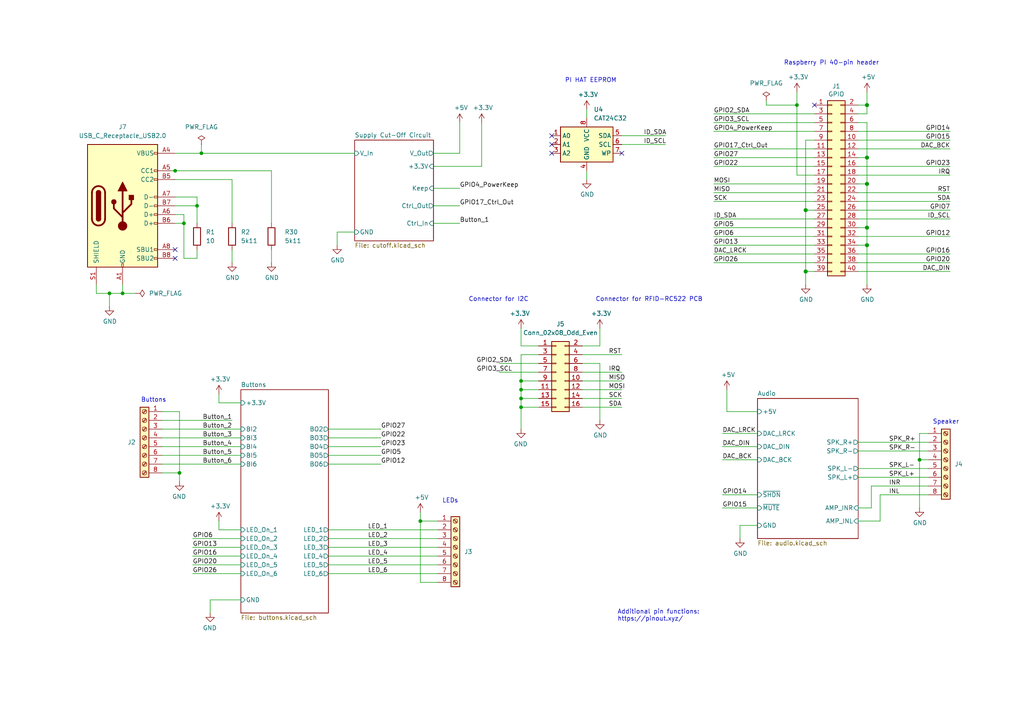
<source format=kicad_sch>
(kicad_sch (version 20211123) (generator eeschema)

  (uuid e63e39d7-6ac0-4ffd-8aa3-1841a4541b55)

  (paper "A4")

  (title_block
    (date "15 nov 2012")
  )

  (lib_symbols
    (symbol "Connector:Screw_Terminal_01x08" (pin_names (offset 1.016) hide) (in_bom yes) (on_board yes)
      (property "Reference" "J" (id 0) (at 0 10.16 0)
        (effects (font (size 1.27 1.27)))
      )
      (property "Value" "Screw_Terminal_01x08" (id 1) (at 0 -12.7 0)
        (effects (font (size 1.27 1.27)))
      )
      (property "Footprint" "" (id 2) (at 0 0 0)
        (effects (font (size 1.27 1.27)) hide)
      )
      (property "Datasheet" "~" (id 3) (at 0 0 0)
        (effects (font (size 1.27 1.27)) hide)
      )
      (property "ki_keywords" "screw terminal" (id 4) (at 0 0 0)
        (effects (font (size 1.27 1.27)) hide)
      )
      (property "ki_description" "Generic screw terminal, single row, 01x08, script generated (kicad-library-utils/schlib/autogen/connector/)" (id 5) (at 0 0 0)
        (effects (font (size 1.27 1.27)) hide)
      )
      (property "ki_fp_filters" "TerminalBlock*:*" (id 6) (at 0 0 0)
        (effects (font (size 1.27 1.27)) hide)
      )
      (symbol "Screw_Terminal_01x08_1_1"
        (rectangle (start -1.27 8.89) (end 1.27 -11.43)
          (stroke (width 0.254) (type default) (color 0 0 0 0))
          (fill (type background))
        )
        (circle (center 0 -10.16) (radius 0.635)
          (stroke (width 0.1524) (type default) (color 0 0 0 0))
          (fill (type none))
        )
        (circle (center 0 -7.62) (radius 0.635)
          (stroke (width 0.1524) (type default) (color 0 0 0 0))
          (fill (type none))
        )
        (circle (center 0 -5.08) (radius 0.635)
          (stroke (width 0.1524) (type default) (color 0 0 0 0))
          (fill (type none))
        )
        (circle (center 0 -2.54) (radius 0.635)
          (stroke (width 0.1524) (type default) (color 0 0 0 0))
          (fill (type none))
        )
        (polyline
          (pts
            (xy -0.5334 -9.8298)
            (xy 0.3302 -10.668)
          )
          (stroke (width 0.1524) (type default) (color 0 0 0 0))
          (fill (type none))
        )
        (polyline
          (pts
            (xy -0.5334 -7.2898)
            (xy 0.3302 -8.128)
          )
          (stroke (width 0.1524) (type default) (color 0 0 0 0))
          (fill (type none))
        )
        (polyline
          (pts
            (xy -0.5334 -4.7498)
            (xy 0.3302 -5.588)
          )
          (stroke (width 0.1524) (type default) (color 0 0 0 0))
          (fill (type none))
        )
        (polyline
          (pts
            (xy -0.5334 -2.2098)
            (xy 0.3302 -3.048)
          )
          (stroke (width 0.1524) (type default) (color 0 0 0 0))
          (fill (type none))
        )
        (polyline
          (pts
            (xy -0.5334 0.3302)
            (xy 0.3302 -0.508)
          )
          (stroke (width 0.1524) (type default) (color 0 0 0 0))
          (fill (type none))
        )
        (polyline
          (pts
            (xy -0.5334 2.8702)
            (xy 0.3302 2.032)
          )
          (stroke (width 0.1524) (type default) (color 0 0 0 0))
          (fill (type none))
        )
        (polyline
          (pts
            (xy -0.5334 5.4102)
            (xy 0.3302 4.572)
          )
          (stroke (width 0.1524) (type default) (color 0 0 0 0))
          (fill (type none))
        )
        (polyline
          (pts
            (xy -0.5334 7.9502)
            (xy 0.3302 7.112)
          )
          (stroke (width 0.1524) (type default) (color 0 0 0 0))
          (fill (type none))
        )
        (polyline
          (pts
            (xy -0.3556 -9.652)
            (xy 0.508 -10.4902)
          )
          (stroke (width 0.1524) (type default) (color 0 0 0 0))
          (fill (type none))
        )
        (polyline
          (pts
            (xy -0.3556 -7.112)
            (xy 0.508 -7.9502)
          )
          (stroke (width 0.1524) (type default) (color 0 0 0 0))
          (fill (type none))
        )
        (polyline
          (pts
            (xy -0.3556 -4.572)
            (xy 0.508 -5.4102)
          )
          (stroke (width 0.1524) (type default) (color 0 0 0 0))
          (fill (type none))
        )
        (polyline
          (pts
            (xy -0.3556 -2.032)
            (xy 0.508 -2.8702)
          )
          (stroke (width 0.1524) (type default) (color 0 0 0 0))
          (fill (type none))
        )
        (polyline
          (pts
            (xy -0.3556 0.508)
            (xy 0.508 -0.3302)
          )
          (stroke (width 0.1524) (type default) (color 0 0 0 0))
          (fill (type none))
        )
        (polyline
          (pts
            (xy -0.3556 3.048)
            (xy 0.508 2.2098)
          )
          (stroke (width 0.1524) (type default) (color 0 0 0 0))
          (fill (type none))
        )
        (polyline
          (pts
            (xy -0.3556 5.588)
            (xy 0.508 4.7498)
          )
          (stroke (width 0.1524) (type default) (color 0 0 0 0))
          (fill (type none))
        )
        (polyline
          (pts
            (xy -0.3556 8.128)
            (xy 0.508 7.2898)
          )
          (stroke (width 0.1524) (type default) (color 0 0 0 0))
          (fill (type none))
        )
        (circle (center 0 0) (radius 0.635)
          (stroke (width 0.1524) (type default) (color 0 0 0 0))
          (fill (type none))
        )
        (circle (center 0 2.54) (radius 0.635)
          (stroke (width 0.1524) (type default) (color 0 0 0 0))
          (fill (type none))
        )
        (circle (center 0 5.08) (radius 0.635)
          (stroke (width 0.1524) (type default) (color 0 0 0 0))
          (fill (type none))
        )
        (circle (center 0 7.62) (radius 0.635)
          (stroke (width 0.1524) (type default) (color 0 0 0 0))
          (fill (type none))
        )
        (pin passive line (at -5.08 7.62 0) (length 3.81)
          (name "Pin_1" (effects (font (size 1.27 1.27))))
          (number "1" (effects (font (size 1.27 1.27))))
        )
        (pin passive line (at -5.08 5.08 0) (length 3.81)
          (name "Pin_2" (effects (font (size 1.27 1.27))))
          (number "2" (effects (font (size 1.27 1.27))))
        )
        (pin passive line (at -5.08 2.54 0) (length 3.81)
          (name "Pin_3" (effects (font (size 1.27 1.27))))
          (number "3" (effects (font (size 1.27 1.27))))
        )
        (pin passive line (at -5.08 0 0) (length 3.81)
          (name "Pin_4" (effects (font (size 1.27 1.27))))
          (number "4" (effects (font (size 1.27 1.27))))
        )
        (pin passive line (at -5.08 -2.54 0) (length 3.81)
          (name "Pin_5" (effects (font (size 1.27 1.27))))
          (number "5" (effects (font (size 1.27 1.27))))
        )
        (pin passive line (at -5.08 -5.08 0) (length 3.81)
          (name "Pin_6" (effects (font (size 1.27 1.27))))
          (number "6" (effects (font (size 1.27 1.27))))
        )
        (pin passive line (at -5.08 -7.62 0) (length 3.81)
          (name "Pin_7" (effects (font (size 1.27 1.27))))
          (number "7" (effects (font (size 1.27 1.27))))
        )
        (pin passive line (at -5.08 -10.16 0) (length 3.81)
          (name "Pin_8" (effects (font (size 1.27 1.27))))
          (number "8" (effects (font (size 1.27 1.27))))
        )
      )
    )
    (symbol "Connector:USB_C_Receptacle_USB2.0" (pin_names (offset 1.016)) (in_bom yes) (on_board yes)
      (property "Reference" "J" (id 0) (at -10.16 19.05 0)
        (effects (font (size 1.27 1.27)) (justify left))
      )
      (property "Value" "USB_C_Receptacle_USB2.0" (id 1) (at 19.05 19.05 0)
        (effects (font (size 1.27 1.27)) (justify right))
      )
      (property "Footprint" "" (id 2) (at 3.81 0 0)
        (effects (font (size 1.27 1.27)) hide)
      )
      (property "Datasheet" "https://www.usb.org/sites/default/files/documents/usb_type-c.zip" (id 3) (at 3.81 0 0)
        (effects (font (size 1.27 1.27)) hide)
      )
      (property "ki_keywords" "usb universal serial bus type-C USB2.0" (id 4) (at 0 0 0)
        (effects (font (size 1.27 1.27)) hide)
      )
      (property "ki_description" "USB 2.0-only Type-C Receptacle connector" (id 5) (at 0 0 0)
        (effects (font (size 1.27 1.27)) hide)
      )
      (property "ki_fp_filters" "USB*C*Receptacle*" (id 6) (at 0 0 0)
        (effects (font (size 1.27 1.27)) hide)
      )
      (symbol "USB_C_Receptacle_USB2.0_0_0"
        (rectangle (start -0.254 -17.78) (end 0.254 -16.764)
          (stroke (width 0) (type default) (color 0 0 0 0))
          (fill (type none))
        )
        (rectangle (start 10.16 -14.986) (end 9.144 -15.494)
          (stroke (width 0) (type default) (color 0 0 0 0))
          (fill (type none))
        )
        (rectangle (start 10.16 -12.446) (end 9.144 -12.954)
          (stroke (width 0) (type default) (color 0 0 0 0))
          (fill (type none))
        )
        (rectangle (start 10.16 -4.826) (end 9.144 -5.334)
          (stroke (width 0) (type default) (color 0 0 0 0))
          (fill (type none))
        )
        (rectangle (start 10.16 -2.286) (end 9.144 -2.794)
          (stroke (width 0) (type default) (color 0 0 0 0))
          (fill (type none))
        )
        (rectangle (start 10.16 0.254) (end 9.144 -0.254)
          (stroke (width 0) (type default) (color 0 0 0 0))
          (fill (type none))
        )
        (rectangle (start 10.16 2.794) (end 9.144 2.286)
          (stroke (width 0) (type default) (color 0 0 0 0))
          (fill (type none))
        )
        (rectangle (start 10.16 7.874) (end 9.144 7.366)
          (stroke (width 0) (type default) (color 0 0 0 0))
          (fill (type none))
        )
        (rectangle (start 10.16 10.414) (end 9.144 9.906)
          (stroke (width 0) (type default) (color 0 0 0 0))
          (fill (type none))
        )
        (rectangle (start 10.16 15.494) (end 9.144 14.986)
          (stroke (width 0) (type default) (color 0 0 0 0))
          (fill (type none))
        )
      )
      (symbol "USB_C_Receptacle_USB2.0_0_1"
        (rectangle (start -10.16 17.78) (end 10.16 -17.78)
          (stroke (width 0.254) (type default) (color 0 0 0 0))
          (fill (type background))
        )
        (arc (start -8.89 -3.81) (mid -6.985 -5.715) (end -5.08 -3.81)
          (stroke (width 0.508) (type default) (color 0 0 0 0))
          (fill (type none))
        )
        (arc (start -7.62 -3.81) (mid -6.985 -4.445) (end -6.35 -3.81)
          (stroke (width 0.254) (type default) (color 0 0 0 0))
          (fill (type none))
        )
        (arc (start -7.62 -3.81) (mid -6.985 -4.445) (end -6.35 -3.81)
          (stroke (width 0.254) (type default) (color 0 0 0 0))
          (fill (type outline))
        )
        (rectangle (start -7.62 -3.81) (end -6.35 3.81)
          (stroke (width 0.254) (type default) (color 0 0 0 0))
          (fill (type outline))
        )
        (arc (start -6.35 3.81) (mid -6.985 4.445) (end -7.62 3.81)
          (stroke (width 0.254) (type default) (color 0 0 0 0))
          (fill (type none))
        )
        (arc (start -6.35 3.81) (mid -6.985 4.445) (end -7.62 3.81)
          (stroke (width 0.254) (type default) (color 0 0 0 0))
          (fill (type outline))
        )
        (arc (start -5.08 3.81) (mid -6.985 5.715) (end -8.89 3.81)
          (stroke (width 0.508) (type default) (color 0 0 0 0))
          (fill (type none))
        )
        (circle (center -2.54 1.143) (radius 0.635)
          (stroke (width 0.254) (type default) (color 0 0 0 0))
          (fill (type outline))
        )
        (circle (center 0 -5.842) (radius 1.27)
          (stroke (width 0) (type default) (color 0 0 0 0))
          (fill (type outline))
        )
        (polyline
          (pts
            (xy -8.89 -3.81)
            (xy -8.89 3.81)
          )
          (stroke (width 0.508) (type default) (color 0 0 0 0))
          (fill (type none))
        )
        (polyline
          (pts
            (xy -5.08 3.81)
            (xy -5.08 -3.81)
          )
          (stroke (width 0.508) (type default) (color 0 0 0 0))
          (fill (type none))
        )
        (polyline
          (pts
            (xy 0 -5.842)
            (xy 0 4.318)
          )
          (stroke (width 0.508) (type default) (color 0 0 0 0))
          (fill (type none))
        )
        (polyline
          (pts
            (xy 0 -3.302)
            (xy -2.54 -0.762)
            (xy -2.54 0.508)
          )
          (stroke (width 0.508) (type default) (color 0 0 0 0))
          (fill (type none))
        )
        (polyline
          (pts
            (xy 0 -2.032)
            (xy 2.54 0.508)
            (xy 2.54 1.778)
          )
          (stroke (width 0.508) (type default) (color 0 0 0 0))
          (fill (type none))
        )
        (polyline
          (pts
            (xy -1.27 4.318)
            (xy 0 6.858)
            (xy 1.27 4.318)
            (xy -1.27 4.318)
          )
          (stroke (width 0.254) (type default) (color 0 0 0 0))
          (fill (type outline))
        )
        (rectangle (start 1.905 1.778) (end 3.175 3.048)
          (stroke (width 0.254) (type default) (color 0 0 0 0))
          (fill (type outline))
        )
      )
      (symbol "USB_C_Receptacle_USB2.0_1_1"
        (pin passive line (at 0 -22.86 90) (length 5.08)
          (name "GND" (effects (font (size 1.27 1.27))))
          (number "A1" (effects (font (size 1.27 1.27))))
        )
        (pin passive line (at 0 -22.86 90) (length 5.08) hide
          (name "GND" (effects (font (size 1.27 1.27))))
          (number "A12" (effects (font (size 1.27 1.27))))
        )
        (pin passive line (at 15.24 15.24 180) (length 5.08)
          (name "VBUS" (effects (font (size 1.27 1.27))))
          (number "A4" (effects (font (size 1.27 1.27))))
        )
        (pin bidirectional line (at 15.24 10.16 180) (length 5.08)
          (name "CC1" (effects (font (size 1.27 1.27))))
          (number "A5" (effects (font (size 1.27 1.27))))
        )
        (pin bidirectional line (at 15.24 -2.54 180) (length 5.08)
          (name "D+" (effects (font (size 1.27 1.27))))
          (number "A6" (effects (font (size 1.27 1.27))))
        )
        (pin bidirectional line (at 15.24 2.54 180) (length 5.08)
          (name "D-" (effects (font (size 1.27 1.27))))
          (number "A7" (effects (font (size 1.27 1.27))))
        )
        (pin bidirectional line (at 15.24 -12.7 180) (length 5.08)
          (name "SBU1" (effects (font (size 1.27 1.27))))
          (number "A8" (effects (font (size 1.27 1.27))))
        )
        (pin passive line (at 15.24 15.24 180) (length 5.08) hide
          (name "VBUS" (effects (font (size 1.27 1.27))))
          (number "A9" (effects (font (size 1.27 1.27))))
        )
        (pin passive line (at 0 -22.86 90) (length 5.08) hide
          (name "GND" (effects (font (size 1.27 1.27))))
          (number "B1" (effects (font (size 1.27 1.27))))
        )
        (pin passive line (at 0 -22.86 90) (length 5.08) hide
          (name "GND" (effects (font (size 1.27 1.27))))
          (number "B12" (effects (font (size 1.27 1.27))))
        )
        (pin passive line (at 15.24 15.24 180) (length 5.08) hide
          (name "VBUS" (effects (font (size 1.27 1.27))))
          (number "B4" (effects (font (size 1.27 1.27))))
        )
        (pin bidirectional line (at 15.24 7.62 180) (length 5.08)
          (name "CC2" (effects (font (size 1.27 1.27))))
          (number "B5" (effects (font (size 1.27 1.27))))
        )
        (pin bidirectional line (at 15.24 -5.08 180) (length 5.08)
          (name "D+" (effects (font (size 1.27 1.27))))
          (number "B6" (effects (font (size 1.27 1.27))))
        )
        (pin bidirectional line (at 15.24 0 180) (length 5.08)
          (name "D-" (effects (font (size 1.27 1.27))))
          (number "B7" (effects (font (size 1.27 1.27))))
        )
        (pin bidirectional line (at 15.24 -15.24 180) (length 5.08)
          (name "SBU2" (effects (font (size 1.27 1.27))))
          (number "B8" (effects (font (size 1.27 1.27))))
        )
        (pin passive line (at 15.24 15.24 180) (length 5.08) hide
          (name "VBUS" (effects (font (size 1.27 1.27))))
          (number "B9" (effects (font (size 1.27 1.27))))
        )
        (pin passive line (at -7.62 -22.86 90) (length 5.08)
          (name "SHIELD" (effects (font (size 1.27 1.27))))
          (number "S1" (effects (font (size 1.27 1.27))))
        )
      )
    )
    (symbol "Connector_Generic:Conn_02x08_Odd_Even" (pin_names (offset 1.016) hide) (in_bom yes) (on_board yes)
      (property "Reference" "J" (id 0) (at 1.27 10.16 0)
        (effects (font (size 1.27 1.27)))
      )
      (property "Value" "Conn_02x08_Odd_Even" (id 1) (at 1.27 -12.7 0)
        (effects (font (size 1.27 1.27)))
      )
      (property "Footprint" "" (id 2) (at 0 0 0)
        (effects (font (size 1.27 1.27)) hide)
      )
      (property "Datasheet" "~" (id 3) (at 0 0 0)
        (effects (font (size 1.27 1.27)) hide)
      )
      (property "ki_keywords" "connector" (id 4) (at 0 0 0)
        (effects (font (size 1.27 1.27)) hide)
      )
      (property "ki_description" "Generic connector, double row, 02x08, odd/even pin numbering scheme (row 1 odd numbers, row 2 even numbers), script generated (kicad-library-utils/schlib/autogen/connector/)" (id 5) (at 0 0 0)
        (effects (font (size 1.27 1.27)) hide)
      )
      (property "ki_fp_filters" "Connector*:*_2x??_*" (id 6) (at 0 0 0)
        (effects (font (size 1.27 1.27)) hide)
      )
      (symbol "Conn_02x08_Odd_Even_1_1"
        (rectangle (start -1.27 -10.033) (end 0 -10.287)
          (stroke (width 0.1524) (type default) (color 0 0 0 0))
          (fill (type none))
        )
        (rectangle (start -1.27 -7.493) (end 0 -7.747)
          (stroke (width 0.1524) (type default) (color 0 0 0 0))
          (fill (type none))
        )
        (rectangle (start -1.27 -4.953) (end 0 -5.207)
          (stroke (width 0.1524) (type default) (color 0 0 0 0))
          (fill (type none))
        )
        (rectangle (start -1.27 -2.413) (end 0 -2.667)
          (stroke (width 0.1524) (type default) (color 0 0 0 0))
          (fill (type none))
        )
        (rectangle (start -1.27 0.127) (end 0 -0.127)
          (stroke (width 0.1524) (type default) (color 0 0 0 0))
          (fill (type none))
        )
        (rectangle (start -1.27 2.667) (end 0 2.413)
          (stroke (width 0.1524) (type default) (color 0 0 0 0))
          (fill (type none))
        )
        (rectangle (start -1.27 5.207) (end 0 4.953)
          (stroke (width 0.1524) (type default) (color 0 0 0 0))
          (fill (type none))
        )
        (rectangle (start -1.27 7.747) (end 0 7.493)
          (stroke (width 0.1524) (type default) (color 0 0 0 0))
          (fill (type none))
        )
        (rectangle (start -1.27 8.89) (end 3.81 -11.43)
          (stroke (width 0.254) (type default) (color 0 0 0 0))
          (fill (type background))
        )
        (rectangle (start 3.81 -10.033) (end 2.54 -10.287)
          (stroke (width 0.1524) (type default) (color 0 0 0 0))
          (fill (type none))
        )
        (rectangle (start 3.81 -7.493) (end 2.54 -7.747)
          (stroke (width 0.1524) (type default) (color 0 0 0 0))
          (fill (type none))
        )
        (rectangle (start 3.81 -4.953) (end 2.54 -5.207)
          (stroke (width 0.1524) (type default) (color 0 0 0 0))
          (fill (type none))
        )
        (rectangle (start 3.81 -2.413) (end 2.54 -2.667)
          (stroke (width 0.1524) (type default) (color 0 0 0 0))
          (fill (type none))
        )
        (rectangle (start 3.81 0.127) (end 2.54 -0.127)
          (stroke (width 0.1524) (type default) (color 0 0 0 0))
          (fill (type none))
        )
        (rectangle (start 3.81 2.667) (end 2.54 2.413)
          (stroke (width 0.1524) (type default) (color 0 0 0 0))
          (fill (type none))
        )
        (rectangle (start 3.81 5.207) (end 2.54 4.953)
          (stroke (width 0.1524) (type default) (color 0 0 0 0))
          (fill (type none))
        )
        (rectangle (start 3.81 7.747) (end 2.54 7.493)
          (stroke (width 0.1524) (type default) (color 0 0 0 0))
          (fill (type none))
        )
        (pin passive line (at -5.08 7.62 0) (length 3.81)
          (name "Pin_1" (effects (font (size 1.27 1.27))))
          (number "1" (effects (font (size 1.27 1.27))))
        )
        (pin passive line (at 7.62 -2.54 180) (length 3.81)
          (name "Pin_10" (effects (font (size 1.27 1.27))))
          (number "10" (effects (font (size 1.27 1.27))))
        )
        (pin passive line (at -5.08 -5.08 0) (length 3.81)
          (name "Pin_11" (effects (font (size 1.27 1.27))))
          (number "11" (effects (font (size 1.27 1.27))))
        )
        (pin passive line (at 7.62 -5.08 180) (length 3.81)
          (name "Pin_12" (effects (font (size 1.27 1.27))))
          (number "12" (effects (font (size 1.27 1.27))))
        )
        (pin passive line (at -5.08 -7.62 0) (length 3.81)
          (name "Pin_13" (effects (font (size 1.27 1.27))))
          (number "13" (effects (font (size 1.27 1.27))))
        )
        (pin passive line (at 7.62 -7.62 180) (length 3.81)
          (name "Pin_14" (effects (font (size 1.27 1.27))))
          (number "14" (effects (font (size 1.27 1.27))))
        )
        (pin passive line (at -5.08 -10.16 0) (length 3.81)
          (name "Pin_15" (effects (font (size 1.27 1.27))))
          (number "15" (effects (font (size 1.27 1.27))))
        )
        (pin passive line (at 7.62 -10.16 180) (length 3.81)
          (name "Pin_16" (effects (font (size 1.27 1.27))))
          (number "16" (effects (font (size 1.27 1.27))))
        )
        (pin passive line (at 7.62 7.62 180) (length 3.81)
          (name "Pin_2" (effects (font (size 1.27 1.27))))
          (number "2" (effects (font (size 1.27 1.27))))
        )
        (pin passive line (at -5.08 5.08 0) (length 3.81)
          (name "Pin_3" (effects (font (size 1.27 1.27))))
          (number "3" (effects (font (size 1.27 1.27))))
        )
        (pin passive line (at 7.62 5.08 180) (length 3.81)
          (name "Pin_4" (effects (font (size 1.27 1.27))))
          (number "4" (effects (font (size 1.27 1.27))))
        )
        (pin passive line (at -5.08 2.54 0) (length 3.81)
          (name "Pin_5" (effects (font (size 1.27 1.27))))
          (number "5" (effects (font (size 1.27 1.27))))
        )
        (pin passive line (at 7.62 2.54 180) (length 3.81)
          (name "Pin_6" (effects (font (size 1.27 1.27))))
          (number "6" (effects (font (size 1.27 1.27))))
        )
        (pin passive line (at -5.08 0 0) (length 3.81)
          (name "Pin_7" (effects (font (size 1.27 1.27))))
          (number "7" (effects (font (size 1.27 1.27))))
        )
        (pin passive line (at 7.62 0 180) (length 3.81)
          (name "Pin_8" (effects (font (size 1.27 1.27))))
          (number "8" (effects (font (size 1.27 1.27))))
        )
        (pin passive line (at -5.08 -2.54 0) (length 3.81)
          (name "Pin_9" (effects (font (size 1.27 1.27))))
          (number "9" (effects (font (size 1.27 1.27))))
        )
      )
    )
    (symbol "Connector_Generic:Conn_02x20_Odd_Even" (pin_names (offset 1.016) hide) (in_bom yes) (on_board yes)
      (property "Reference" "J" (id 0) (at 1.27 25.4 0)
        (effects (font (size 1.27 1.27)))
      )
      (property "Value" "Conn_02x20_Odd_Even" (id 1) (at 1.27 -27.94 0)
        (effects (font (size 1.27 1.27)))
      )
      (property "Footprint" "" (id 2) (at 0 0 0)
        (effects (font (size 1.27 1.27)) hide)
      )
      (property "Datasheet" "~" (id 3) (at 0 0 0)
        (effects (font (size 1.27 1.27)) hide)
      )
      (property "ki_keywords" "connector" (id 4) (at 0 0 0)
        (effects (font (size 1.27 1.27)) hide)
      )
      (property "ki_description" "Generic connector, double row, 02x20, odd/even pin numbering scheme (row 1 odd numbers, row 2 even numbers), script generated (kicad-library-utils/schlib/autogen/connector/)" (id 5) (at 0 0 0)
        (effects (font (size 1.27 1.27)) hide)
      )
      (property "ki_fp_filters" "Connector*:*_2x??_*" (id 6) (at 0 0 0)
        (effects (font (size 1.27 1.27)) hide)
      )
      (symbol "Conn_02x20_Odd_Even_1_1"
        (rectangle (start -1.27 -25.273) (end 0 -25.527)
          (stroke (width 0.1524) (type default) (color 0 0 0 0))
          (fill (type none))
        )
        (rectangle (start -1.27 -22.733) (end 0 -22.987)
          (stroke (width 0.1524) (type default) (color 0 0 0 0))
          (fill (type none))
        )
        (rectangle (start -1.27 -20.193) (end 0 -20.447)
          (stroke (width 0.1524) (type default) (color 0 0 0 0))
          (fill (type none))
        )
        (rectangle (start -1.27 -17.653) (end 0 -17.907)
          (stroke (width 0.1524) (type default) (color 0 0 0 0))
          (fill (type none))
        )
        (rectangle (start -1.27 -15.113) (end 0 -15.367)
          (stroke (width 0.1524) (type default) (color 0 0 0 0))
          (fill (type none))
        )
        (rectangle (start -1.27 -12.573) (end 0 -12.827)
          (stroke (width 0.1524) (type default) (color 0 0 0 0))
          (fill (type none))
        )
        (rectangle (start -1.27 -10.033) (end 0 -10.287)
          (stroke (width 0.1524) (type default) (color 0 0 0 0))
          (fill (type none))
        )
        (rectangle (start -1.27 -7.493) (end 0 -7.747)
          (stroke (width 0.1524) (type default) (color 0 0 0 0))
          (fill (type none))
        )
        (rectangle (start -1.27 -4.953) (end 0 -5.207)
          (stroke (width 0.1524) (type default) (color 0 0 0 0))
          (fill (type none))
        )
        (rectangle (start -1.27 -2.413) (end 0 -2.667)
          (stroke (width 0.1524) (type default) (color 0 0 0 0))
          (fill (type none))
        )
        (rectangle (start -1.27 0.127) (end 0 -0.127)
          (stroke (width 0.1524) (type default) (color 0 0 0 0))
          (fill (type none))
        )
        (rectangle (start -1.27 2.667) (end 0 2.413)
          (stroke (width 0.1524) (type default) (color 0 0 0 0))
          (fill (type none))
        )
        (rectangle (start -1.27 5.207) (end 0 4.953)
          (stroke (width 0.1524) (type default) (color 0 0 0 0))
          (fill (type none))
        )
        (rectangle (start -1.27 7.747) (end 0 7.493)
          (stroke (width 0.1524) (type default) (color 0 0 0 0))
          (fill (type none))
        )
        (rectangle (start -1.27 10.287) (end 0 10.033)
          (stroke (width 0.1524) (type default) (color 0 0 0 0))
          (fill (type none))
        )
        (rectangle (start -1.27 12.827) (end 0 12.573)
          (stroke (width 0.1524) (type default) (color 0 0 0 0))
          (fill (type none))
        )
        (rectangle (start -1.27 15.367) (end 0 15.113)
          (stroke (width 0.1524) (type default) (color 0 0 0 0))
          (fill (type none))
        )
        (rectangle (start -1.27 17.907) (end 0 17.653)
          (stroke (width 0.1524) (type default) (color 0 0 0 0))
          (fill (type none))
        )
        (rectangle (start -1.27 20.447) (end 0 20.193)
          (stroke (width 0.1524) (type default) (color 0 0 0 0))
          (fill (type none))
        )
        (rectangle (start -1.27 22.987) (end 0 22.733)
          (stroke (width 0.1524) (type default) (color 0 0 0 0))
          (fill (type none))
        )
        (rectangle (start -1.27 24.13) (end 3.81 -26.67)
          (stroke (width 0.254) (type default) (color 0 0 0 0))
          (fill (type background))
        )
        (rectangle (start 3.81 -25.273) (end 2.54 -25.527)
          (stroke (width 0.1524) (type default) (color 0 0 0 0))
          (fill (type none))
        )
        (rectangle (start 3.81 -22.733) (end 2.54 -22.987)
          (stroke (width 0.1524) (type default) (color 0 0 0 0))
          (fill (type none))
        )
        (rectangle (start 3.81 -20.193) (end 2.54 -20.447)
          (stroke (width 0.1524) (type default) (color 0 0 0 0))
          (fill (type none))
        )
        (rectangle (start 3.81 -17.653) (end 2.54 -17.907)
          (stroke (width 0.1524) (type default) (color 0 0 0 0))
          (fill (type none))
        )
        (rectangle (start 3.81 -15.113) (end 2.54 -15.367)
          (stroke (width 0.1524) (type default) (color 0 0 0 0))
          (fill (type none))
        )
        (rectangle (start 3.81 -12.573) (end 2.54 -12.827)
          (stroke (width 0.1524) (type default) (color 0 0 0 0))
          (fill (type none))
        )
        (rectangle (start 3.81 -10.033) (end 2.54 -10.287)
          (stroke (width 0.1524) (type default) (color 0 0 0 0))
          (fill (type none))
        )
        (rectangle (start 3.81 -7.493) (end 2.54 -7.747)
          (stroke (width 0.1524) (type default) (color 0 0 0 0))
          (fill (type none))
        )
        (rectangle (start 3.81 -4.953) (end 2.54 -5.207)
          (stroke (width 0.1524) (type default) (color 0 0 0 0))
          (fill (type none))
        )
        (rectangle (start 3.81 -2.413) (end 2.54 -2.667)
          (stroke (width 0.1524) (type default) (color 0 0 0 0))
          (fill (type none))
        )
        (rectangle (start 3.81 0.127) (end 2.54 -0.127)
          (stroke (width 0.1524) (type default) (color 0 0 0 0))
          (fill (type none))
        )
        (rectangle (start 3.81 2.667) (end 2.54 2.413)
          (stroke (width 0.1524) (type default) (color 0 0 0 0))
          (fill (type none))
        )
        (rectangle (start 3.81 5.207) (end 2.54 4.953)
          (stroke (width 0.1524) (type default) (color 0 0 0 0))
          (fill (type none))
        )
        (rectangle (start 3.81 7.747) (end 2.54 7.493)
          (stroke (width 0.1524) (type default) (color 0 0 0 0))
          (fill (type none))
        )
        (rectangle (start 3.81 10.287) (end 2.54 10.033)
          (stroke (width 0.1524) (type default) (color 0 0 0 0))
          (fill (type none))
        )
        (rectangle (start 3.81 12.827) (end 2.54 12.573)
          (stroke (width 0.1524) (type default) (color 0 0 0 0))
          (fill (type none))
        )
        (rectangle (start 3.81 15.367) (end 2.54 15.113)
          (stroke (width 0.1524) (type default) (color 0 0 0 0))
          (fill (type none))
        )
        (rectangle (start 3.81 17.907) (end 2.54 17.653)
          (stroke (width 0.1524) (type default) (color 0 0 0 0))
          (fill (type none))
        )
        (rectangle (start 3.81 20.447) (end 2.54 20.193)
          (stroke (width 0.1524) (type default) (color 0 0 0 0))
          (fill (type none))
        )
        (rectangle (start 3.81 22.987) (end 2.54 22.733)
          (stroke (width 0.1524) (type default) (color 0 0 0 0))
          (fill (type none))
        )
        (pin passive line (at -5.08 22.86 0) (length 3.81)
          (name "Pin_1" (effects (font (size 1.27 1.27))))
          (number "1" (effects (font (size 1.27 1.27))))
        )
        (pin passive line (at 7.62 12.7 180) (length 3.81)
          (name "Pin_10" (effects (font (size 1.27 1.27))))
          (number "10" (effects (font (size 1.27 1.27))))
        )
        (pin passive line (at -5.08 10.16 0) (length 3.81)
          (name "Pin_11" (effects (font (size 1.27 1.27))))
          (number "11" (effects (font (size 1.27 1.27))))
        )
        (pin passive line (at 7.62 10.16 180) (length 3.81)
          (name "Pin_12" (effects (font (size 1.27 1.27))))
          (number "12" (effects (font (size 1.27 1.27))))
        )
        (pin passive line (at -5.08 7.62 0) (length 3.81)
          (name "Pin_13" (effects (font (size 1.27 1.27))))
          (number "13" (effects (font (size 1.27 1.27))))
        )
        (pin passive line (at 7.62 7.62 180) (length 3.81)
          (name "Pin_14" (effects (font (size 1.27 1.27))))
          (number "14" (effects (font (size 1.27 1.27))))
        )
        (pin passive line (at -5.08 5.08 0) (length 3.81)
          (name "Pin_15" (effects (font (size 1.27 1.27))))
          (number "15" (effects (font (size 1.27 1.27))))
        )
        (pin passive line (at 7.62 5.08 180) (length 3.81)
          (name "Pin_16" (effects (font (size 1.27 1.27))))
          (number "16" (effects (font (size 1.27 1.27))))
        )
        (pin passive line (at -5.08 2.54 0) (length 3.81)
          (name "Pin_17" (effects (font (size 1.27 1.27))))
          (number "17" (effects (font (size 1.27 1.27))))
        )
        (pin passive line (at 7.62 2.54 180) (length 3.81)
          (name "Pin_18" (effects (font (size 1.27 1.27))))
          (number "18" (effects (font (size 1.27 1.27))))
        )
        (pin passive line (at -5.08 0 0) (length 3.81)
          (name "Pin_19" (effects (font (size 1.27 1.27))))
          (number "19" (effects (font (size 1.27 1.27))))
        )
        (pin passive line (at 7.62 22.86 180) (length 3.81)
          (name "Pin_2" (effects (font (size 1.27 1.27))))
          (number "2" (effects (font (size 1.27 1.27))))
        )
        (pin passive line (at 7.62 0 180) (length 3.81)
          (name "Pin_20" (effects (font (size 1.27 1.27))))
          (number "20" (effects (font (size 1.27 1.27))))
        )
        (pin passive line (at -5.08 -2.54 0) (length 3.81)
          (name "Pin_21" (effects (font (size 1.27 1.27))))
          (number "21" (effects (font (size 1.27 1.27))))
        )
        (pin passive line (at 7.62 -2.54 180) (length 3.81)
          (name "Pin_22" (effects (font (size 1.27 1.27))))
          (number "22" (effects (font (size 1.27 1.27))))
        )
        (pin passive line (at -5.08 -5.08 0) (length 3.81)
          (name "Pin_23" (effects (font (size 1.27 1.27))))
          (number "23" (effects (font (size 1.27 1.27))))
        )
        (pin passive line (at 7.62 -5.08 180) (length 3.81)
          (name "Pin_24" (effects (font (size 1.27 1.27))))
          (number "24" (effects (font (size 1.27 1.27))))
        )
        (pin passive line (at -5.08 -7.62 0) (length 3.81)
          (name "Pin_25" (effects (font (size 1.27 1.27))))
          (number "25" (effects (font (size 1.27 1.27))))
        )
        (pin passive line (at 7.62 -7.62 180) (length 3.81)
          (name "Pin_26" (effects (font (size 1.27 1.27))))
          (number "26" (effects (font (size 1.27 1.27))))
        )
        (pin passive line (at -5.08 -10.16 0) (length 3.81)
          (name "Pin_27" (effects (font (size 1.27 1.27))))
          (number "27" (effects (font (size 1.27 1.27))))
        )
        (pin passive line (at 7.62 -10.16 180) (length 3.81)
          (name "Pin_28" (effects (font (size 1.27 1.27))))
          (number "28" (effects (font (size 1.27 1.27))))
        )
        (pin passive line (at -5.08 -12.7 0) (length 3.81)
          (name "Pin_29" (effects (font (size 1.27 1.27))))
          (number "29" (effects (font (size 1.27 1.27))))
        )
        (pin passive line (at -5.08 20.32 0) (length 3.81)
          (name "Pin_3" (effects (font (size 1.27 1.27))))
          (number "3" (effects (font (size 1.27 1.27))))
        )
        (pin passive line (at 7.62 -12.7 180) (length 3.81)
          (name "Pin_30" (effects (font (size 1.27 1.27))))
          (number "30" (effects (font (size 1.27 1.27))))
        )
        (pin passive line (at -5.08 -15.24 0) (length 3.81)
          (name "Pin_31" (effects (font (size 1.27 1.27))))
          (number "31" (effects (font (size 1.27 1.27))))
        )
        (pin passive line (at 7.62 -15.24 180) (length 3.81)
          (name "Pin_32" (effects (font (size 1.27 1.27))))
          (number "32" (effects (font (size 1.27 1.27))))
        )
        (pin passive line (at -5.08 -17.78 0) (length 3.81)
          (name "Pin_33" (effects (font (size 1.27 1.27))))
          (number "33" (effects (font (size 1.27 1.27))))
        )
        (pin passive line (at 7.62 -17.78 180) (length 3.81)
          (name "Pin_34" (effects (font (size 1.27 1.27))))
          (number "34" (effects (font (size 1.27 1.27))))
        )
        (pin passive line (at -5.08 -20.32 0) (length 3.81)
          (name "Pin_35" (effects (font (size 1.27 1.27))))
          (number "35" (effects (font (size 1.27 1.27))))
        )
        (pin passive line (at 7.62 -20.32 180) (length 3.81)
          (name "Pin_36" (effects (font (size 1.27 1.27))))
          (number "36" (effects (font (size 1.27 1.27))))
        )
        (pin passive line (at -5.08 -22.86 0) (length 3.81)
          (name "Pin_37" (effects (font (size 1.27 1.27))))
          (number "37" (effects (font (size 1.27 1.27))))
        )
        (pin passive line (at 7.62 -22.86 180) (length 3.81)
          (name "Pin_38" (effects (font (size 1.27 1.27))))
          (number "38" (effects (font (size 1.27 1.27))))
        )
        (pin passive line (at -5.08 -25.4 0) (length 3.81)
          (name "Pin_39" (effects (font (size 1.27 1.27))))
          (number "39" (effects (font (size 1.27 1.27))))
        )
        (pin passive line (at 7.62 20.32 180) (length 3.81)
          (name "Pin_4" (effects (font (size 1.27 1.27))))
          (number "4" (effects (font (size 1.27 1.27))))
        )
        (pin passive line (at 7.62 -25.4 180) (length 3.81)
          (name "Pin_40" (effects (font (size 1.27 1.27))))
          (number "40" (effects (font (size 1.27 1.27))))
        )
        (pin passive line (at -5.08 17.78 0) (length 3.81)
          (name "Pin_5" (effects (font (size 1.27 1.27))))
          (number "5" (effects (font (size 1.27 1.27))))
        )
        (pin passive line (at 7.62 17.78 180) (length 3.81)
          (name "Pin_6" (effects (font (size 1.27 1.27))))
          (number "6" (effects (font (size 1.27 1.27))))
        )
        (pin passive line (at -5.08 15.24 0) (length 3.81)
          (name "Pin_7" (effects (font (size 1.27 1.27))))
          (number "7" (effects (font (size 1.27 1.27))))
        )
        (pin passive line (at 7.62 15.24 180) (length 3.81)
          (name "Pin_8" (effects (font (size 1.27 1.27))))
          (number "8" (effects (font (size 1.27 1.27))))
        )
        (pin passive line (at -5.08 12.7 0) (length 3.81)
          (name "Pin_9" (effects (font (size 1.27 1.27))))
          (number "9" (effects (font (size 1.27 1.27))))
        )
      )
    )
    (symbol "Device:R" (pin_numbers hide) (pin_names (offset 0)) (in_bom yes) (on_board yes)
      (property "Reference" "R" (id 0) (at 2.032 0 90)
        (effects (font (size 1.27 1.27)))
      )
      (property "Value" "R" (id 1) (at 0 0 90)
        (effects (font (size 1.27 1.27)))
      )
      (property "Footprint" "" (id 2) (at -1.778 0 90)
        (effects (font (size 1.27 1.27)) hide)
      )
      (property "Datasheet" "~" (id 3) (at 0 0 0)
        (effects (font (size 1.27 1.27)) hide)
      )
      (property "ki_keywords" "R res resistor" (id 4) (at 0 0 0)
        (effects (font (size 1.27 1.27)) hide)
      )
      (property "ki_description" "Resistor" (id 5) (at 0 0 0)
        (effects (font (size 1.27 1.27)) hide)
      )
      (property "ki_fp_filters" "R_*" (id 6) (at 0 0 0)
        (effects (font (size 1.27 1.27)) hide)
      )
      (symbol "R_0_1"
        (rectangle (start -1.016 -2.54) (end 1.016 2.54)
          (stroke (width 0.254) (type default) (color 0 0 0 0))
          (fill (type none))
        )
      )
      (symbol "R_1_1"
        (pin passive line (at 0 3.81 270) (length 1.27)
          (name "~" (effects (font (size 1.27 1.27))))
          (number "1" (effects (font (size 1.27 1.27))))
        )
        (pin passive line (at 0 -3.81 90) (length 1.27)
          (name "~" (effects (font (size 1.27 1.27))))
          (number "2" (effects (font (size 1.27 1.27))))
        )
      )
    )
    (symbol "Memory_EEPROM:CAT24C128" (in_bom yes) (on_board yes)
      (property "Reference" "U" (id 0) (at -6.35 6.35 0)
        (effects (font (size 1.27 1.27)))
      )
      (property "Value" "CAT24C128" (id 1) (at 1.27 6.35 0)
        (effects (font (size 1.27 1.27)) (justify left))
      )
      (property "Footprint" "" (id 2) (at 0 0 0)
        (effects (font (size 1.27 1.27)) hide)
      )
      (property "Datasheet" "https://www.onsemi.com/pub/Collateral/CAT24C128-D.PDF" (id 3) (at 0 0 0)
        (effects (font (size 1.27 1.27)) hide)
      )
      (property "ki_keywords" "I2C EEPROM Serial 128kb" (id 4) (at 0 0 0)
        (effects (font (size 1.27 1.27)) hide)
      )
      (property "ki_description" "128 kb CMOS Serial EEPROM, SOIC-8/TSSOP-8/DFN-8" (id 5) (at 0 0 0)
        (effects (font (size 1.27 1.27)) hide)
      )
      (property "ki_fp_filters" "DIP*W7.62mm* SOIC*3.9x4.9mm* TSSOP*4.4x3mm*P0.65mm* DFN*3x2mm*P0.5mm*" (id 6) (at 0 0 0)
        (effects (font (size 1.27 1.27)) hide)
      )
      (symbol "CAT24C128_1_1"
        (rectangle (start -7.62 5.08) (end 7.62 -5.08)
          (stroke (width 0.254) (type default) (color 0 0 0 0))
          (fill (type background))
        )
        (pin input line (at -10.16 2.54 0) (length 2.54)
          (name "A0" (effects (font (size 1.27 1.27))))
          (number "1" (effects (font (size 1.27 1.27))))
        )
        (pin input line (at -10.16 0 0) (length 2.54)
          (name "A1" (effects (font (size 1.27 1.27))))
          (number "2" (effects (font (size 1.27 1.27))))
        )
        (pin input line (at -10.16 -2.54 0) (length 2.54)
          (name "A2" (effects (font (size 1.27 1.27))))
          (number "3" (effects (font (size 1.27 1.27))))
        )
        (pin power_in line (at 0 -7.62 90) (length 2.54)
          (name "GND" (effects (font (size 1.27 1.27))))
          (number "4" (effects (font (size 1.27 1.27))))
        )
        (pin bidirectional line (at 10.16 2.54 180) (length 2.54)
          (name "SDA" (effects (font (size 1.27 1.27))))
          (number "5" (effects (font (size 1.27 1.27))))
        )
        (pin input line (at 10.16 0 180) (length 2.54)
          (name "SCL" (effects (font (size 1.27 1.27))))
          (number "6" (effects (font (size 1.27 1.27))))
        )
        (pin input line (at 10.16 -2.54 180) (length 2.54)
          (name "WP" (effects (font (size 1.27 1.27))))
          (number "7" (effects (font (size 1.27 1.27))))
        )
        (pin power_in line (at 0 7.62 270) (length 2.54)
          (name "VCC" (effects (font (size 1.27 1.27))))
          (number "8" (effects (font (size 1.27 1.27))))
        )
      )
    )
    (symbol "power:+3.3V" (power) (pin_names (offset 0)) (in_bom yes) (on_board yes)
      (property "Reference" "#PWR" (id 0) (at 0 -3.81 0)
        (effects (font (size 1.27 1.27)) hide)
      )
      (property "Value" "+3.3V" (id 1) (at 0 3.556 0)
        (effects (font (size 1.27 1.27)))
      )
      (property "Footprint" "" (id 2) (at 0 0 0)
        (effects (font (size 1.27 1.27)) hide)
      )
      (property "Datasheet" "" (id 3) (at 0 0 0)
        (effects (font (size 1.27 1.27)) hide)
      )
      (property "ki_keywords" "power-flag" (id 4) (at 0 0 0)
        (effects (font (size 1.27 1.27)) hide)
      )
      (property "ki_description" "Power symbol creates a global label with name \"+3.3V\"" (id 5) (at 0 0 0)
        (effects (font (size 1.27 1.27)) hide)
      )
      (symbol "+3.3V_0_1"
        (polyline
          (pts
            (xy -0.762 1.27)
            (xy 0 2.54)
          )
          (stroke (width 0) (type default) (color 0 0 0 0))
          (fill (type none))
        )
        (polyline
          (pts
            (xy 0 0)
            (xy 0 2.54)
          )
          (stroke (width 0) (type default) (color 0 0 0 0))
          (fill (type none))
        )
        (polyline
          (pts
            (xy 0 2.54)
            (xy 0.762 1.27)
          )
          (stroke (width 0) (type default) (color 0 0 0 0))
          (fill (type none))
        )
      )
      (symbol "+3.3V_1_1"
        (pin power_in line (at 0 0 90) (length 0) hide
          (name "+3.3V" (effects (font (size 1.27 1.27))))
          (number "1" (effects (font (size 1.27 1.27))))
        )
      )
    )
    (symbol "power:+5V" (power) (pin_names (offset 0)) (in_bom yes) (on_board yes)
      (property "Reference" "#PWR" (id 0) (at 0 -3.81 0)
        (effects (font (size 1.27 1.27)) hide)
      )
      (property "Value" "+5V" (id 1) (at 0 3.556 0)
        (effects (font (size 1.27 1.27)))
      )
      (property "Footprint" "" (id 2) (at 0 0 0)
        (effects (font (size 1.27 1.27)) hide)
      )
      (property "Datasheet" "" (id 3) (at 0 0 0)
        (effects (font (size 1.27 1.27)) hide)
      )
      (property "ki_keywords" "power-flag" (id 4) (at 0 0 0)
        (effects (font (size 1.27 1.27)) hide)
      )
      (property "ki_description" "Power symbol creates a global label with name \"+5V\"" (id 5) (at 0 0 0)
        (effects (font (size 1.27 1.27)) hide)
      )
      (symbol "+5V_0_1"
        (polyline
          (pts
            (xy -0.762 1.27)
            (xy 0 2.54)
          )
          (stroke (width 0) (type default) (color 0 0 0 0))
          (fill (type none))
        )
        (polyline
          (pts
            (xy 0 0)
            (xy 0 2.54)
          )
          (stroke (width 0) (type default) (color 0 0 0 0))
          (fill (type none))
        )
        (polyline
          (pts
            (xy 0 2.54)
            (xy 0.762 1.27)
          )
          (stroke (width 0) (type default) (color 0 0 0 0))
          (fill (type none))
        )
      )
      (symbol "+5V_1_1"
        (pin power_in line (at 0 0 90) (length 0) hide
          (name "+5V" (effects (font (size 1.27 1.27))))
          (number "1" (effects (font (size 1.27 1.27))))
        )
      )
    )
    (symbol "power:GND" (power) (pin_names (offset 0)) (in_bom yes) (on_board yes)
      (property "Reference" "#PWR" (id 0) (at 0 -6.35 0)
        (effects (font (size 1.27 1.27)) hide)
      )
      (property "Value" "GND" (id 1) (at 0 -3.81 0)
        (effects (font (size 1.27 1.27)))
      )
      (property "Footprint" "" (id 2) (at 0 0 0)
        (effects (font (size 1.27 1.27)) hide)
      )
      (property "Datasheet" "" (id 3) (at 0 0 0)
        (effects (font (size 1.27 1.27)) hide)
      )
      (property "ki_keywords" "power-flag" (id 4) (at 0 0 0)
        (effects (font (size 1.27 1.27)) hide)
      )
      (property "ki_description" "Power symbol creates a global label with name \"GND\" , ground" (id 5) (at 0 0 0)
        (effects (font (size 1.27 1.27)) hide)
      )
      (symbol "GND_0_1"
        (polyline
          (pts
            (xy 0 0)
            (xy 0 -1.27)
            (xy 1.27 -1.27)
            (xy 0 -2.54)
            (xy -1.27 -1.27)
            (xy 0 -1.27)
          )
          (stroke (width 0) (type default) (color 0 0 0 0))
          (fill (type none))
        )
      )
      (symbol "GND_1_1"
        (pin power_in line (at 0 0 270) (length 0) hide
          (name "GND" (effects (font (size 1.27 1.27))))
          (number "1" (effects (font (size 1.27 1.27))))
        )
      )
    )
    (symbol "power:PWR_FLAG" (power) (pin_numbers hide) (pin_names (offset 0) hide) (in_bom yes) (on_board yes)
      (property "Reference" "#FLG" (id 0) (at 0 1.905 0)
        (effects (font (size 1.27 1.27)) hide)
      )
      (property "Value" "PWR_FLAG" (id 1) (at 0 3.81 0)
        (effects (font (size 1.27 1.27)))
      )
      (property "Footprint" "" (id 2) (at 0 0 0)
        (effects (font (size 1.27 1.27)) hide)
      )
      (property "Datasheet" "~" (id 3) (at 0 0 0)
        (effects (font (size 1.27 1.27)) hide)
      )
      (property "ki_keywords" "power-flag" (id 4) (at 0 0 0)
        (effects (font (size 1.27 1.27)) hide)
      )
      (property "ki_description" "Special symbol for telling ERC where power comes from" (id 5) (at 0 0 0)
        (effects (font (size 1.27 1.27)) hide)
      )
      (symbol "PWR_FLAG_0_0"
        (pin power_out line (at 0 0 90) (length 0)
          (name "pwr" (effects (font (size 1.27 1.27))))
          (number "1" (effects (font (size 1.27 1.27))))
        )
      )
      (symbol "PWR_FLAG_0_1"
        (polyline
          (pts
            (xy 0 0)
            (xy 0 1.27)
            (xy -1.016 1.905)
            (xy 0 2.54)
            (xy 1.016 1.905)
            (xy 0 1.27)
          )
          (stroke (width 0) (type default) (color 0 0 0 0))
          (fill (type none))
        )
      )
    )
  )

  (junction (at 50.8 49.53) (diameter 0) (color 0 0 0 0)
    (uuid 03c0b717-d4cc-43c2-a690-a1f336d96957)
  )
  (junction (at 251.46 30.48) (diameter 1.016) (color 0 0 0 0)
    (uuid 0eaa98f0-9565-4637-ace3-42a5231b07f7)
  )
  (junction (at 251.46 45.72) (diameter 1.016) (color 0 0 0 0)
    (uuid 181abe7a-f941-42b6-bd46-aaa3131f90fb)
  )
  (junction (at 151.13 118.11) (diameter 0) (color 0 0 0 0)
    (uuid 3997b37c-5fb6-43b8-b490-9b625dbf9e49)
  )
  (junction (at 35.56 85.09) (diameter 0) (color 0 0 0 0)
    (uuid 54641f82-0283-4fad-a5c3-636b09852faa)
  )
  (junction (at 233.68 78.74) (diameter 1.016) (color 0 0 0 0)
    (uuid 704d6d51-bb34-4cbf-83d8-841e208048d8)
  )
  (junction (at 233.68 60.96) (diameter 1.016) (color 0 0 0 0)
    (uuid 8174b4de-74b1-48db-ab8e-c8432251095b)
  )
  (junction (at 31.75 85.09) (diameter 0) (color 0 0 0 0)
    (uuid 8f62042f-0291-4826-baf3-ab8a0a1bd0ea)
  )
  (junction (at 251.46 71.12) (diameter 1.016) (color 0 0 0 0)
    (uuid 9340c285-5767-42d5-8b6d-63fe2a40ddf3)
  )
  (junction (at 151.13 115.57) (diameter 0) (color 0 0 0 0)
    (uuid a49787d0-babc-41f4-a1bf-7a0cd97605c7)
  )
  (junction (at 58.42 44.45) (diameter 0) (color 0 0 0 0)
    (uuid af7578cd-ae93-4116-86c4-10b375639ea0)
  )
  (junction (at 121.92 151.13) (diameter 0) (color 0 0 0 0)
    (uuid b66d3ae8-9fe0-4712-b927-5e2d5b4f4202)
  )
  (junction (at 231.14 30.48) (diameter 0) (color 0 0 0 0)
    (uuid b9041f25-41c2-44c2-b8ad-c51867bea76f)
  )
  (junction (at 251.46 66.04) (diameter 1.016) (color 0 0 0 0)
    (uuid c41b3c8b-634e-435a-b582-96b83bbd4032)
  )
  (junction (at 251.46 53.34) (diameter 1.016) (color 0 0 0 0)
    (uuid ce83728b-bebd-48c2-8734-b6a50d837931)
  )
  (junction (at 266.7 133.35) (diameter 0) (color 0 0 0 0)
    (uuid d543c087-3708-4f87-9261-e679e239ae87)
  )
  (junction (at 57.15 59.69) (diameter 0) (color 0 0 0 0)
    (uuid d77df4ac-76be-4b1e-a8ee-82198476b296)
  )
  (junction (at 151.13 113.03) (diameter 0) (color 0 0 0 0)
    (uuid dc770b9f-b1f7-449b-815a-6a62481a4504)
  )
  (junction (at 52.07 137.16) (diameter 0) (color 0 0 0 0)
    (uuid e3203cf6-5196-4048-bcec-920488c03f1a)
  )
  (junction (at 151.13 110.49) (diameter 0) (color 0 0 0 0)
    (uuid ede612cc-020b-41e6-9140-d226ce2f2af5)
  )
  (junction (at 53.34 64.77) (diameter 0) (color 0 0 0 0)
    (uuid f560f463-c904-4fe3-8513-b99456cb07a6)
  )

  (no_connect (at 160.02 39.37) (uuid 0d919e24-0fb6-4a03-bbc6-5db35090b88b))
  (no_connect (at 160.02 41.91) (uuid 0d919e24-0fb6-4a03-bbc6-5db35090b88c))
  (no_connect (at 160.02 44.45) (uuid 0d919e24-0fb6-4a03-bbc6-5db35090b88d))
  (no_connect (at 236.22 30.48) (uuid 0d919e24-0fb6-4a03-bbc6-5db35090b88e))
  (no_connect (at 180.34 44.45) (uuid 0d919e24-0fb6-4a03-bbc6-5db35090b88f))
  (no_connect (at 50.8 72.39) (uuid fb882077-1288-480b-b8dc-d89c37d34c0d))
  (no_connect (at 50.8 74.93) (uuid fb882077-1288-480b-b8dc-d89c37d34c0e))

  (wire (pts (xy 233.68 60.96) (xy 233.68 78.74))
    (stroke (width 0) (type solid) (color 0 0 0 0))
    (uuid 015c5535-b3ef-4c28-99b9-4f3baef056f3)
  )
  (wire (pts (xy 248.92 60.96) (xy 275.59 60.96))
    (stroke (width 0) (type solid) (color 0 0 0 0))
    (uuid 01e536fb-12ab-43ce-a95e-82675e37d4b7)
  )
  (wire (pts (xy 69.85 153.67) (xy 63.5 153.67))
    (stroke (width 0) (type default) (color 0 0 0 0))
    (uuid 042c1273-a874-4bc3-90ec-3fa9a5f1a6ab)
  )
  (wire (pts (xy 236.22 43.18) (xy 207.01 43.18))
    (stroke (width 0) (type solid) (color 0 0 0 0))
    (uuid 0694ca26-7b8c-4c30-bae9-3b74fab1e60a)
  )
  (wire (pts (xy 251.46 35.56) (xy 251.46 45.72))
    (stroke (width 0) (type solid) (color 0 0 0 0))
    (uuid 0d143423-c9d6-49e3-8b7d-f1137d1a3509)
  )
  (wire (pts (xy 251.46 53.34) (xy 248.92 53.34))
    (stroke (width 0) (type solid) (color 0 0 0 0))
    (uuid 0ee91a98-576f-43c1-89f6-61acc2cb1f13)
  )
  (wire (pts (xy 252.73 147.32) (xy 252.73 140.97))
    (stroke (width 0) (type default) (color 0 0 0 0))
    (uuid 10152a94-50d0-4991-a82e-efd80fbcf24e)
  )
  (wire (pts (xy 151.13 113.03) (xy 151.13 115.57))
    (stroke (width 0) (type default) (color 0 0 0 0))
    (uuid 117a3824-4575-45da-b25b-fdccf1017b68)
  )
  (wire (pts (xy 50.8 59.69) (xy 57.15 59.69))
    (stroke (width 0) (type default) (color 0 0 0 0))
    (uuid 12e88b9a-ceec-4283-bf27-872dca554c42)
  )
  (wire (pts (xy 156.21 102.87) (xy 151.13 102.87))
    (stroke (width 0) (type default) (color 0 0 0 0))
    (uuid 12ef6dd1-f33d-44b0-9341-477698d1b859)
  )
  (wire (pts (xy 168.91 100.33) (xy 173.99 100.33))
    (stroke (width 0) (type default) (color 0 0 0 0))
    (uuid 1601e888-867b-4f6a-b12a-579912570a0f)
  )
  (wire (pts (xy 251.46 66.04) (xy 251.46 71.12))
    (stroke (width 0) (type solid) (color 0 0 0 0))
    (uuid 164f1958-8ee6-4c3d-9df0-03613712fa6f)
  )
  (wire (pts (xy 151.13 115.57) (xy 151.13 118.11))
    (stroke (width 0) (type default) (color 0 0 0 0))
    (uuid 1719cb42-9d37-4b86-9f63-831fe4f70c49)
  )
  (wire (pts (xy 60.96 173.99) (xy 60.96 177.8))
    (stroke (width 0) (type default) (color 0 0 0 0))
    (uuid 1993cc5a-8a08-4dfd-850a-8a1c58875020)
  )
  (wire (pts (xy 214.63 152.4) (xy 219.71 152.4))
    (stroke (width 0) (type default) (color 0 0 0 0))
    (uuid 19d4c646-afe7-4684-bca2-e5a8524bbd87)
  )
  (wire (pts (xy 95.25 158.75) (xy 127 158.75))
    (stroke (width 0) (type default) (color 0 0 0 0))
    (uuid 1aad78c9-d4d3-4645-8d4e-6445ddff7a38)
  )
  (wire (pts (xy 55.88 161.29) (xy 69.85 161.29))
    (stroke (width 0) (type default) (color 0 0 0 0))
    (uuid 1c54abd5-ebce-44e7-963d-64790791d461)
  )
  (wire (pts (xy 95.25 129.54) (xy 110.49 129.54))
    (stroke (width 0) (type default) (color 0 0 0 0))
    (uuid 23815fda-8b76-49c7-9d2a-e13361f51737)
  )
  (wire (pts (xy 125.73 64.77) (xy 133.35 64.77))
    (stroke (width 0) (type default) (color 0 0 0 0))
    (uuid 24670a98-6315-4241-8545-5adc60454b83)
  )
  (wire (pts (xy 251.46 53.34) (xy 251.46 66.04))
    (stroke (width 0) (type solid) (color 0 0 0 0))
    (uuid 252c2642-5979-4a84-8d39-11da2e3821fe)
  )
  (wire (pts (xy 248.92 38.1) (xy 275.59 38.1))
    (stroke (width 0) (type solid) (color 0 0 0 0))
    (uuid 2710a316-ad7d-4403-afc1-1df73ba69697)
  )
  (wire (pts (xy 252.73 140.97) (xy 269.24 140.97))
    (stroke (width 0) (type default) (color 0 0 0 0))
    (uuid 28c48653-9d6e-4e73-80e1-ad0c5ff84504)
  )
  (wire (pts (xy 233.68 40.64) (xy 233.68 60.96))
    (stroke (width 0) (type solid) (color 0 0 0 0))
    (uuid 29651976-85fe-45df-9d6a-4d640774cbbc)
  )
  (wire (pts (xy 170.18 49.53) (xy 170.18 52.07))
    (stroke (width 0) (type default) (color 0 0 0 0))
    (uuid 2ca07052-eda2-4f78-a070-b9893ada14ad)
  )
  (wire (pts (xy 180.34 41.91) (xy 193.04 41.91))
    (stroke (width 0) (type default) (color 0 0 0 0))
    (uuid 30f97b61-ec85-4143-adef-36bd0e0f2221)
  )
  (wire (pts (xy 209.55 147.32) (xy 219.71 147.32))
    (stroke (width 0) (type default) (color 0 0 0 0))
    (uuid 3158b1f0-7594-4f97-bad6-bdca50ffbe22)
  )
  (wire (pts (xy 46.99 129.54) (xy 69.85 129.54))
    (stroke (width 0) (type default) (color 0 0 0 0))
    (uuid 32fbfef3-34cd-4d39-84a8-df5c3c6cc559)
  )
  (wire (pts (xy 233.68 40.64) (xy 236.22 40.64))
    (stroke (width 0) (type solid) (color 0 0 0 0))
    (uuid 335bbf29-f5b7-4e5a-993a-a34ce5ab5756)
  )
  (wire (pts (xy 139.7 48.26) (xy 139.7 35.56))
    (stroke (width 0) (type default) (color 0 0 0 0))
    (uuid 33918c64-9942-471e-a70d-94740e232c4b)
  )
  (wire (pts (xy 121.92 151.13) (xy 127 151.13))
    (stroke (width 0) (type default) (color 0 0 0 0))
    (uuid 346c1bf9-0628-4c69-b2da-873acf27c9d9)
  )
  (wire (pts (xy 248.92 58.42) (xy 275.59 58.42))
    (stroke (width 0) (type solid) (color 0 0 0 0))
    (uuid 3522f983-faf4-44f4-900c-086a3d364c60)
  )
  (wire (pts (xy 236.22 63.5) (xy 207.01 63.5))
    (stroke (width 0) (type solid) (color 0 0 0 0))
    (uuid 37ae508e-6121-46a7-8162-5c727675dd10)
  )
  (wire (pts (xy 27.94 85.09) (xy 31.75 85.09))
    (stroke (width 0) (type default) (color 0 0 0 0))
    (uuid 37b82ac9-fd7d-4dff-92f2-cb899f639a5d)
  )
  (wire (pts (xy 151.13 102.87) (xy 151.13 110.49))
    (stroke (width 0) (type default) (color 0 0 0 0))
    (uuid 389d14e9-62e3-47cc-8c36-d9def7cc1d90)
  )
  (wire (pts (xy 53.34 64.77) (xy 53.34 74.93))
    (stroke (width 0) (type default) (color 0 0 0 0))
    (uuid 38f26697-e2ac-48af-8278-99d86a4de2e2)
  )
  (wire (pts (xy 207.01 66.04) (xy 236.22 66.04))
    (stroke (width 0) (type solid) (color 0 0 0 0))
    (uuid 3b2261b8-cc6a-4f24-9a9d-8411b13f362c)
  )
  (wire (pts (xy 52.07 137.16) (xy 46.99 137.16))
    (stroke (width 0) (type default) (color 0 0 0 0))
    (uuid 3c94e2f5-c2c2-4f47-baf2-353766349f6b)
  )
  (wire (pts (xy 121.92 148.59) (xy 121.92 151.13))
    (stroke (width 0) (type default) (color 0 0 0 0))
    (uuid 3d15dcdb-8852-4e41-a699-f96f2fcf1077)
  )
  (wire (pts (xy 95.25 124.46) (xy 110.49 124.46))
    (stroke (width 0) (type default) (color 0 0 0 0))
    (uuid 3f59961f-8bf6-45c9-af54-3550f8eaec1f)
  )
  (wire (pts (xy 50.8 52.07) (xy 67.31 52.07))
    (stroke (width 0) (type default) (color 0 0 0 0))
    (uuid 4558eaef-17d0-45bb-9745-3a7690f3a8e3)
  )
  (wire (pts (xy 46.99 132.08) (xy 69.85 132.08))
    (stroke (width 0) (type default) (color 0 0 0 0))
    (uuid 45e16da1-d0d0-4d0a-9e9b-661da242ea6f)
  )
  (wire (pts (xy 233.68 60.96) (xy 236.22 60.96))
    (stroke (width 0) (type solid) (color 0 0 0 0))
    (uuid 46f8757d-31ce-45ba-9242-48e76c9438b1)
  )
  (wire (pts (xy 255.27 143.51) (xy 269.24 143.51))
    (stroke (width 0) (type default) (color 0 0 0 0))
    (uuid 4c1141cf-b9d7-49a1-87e8-3258ee9c443c)
  )
  (wire (pts (xy 248.92 48.26) (xy 275.59 48.26))
    (stroke (width 0) (type solid) (color 0 0 0 0))
    (uuid 4c544204-3530-479b-b097-35aa046ba896)
  )
  (wire (pts (xy 78.74 49.53) (xy 78.74 64.77))
    (stroke (width 0) (type default) (color 0 0 0 0))
    (uuid 4c5a96b3-b774-448b-beab-9c28156b88a4)
  )
  (wire (pts (xy 125.73 48.26) (xy 139.7 48.26))
    (stroke (width 0) (type default) (color 0 0 0 0))
    (uuid 5050d1bf-80e6-4f9b-a0ed-4f20da80431d)
  )
  (wire (pts (xy 151.13 115.57) (xy 156.21 115.57))
    (stroke (width 0) (type default) (color 0 0 0 0))
    (uuid 507d5d9e-ad08-46be-a764-ccfabf583c6f)
  )
  (wire (pts (xy 46.99 134.62) (xy 69.85 134.62))
    (stroke (width 0) (type default) (color 0 0 0 0))
    (uuid 558f1a40-ea00-44de-adba-8f89e848cc58)
  )
  (wire (pts (xy 248.92 78.74) (xy 275.59 78.74))
    (stroke (width 0) (type solid) (color 0 0 0 0))
    (uuid 55a29370-8495-4737-906c-8b505e228668)
  )
  (wire (pts (xy 233.68 78.74) (xy 233.68 82.55))
    (stroke (width 0) (type solid) (color 0 0 0 0))
    (uuid 55b53b1d-809a-4a85-8714-920d35727332)
  )
  (wire (pts (xy 207.01 45.72) (xy 236.22 45.72))
    (stroke (width 0) (type solid) (color 0 0 0 0))
    (uuid 55d9c53c-6409-4360-8797-b4f7b28c4137)
  )
  (wire (pts (xy 50.8 49.53) (xy 78.74 49.53))
    (stroke (width 0) (type default) (color 0 0 0 0))
    (uuid 567277b7-8541-4d5d-a19c-6dfbb892a4a2)
  )
  (wire (pts (xy 95.25 153.67) (xy 127 153.67))
    (stroke (width 0) (type default) (color 0 0 0 0))
    (uuid 57071568-250c-4d26-8287-a7e4538f4f44)
  )
  (wire (pts (xy 231.14 26.67) (xy 231.14 30.48))
    (stroke (width 0) (type solid) (color 0 0 0 0))
    (uuid 57c01d09-da37-45de-b174-3ad4f982af7b)
  )
  (wire (pts (xy 52.07 119.38) (xy 46.99 119.38))
    (stroke (width 0) (type default) (color 0 0 0 0))
    (uuid 5d750a80-6e32-4e8a-9bc6-48e48b815c52)
  )
  (wire (pts (xy 180.34 39.37) (xy 193.04 39.37))
    (stroke (width 0) (type default) (color 0 0 0 0))
    (uuid 5ef06212-a6f7-45c8-b8cf-d79518440e17)
  )
  (wire (pts (xy 63.5 116.84) (xy 63.5 114.3))
    (stroke (width 0) (type default) (color 0 0 0 0))
    (uuid 5ef99dd4-c933-4eab-8595-31c4c8025ed7)
  )
  (wire (pts (xy 251.46 71.12) (xy 248.92 71.12))
    (stroke (width 0) (type solid) (color 0 0 0 0))
    (uuid 62f43b49-7566-4f4c-b16f-9b95531f6d28)
  )
  (wire (pts (xy 63.5 116.84) (xy 69.85 116.84))
    (stroke (width 0) (type default) (color 0 0 0 0))
    (uuid 632c7211-ea1c-4ede-83e1-52d41e360fa6)
  )
  (wire (pts (xy 168.91 105.41) (xy 173.99 105.41))
    (stroke (width 0) (type default) (color 0 0 0 0))
    (uuid 642e037f-2ed1-4d48-ac0e-72ced25834d6)
  )
  (wire (pts (xy 207.01 35.56) (xy 236.22 35.56))
    (stroke (width 0) (type solid) (color 0 0 0 0))
    (uuid 67559638-167e-4f06-9757-aeeebf7e8930)
  )
  (wire (pts (xy 67.31 72.39) (xy 67.31 76.2))
    (stroke (width 0) (type default) (color 0 0 0 0))
    (uuid 690129f5-d554-4b69-9fcc-102e50057d75)
  )
  (wire (pts (xy 133.35 35.56) (xy 133.35 44.45))
    (stroke (width 0) (type default) (color 0 0 0 0))
    (uuid 6bad0fa6-29dc-4358-8b0e-7d9c80aac031)
  )
  (wire (pts (xy 207.01 58.42) (xy 236.22 58.42))
    (stroke (width 0) (type solid) (color 0 0 0 0))
    (uuid 6c897b01-6835-4bf3-885d-4b22704f8f6e)
  )
  (wire (pts (xy 266.7 133.35) (xy 269.24 133.35))
    (stroke (width 0) (type default) (color 0 0 0 0))
    (uuid 6ce20fba-08f9-469c-81f0-2b2d6df347b2)
  )
  (wire (pts (xy 121.92 168.91) (xy 127 168.91))
    (stroke (width 0) (type default) (color 0 0 0 0))
    (uuid 6da317c3-6018-4bc9-8805-c0427db607d1)
  )
  (wire (pts (xy 231.14 50.8) (xy 236.22 50.8))
    (stroke (width 0) (type solid) (color 0 0 0 0))
    (uuid 707b993a-397a-40ee-bc4e-978ea0af003d)
  )
  (wire (pts (xy 248.92 138.43) (xy 269.24 138.43))
    (stroke (width 0) (type default) (color 0 0 0 0))
    (uuid 713d4bd1-5f2f-4f5c-a720-fcd523f21943)
  )
  (wire (pts (xy 133.35 44.45) (xy 125.73 44.45))
    (stroke (width 0) (type default) (color 0 0 0 0))
    (uuid 731c6cf1-9bcc-446a-8c40-6f7f413678ab)
  )
  (wire (pts (xy 236.22 33.02) (xy 207.01 33.02))
    (stroke (width 0) (type solid) (color 0 0 0 0))
    (uuid 73aefdad-91c2-4f5e-80c2-3f1cf4134807)
  )
  (wire (pts (xy 251.46 30.48) (xy 251.46 33.02))
    (stroke (width 0) (type solid) (color 0 0 0 0))
    (uuid 7645e45b-ebbd-4531-92c9-9c38081bbf8d)
  )
  (wire (pts (xy 156.21 100.33) (xy 151.13 100.33))
    (stroke (width 0) (type default) (color 0 0 0 0))
    (uuid 76e05040-c64c-4c22-98d4-c4aaf4416b85)
  )
  (wire (pts (xy 35.56 82.55) (xy 35.56 85.09))
    (stroke (width 0) (type default) (color 0 0 0 0))
    (uuid 79b0409b-c533-45f1-878a-4b90a4c6fdcb)
  )
  (wire (pts (xy 55.88 158.75) (xy 69.85 158.75))
    (stroke (width 0) (type default) (color 0 0 0 0))
    (uuid 7abd1656-23bc-4bcf-ba18-8b1c7b8abe8a)
  )
  (wire (pts (xy 55.88 163.83) (xy 69.85 163.83))
    (stroke (width 0) (type default) (color 0 0 0 0))
    (uuid 7aec1de1-4a64-4b9c-ab53-11098c5c862b)
  )
  (wire (pts (xy 251.46 45.72) (xy 251.46 53.34))
    (stroke (width 0) (type solid) (color 0 0 0 0))
    (uuid 7aed86fe-31d5-4139-a0b1-020ce61800b6)
  )
  (wire (pts (xy 248.92 43.18) (xy 275.59 43.18))
    (stroke (width 0) (type solid) (color 0 0 0 0))
    (uuid 7d1a0af8-a3d8-4dbb-9873-21a280e175b7)
  )
  (wire (pts (xy 248.92 128.27) (xy 269.24 128.27))
    (stroke (width 0) (type default) (color 0 0 0 0))
    (uuid 7d56ba5c-5992-4685-8e9a-25dbf940cb23)
  )
  (wire (pts (xy 251.46 45.72) (xy 248.92 45.72))
    (stroke (width 0) (type solid) (color 0 0 0 0))
    (uuid 7dd33798-d6eb-48c4-8355-bbeae3353a44)
  )
  (wire (pts (xy 266.7 125.73) (xy 266.7 133.35))
    (stroke (width 0) (type default) (color 0 0 0 0))
    (uuid 807237e7-95b6-4db5-b640-d569250cba2d)
  )
  (wire (pts (xy 209.55 143.51) (xy 219.71 143.51))
    (stroke (width 0) (type default) (color 0 0 0 0))
    (uuid 815f73ce-c06d-4b81-acba-97bb23d5c517)
  )
  (wire (pts (xy 251.46 26.67) (xy 251.46 30.48))
    (stroke (width 0) (type solid) (color 0 0 0 0))
    (uuid 825ec672-c6b3-4524-894f-bfac8191e641)
  )
  (wire (pts (xy 35.56 85.09) (xy 39.37 85.09))
    (stroke (width 0) (type default) (color 0 0 0 0))
    (uuid 839a40d9-e2bb-4506-9336-c7bdaefc0be5)
  )
  (wire (pts (xy 207.01 38.1) (xy 236.22 38.1))
    (stroke (width 0) (type solid) (color 0 0 0 0))
    (uuid 85bd9bea-9b41-4249-9626-26358781edd8)
  )
  (wire (pts (xy 168.91 118.11) (xy 180.34 118.11))
    (stroke (width 0) (type default) (color 0 0 0 0))
    (uuid 871d4664-d6db-47cb-a255-908dca408556)
  )
  (wire (pts (xy 251.46 30.48) (xy 248.92 30.48))
    (stroke (width 0) (type solid) (color 0 0 0 0))
    (uuid 8846d55b-57bd-4185-9629-4525ca309ac0)
  )
  (wire (pts (xy 151.13 110.49) (xy 156.21 110.49))
    (stroke (width 0) (type default) (color 0 0 0 0))
    (uuid 899729af-4ce0-457e-b986-71c0301144b0)
  )
  (wire (pts (xy 248.92 50.8) (xy 275.59 50.8))
    (stroke (width 0) (type solid) (color 0 0 0 0))
    (uuid 8b129051-97ca-49cd-adf8-4efb5043fabb)
  )
  (wire (pts (xy 248.92 40.64) (xy 275.59 40.64))
    (stroke (width 0) (type solid) (color 0 0 0 0))
    (uuid 8ccbbafc-2cdc-415a-ac78-6ccd25489208)
  )
  (wire (pts (xy 55.88 166.37) (xy 69.85 166.37))
    (stroke (width 0) (type default) (color 0 0 0 0))
    (uuid 8d501437-7325-41fe-9de0-0533e5ad9bfd)
  )
  (wire (pts (xy 67.31 121.92) (xy 46.99 121.92))
    (stroke (width 0) (type default) (color 0 0 0 0))
    (uuid 8d5a3ebb-a62f-4722-9bd0-33a02e373ae5)
  )
  (wire (pts (xy 97.79 67.31) (xy 102.87 67.31))
    (stroke (width 0) (type default) (color 0 0 0 0))
    (uuid 90f2459f-3c27-474d-b8c7-38b8ad489480)
  )
  (wire (pts (xy 78.74 72.39) (xy 78.74 76.2))
    (stroke (width 0) (type default) (color 0 0 0 0))
    (uuid 91742795-6cb6-43a3-b07b-2e392c29d1eb)
  )
  (wire (pts (xy 27.94 82.55) (xy 27.94 85.09))
    (stroke (width 0) (type default) (color 0 0 0 0))
    (uuid 91f2c013-724f-4cb9-9c24-d9418c0b36cb)
  )
  (wire (pts (xy 53.34 62.23) (xy 53.34 64.77))
    (stroke (width 0) (type default) (color 0 0 0 0))
    (uuid 92c3ecaf-5b7e-4d14-9e05-56ae121bbf1f)
  )
  (wire (pts (xy 58.42 44.45) (xy 102.87 44.45))
    (stroke (width 0) (type default) (color 0 0 0 0))
    (uuid 96151fc3-87e8-4faa-8d41-9dc23925c212)
  )
  (wire (pts (xy 52.07 137.16) (xy 52.07 119.38))
    (stroke (width 0) (type default) (color 0 0 0 0))
    (uuid 964312db-5430-4b6e-bd40-230c80d4a430)
  )
  (wire (pts (xy 207.01 48.26) (xy 236.22 48.26))
    (stroke (width 0) (type solid) (color 0 0 0 0))
    (uuid 9705171e-2fe8-4d02-a114-94335e138862)
  )
  (wire (pts (xy 173.99 95.25) (xy 173.99 100.33))
    (stroke (width 0) (type default) (color 0 0 0 0))
    (uuid 9781331e-6368-46e1-8a72-c7ddb1463128)
  )
  (wire (pts (xy 168.91 107.95) (xy 180.34 107.95))
    (stroke (width 0) (type default) (color 0 0 0 0))
    (uuid 989fdbb1-2d4f-408c-a323-20d099fde8d8)
  )
  (wire (pts (xy 207.01 55.88) (xy 236.22 55.88))
    (stroke (width 0) (type solid) (color 0 0 0 0))
    (uuid 98a1aa7c-68bd-4966-834d-f673bb2b8d39)
  )
  (wire (pts (xy 248.92 147.32) (xy 252.73 147.32))
    (stroke (width 0) (type default) (color 0 0 0 0))
    (uuid 9ce225e0-6c2e-4a77-a82e-b644a669c998)
  )
  (wire (pts (xy 50.8 44.45) (xy 58.42 44.45))
    (stroke (width 0) (type default) (color 0 0 0 0))
    (uuid 9d35036b-93e8-46d6-84ac-1b2a551742fe)
  )
  (wire (pts (xy 95.25 127) (xy 110.49 127))
    (stroke (width 0) (type default) (color 0 0 0 0))
    (uuid 9efb8a40-0dd0-47b9-990b-bd499d1d1667)
  )
  (wire (pts (xy 57.15 57.15) (xy 57.15 59.69))
    (stroke (width 0) (type default) (color 0 0 0 0))
    (uuid a1f4af6d-1366-4e51-bb6a-6b4673382478)
  )
  (wire (pts (xy 207.01 68.58) (xy 236.22 68.58))
    (stroke (width 0) (type solid) (color 0 0 0 0))
    (uuid a571c038-3cc2-4848-b404-365f2f7338be)
  )
  (wire (pts (xy 222.25 29.21) (xy 222.25 30.48))
    (stroke (width 0) (type default) (color 0 0 0 0))
    (uuid a5bc8860-21e8-49af-9e06-490b7eb2e77c)
  )
  (wire (pts (xy 209.55 129.54) (xy 219.71 129.54))
    (stroke (width 0) (type default) (color 0 0 0 0))
    (uuid a625d559-00f6-4d1e-91cf-0ef3db509ffa)
  )
  (wire (pts (xy 251.46 33.02) (xy 248.92 33.02))
    (stroke (width 0) (type solid) (color 0 0 0 0))
    (uuid a82219f8-a00b-446a-aba9-4cd0a8dd81f2)
  )
  (wire (pts (xy 170.18 31.75) (xy 170.18 34.29))
    (stroke (width 0) (type default) (color 0 0 0 0))
    (uuid a9b700e0-cae8-4b13-993e-34504482f467)
  )
  (wire (pts (xy 31.75 85.09) (xy 31.75 88.9))
    (stroke (width 0) (type default) (color 0 0 0 0))
    (uuid ad436d51-48c0-4a25-a40f-193ef8a53aa3)
  )
  (wire (pts (xy 207.01 73.66) (xy 236.22 73.66))
    (stroke (width 0) (type solid) (color 0 0 0 0))
    (uuid b07bae11-81ae-4941-a5ed-27fd323486e6)
  )
  (wire (pts (xy 248.92 73.66) (xy 275.59 73.66))
    (stroke (width 0) (type solid) (color 0 0 0 0))
    (uuid b36591f4-a77c-49fb-84e3-ce0d65ee7c7c)
  )
  (wire (pts (xy 133.35 54.61) (xy 125.73 54.61))
    (stroke (width 0) (type default) (color 0 0 0 0))
    (uuid b3e00507-08e3-4f23-b155-7474390f79c3)
  )
  (wire (pts (xy 95.25 134.62) (xy 110.49 134.62))
    (stroke (width 0) (type default) (color 0 0 0 0))
    (uuid b5e349ef-2957-4a6e-905f-247b528f6c67)
  )
  (wire (pts (xy 50.8 64.77) (xy 53.34 64.77))
    (stroke (width 0) (type default) (color 0 0 0 0))
    (uuid b61732c1-64bb-4107-a00b-f6508261a33b)
  )
  (wire (pts (xy 168.91 102.87) (xy 180.34 102.87))
    (stroke (width 0) (type default) (color 0 0 0 0))
    (uuid b72fb2c6-dc76-4e76-a688-7536c9a223f8)
  )
  (wire (pts (xy 248.92 68.58) (xy 275.59 68.58))
    (stroke (width 0) (type solid) (color 0 0 0 0))
    (uuid b73bbc85-9c79-4ab1-bfa9-ba86dc5a73fe)
  )
  (wire (pts (xy 95.25 156.21) (xy 127 156.21))
    (stroke (width 0) (type default) (color 0 0 0 0))
    (uuid b77d74e5-66f2-4ba8-8cab-89d1eb2618a6)
  )
  (wire (pts (xy 233.68 78.74) (xy 236.22 78.74))
    (stroke (width 0) (type solid) (color 0 0 0 0))
    (uuid b8286aaf-3086-41e1-a5dc-8f8a05589eb9)
  )
  (wire (pts (xy 121.92 151.13) (xy 121.92 168.91))
    (stroke (width 0) (type default) (color 0 0 0 0))
    (uuid ba131686-6de0-4d30-8d80-86d3cdddb622)
  )
  (wire (pts (xy 67.31 52.07) (xy 67.31 64.77))
    (stroke (width 0) (type default) (color 0 0 0 0))
    (uuid ba211bb9-7b5d-4390-bae0-d2ac45322447)
  )
  (wire (pts (xy 248.92 135.89) (xy 269.24 135.89))
    (stroke (width 0) (type default) (color 0 0 0 0))
    (uuid bc339aa1-0e9f-4691-9d5f-cd301f5b4bd6)
  )
  (wire (pts (xy 248.92 76.2) (xy 275.59 76.2))
    (stroke (width 0) (type solid) (color 0 0 0 0))
    (uuid bc7a73bf-d271-462c-8196-ea5c7867515d)
  )
  (wire (pts (xy 46.99 127) (xy 69.85 127))
    (stroke (width 0) (type default) (color 0 0 0 0))
    (uuid c099ba7b-7f88-4f5b-bfe9-b5d6052ca200)
  )
  (wire (pts (xy 251.46 35.56) (xy 248.92 35.56))
    (stroke (width 0) (type solid) (color 0 0 0 0))
    (uuid c15b519d-5e2e-489c-91b6-d8ff3e8343cb)
  )
  (wire (pts (xy 207.01 76.2) (xy 236.22 76.2))
    (stroke (width 0) (type solid) (color 0 0 0 0))
    (uuid c373340b-844b-44cd-869b-a1267d366977)
  )
  (wire (pts (xy 50.8 62.23) (xy 53.34 62.23))
    (stroke (width 0) (type default) (color 0 0 0 0))
    (uuid c39af080-38b1-453f-93e4-edd857da3fa2)
  )
  (wire (pts (xy 57.15 59.69) (xy 57.15 64.77))
    (stroke (width 0) (type default) (color 0 0 0 0))
    (uuid c39b1b21-29fc-4322-9826-ac7610eb373a)
  )
  (wire (pts (xy 57.15 72.39) (xy 57.15 74.93))
    (stroke (width 0) (type default) (color 0 0 0 0))
    (uuid c52940cf-8668-4f14-b41c-8cb28c7dc923)
  )
  (wire (pts (xy 151.13 113.03) (xy 156.21 113.03))
    (stroke (width 0) (type default) (color 0 0 0 0))
    (uuid c540d939-b5f1-41e6-a928-457fd5afff23)
  )
  (wire (pts (xy 95.25 166.37) (xy 127 166.37))
    (stroke (width 0) (type default) (color 0 0 0 0))
    (uuid c62759f0-18dc-4e49-824e-f490effa427f)
  )
  (wire (pts (xy 210.82 119.38) (xy 219.71 119.38))
    (stroke (width 0) (type default) (color 0 0 0 0))
    (uuid c7234e90-42bb-4474-a1e7-ede15017d97e)
  )
  (wire (pts (xy 53.34 74.93) (xy 57.15 74.93))
    (stroke (width 0) (type default) (color 0 0 0 0))
    (uuid cb9376bf-b1ba-467a-b43a-c7dccad3cffe)
  )
  (wire (pts (xy 31.75 85.09) (xy 35.56 85.09))
    (stroke (width 0) (type default) (color 0 0 0 0))
    (uuid cc722fab-fe7c-4945-94d8-dd1712cf43b4)
  )
  (wire (pts (xy 210.82 113.03) (xy 210.82 119.38))
    (stroke (width 0) (type default) (color 0 0 0 0))
    (uuid cc95755b-9996-42f0-b8b1-05eb87ce1bef)
  )
  (wire (pts (xy 151.13 118.11) (xy 156.21 118.11))
    (stroke (width 0) (type default) (color 0 0 0 0))
    (uuid cdf30781-69ce-4152-85d6-5a0e9253d25e)
  )
  (wire (pts (xy 156.21 107.95) (xy 144.78 107.95))
    (stroke (width 0) (type default) (color 0 0 0 0))
    (uuid d1ea2af1-63a9-4420-9fe7-910f0ea53e3c)
  )
  (wire (pts (xy 156.21 105.41) (xy 144.78 105.41))
    (stroke (width 0) (type default) (color 0 0 0 0))
    (uuid d3853797-7e47-4247-bc80-8e6d76e2bf7c)
  )
  (wire (pts (xy 222.25 30.48) (xy 231.14 30.48))
    (stroke (width 0) (type default) (color 0 0 0 0))
    (uuid d587e28d-c0b2-49e9-822c-9de359749089)
  )
  (wire (pts (xy 95.25 132.08) (xy 110.49 132.08))
    (stroke (width 0) (type default) (color 0 0 0 0))
    (uuid d7067ef7-cb0a-434d-a153-ccdde137f66a)
  )
  (wire (pts (xy 151.13 118.11) (xy 151.13 124.46))
    (stroke (width 0) (type default) (color 0 0 0 0))
    (uuid d7250cc8-c7d4-4015-81ca-4ab0d4b1db97)
  )
  (wire (pts (xy 269.24 125.73) (xy 266.7 125.73))
    (stroke (width 0) (type default) (color 0 0 0 0))
    (uuid db1bec57-89ae-40e6-b1fb-9d13068882ba)
  )
  (wire (pts (xy 266.7 133.35) (xy 266.7 147.32))
    (stroke (width 0) (type default) (color 0 0 0 0))
    (uuid db57af96-a869-4d7a-bf3e-c02c39f1f6a4)
  )
  (wire (pts (xy 151.13 95.25) (xy 151.13 100.33))
    (stroke (width 0) (type default) (color 0 0 0 0))
    (uuid dbf4c827-ee80-407c-93db-5192f33cb287)
  )
  (wire (pts (xy 248.92 130.81) (xy 269.24 130.81))
    (stroke (width 0) (type default) (color 0 0 0 0))
    (uuid dcb68821-7f68-4d6e-924f-f61ea985c1ae)
  )
  (wire (pts (xy 97.79 71.12) (xy 97.79 67.31))
    (stroke (width 0) (type default) (color 0 0 0 0))
    (uuid dd72162c-4d43-472c-8a64-b79abc510670)
  )
  (wire (pts (xy 251.46 71.12) (xy 251.46 82.55))
    (stroke (width 0) (type solid) (color 0 0 0 0))
    (uuid ddb5ec2a-613c-4ee5-b250-77656b088e84)
  )
  (wire (pts (xy 248.92 55.88) (xy 275.59 55.88))
    (stroke (width 0) (type solid) (color 0 0 0 0))
    (uuid df2cdc6b-e26c-482b-83a5-6c3aa0b9bc90)
  )
  (wire (pts (xy 236.22 71.12) (xy 207.01 71.12))
    (stroke (width 0) (type solid) (color 0 0 0 0))
    (uuid df3b4a97-babc-4be9-b107-e59b56293dde)
  )
  (wire (pts (xy 231.14 30.48) (xy 231.14 50.8))
    (stroke (width 0) (type solid) (color 0 0 0 0))
    (uuid dff4c051-af8e-4b10-b04c-883ab01463b9)
  )
  (wire (pts (xy 248.92 151.13) (xy 255.27 151.13))
    (stroke (width 0) (type default) (color 0 0 0 0))
    (uuid e07b5c1e-c731-4c51-a8cf-6c24d08b4010)
  )
  (wire (pts (xy 173.99 105.41) (xy 173.99 121.92))
    (stroke (width 0) (type default) (color 0 0 0 0))
    (uuid e35a9125-e5a1-47be-93b9-6dc9782c5a49)
  )
  (wire (pts (xy 209.55 125.73) (xy 219.71 125.73))
    (stroke (width 0) (type default) (color 0 0 0 0))
    (uuid e399b2e6-78fb-4165-94e4-4bee8aa45417)
  )
  (wire (pts (xy 125.73 59.69) (xy 133.35 59.69))
    (stroke (width 0) (type default) (color 0 0 0 0))
    (uuid e6348221-29d4-4b10-9ee2-50c463ff405b)
  )
  (wire (pts (xy 168.91 113.03) (xy 180.34 113.03))
    (stroke (width 0) (type default) (color 0 0 0 0))
    (uuid e6a9ffd1-c364-4eaa-ab28-82ad74cb418d)
  )
  (wire (pts (xy 63.5 151.13) (xy 63.5 153.67))
    (stroke (width 0) (type default) (color 0 0 0 0))
    (uuid e7105b61-0cf6-4362-a66a-08f3ac4d2daf)
  )
  (wire (pts (xy 251.46 66.04) (xy 248.92 66.04))
    (stroke (width 0) (type solid) (color 0 0 0 0))
    (uuid e93ad2ad-5587-4125-b93d-270df22eadfa)
  )
  (wire (pts (xy 55.88 156.21) (xy 69.85 156.21))
    (stroke (width 0) (type default) (color 0 0 0 0))
    (uuid e9bdf5c4-d77f-4fad-9222-17db53333aaa)
  )
  (wire (pts (xy 60.96 173.99) (xy 69.85 173.99))
    (stroke (width 0) (type default) (color 0 0 0 0))
    (uuid eb63b326-c100-42b1-b74b-a356ea648036)
  )
  (wire (pts (xy 95.25 161.29) (xy 127 161.29))
    (stroke (width 0) (type default) (color 0 0 0 0))
    (uuid eba69333-4a50-41e7-9173-f9dd7caa0f1a)
  )
  (wire (pts (xy 168.91 115.57) (xy 180.34 115.57))
    (stroke (width 0) (type default) (color 0 0 0 0))
    (uuid ec715575-79cc-4d1d-a41c-31ac98f44047)
  )
  (wire (pts (xy 46.99 124.46) (xy 69.85 124.46))
    (stroke (width 0) (type default) (color 0 0 0 0))
    (uuid ecbc9864-9230-402d-b1cd-4645e4491109)
  )
  (wire (pts (xy 52.07 137.16) (xy 52.07 139.7))
    (stroke (width 0) (type default) (color 0 0 0 0))
    (uuid f0bb1938-9804-418b-91c5-5b3f1bd09fc4)
  )
  (wire (pts (xy 214.63 156.21) (xy 214.63 152.4))
    (stroke (width 0) (type default) (color 0 0 0 0))
    (uuid f19b5472-9d24-4c8b-9281-3f8999af3f3d)
  )
  (wire (pts (xy 95.25 163.83) (xy 127 163.83))
    (stroke (width 0) (type default) (color 0 0 0 0))
    (uuid f1def594-6a2d-4c1c-9435-6d1d03677346)
  )
  (wire (pts (xy 151.13 110.49) (xy 151.13 113.03))
    (stroke (width 0) (type default) (color 0 0 0 0))
    (uuid f4780734-7ea5-4d75-9b2f-dd202b01d2f8)
  )
  (wire (pts (xy 255.27 151.13) (xy 255.27 143.51))
    (stroke (width 0) (type default) (color 0 0 0 0))
    (uuid f4f222a8-805e-44ce-87af-05662fc62a8d)
  )
  (wire (pts (xy 58.42 41.91) (xy 58.42 44.45))
    (stroke (width 0) (type default) (color 0 0 0 0))
    (uuid f6abf863-6987-4d86-a8cb-24a91b78e096)
  )
  (wire (pts (xy 168.91 110.49) (xy 180.34 110.49))
    (stroke (width 0) (type default) (color 0 0 0 0))
    (uuid f79ebe83-6718-494d-bd7a-e421b29810c2)
  )
  (wire (pts (xy 49.53 49.53) (xy 50.8 49.53))
    (stroke (width 0) (type default) (color 0 0 0 0))
    (uuid f82f77b8-59f5-42dd-96f5-2faa271961cf)
  )
  (wire (pts (xy 236.22 53.34) (xy 207.01 53.34))
    (stroke (width 0) (type solid) (color 0 0 0 0))
    (uuid f9be6c8e-7532-415b-be21-5f82d7d7f74e)
  )
  (wire (pts (xy 248.92 63.5) (xy 275.59 63.5))
    (stroke (width 0) (type solid) (color 0 0 0 0))
    (uuid f9e11340-14c0-4808-933b-bc348b73b18e)
  )
  (wire (pts (xy 50.8 57.15) (xy 57.15 57.15))
    (stroke (width 0) (type default) (color 0 0 0 0))
    (uuid fbf660fb-aa8f-4587-bb69-c4da4d8b7bd5)
  )
  (wire (pts (xy 209.55 133.35) (xy 219.71 133.35))
    (stroke (width 0) (type default) (color 0 0 0 0))
    (uuid ffc5f12b-2678-4a3e-b327-45773186bf79)
  )

  (text "Raspberry PI 40-pin header" (at 227.33 19.05 0)
    (effects (font (size 1.27 1.27)) (justify left bottom))
    (uuid 0bf36517-a16d-45f4-a299-8fbf1c960446)
  )
  (text "Buttons" (at 48.26 116.84 180)
    (effects (font (size 1.27 1.27)) (justify right bottom))
    (uuid 366f5185-ff4a-45af-8e66-2363a7861aaf)
  )
  (text "Additional pin functions:\nhttps://pinout.xyz/" (at 179.07 180.34 0)
    (effects (font (size 1.27 1.27)) (justify left bottom))
    (uuid 36e2c557-2c2a-4fba-9b6f-1167ab8ec281)
  )
  (text "LEDs" (at 128.27 146.05 0)
    (effects (font (size 1.27 1.27)) (justify left bottom))
    (uuid 48b59915-3df9-44d7-99ad-711a0abec9c1)
  )
  (text "Connector for RFID-RC522 PCB" (at 172.72 87.63 0)
    (effects (font (size 1.27 1.27)) (justify left bottom))
    (uuid aa691169-0361-4fab-ba46-b7392b6a12c3)
  )
  (text "Speaker" (at 270.51 123.19 0)
    (effects (font (size 1.27 1.27)) (justify left bottom))
    (uuid c3ba6ea5-d421-49d5-9967-98417e50a7a6)
  )
  (text "PI HAT EEPROM" (at 163.83 24.13 0)
    (effects (font (size 1.27 1.27)) (justify left bottom))
    (uuid ce0b9e85-6856-4656-a5e5-cc52a05cfd86)
  )
  (text "Connector for I2C" (at 135.89 87.63 0)
    (effects (font (size 1.27 1.27)) (justify left bottom))
    (uuid eda62e44-0710-48a5-be44-2e827d97a085)
  )

  (label "SCK" (at 176.53 115.57 0)
    (effects (font (size 1.27 1.27)) (justify left bottom))
    (uuid 00711722-b334-4412-969d-92ebc5e1769a)
  )
  (label "GPIO12" (at 110.49 134.62 0)
    (effects (font (size 1.27 1.27)) (justify left bottom))
    (uuid 03bdfdd1-c95c-460a-8c6c-902716eeb5a1)
  )
  (label "ID_SDA" (at 186.69 39.37 0)
    (effects (font (size 1.27 1.27)) (justify left bottom))
    (uuid 05e70dd2-c551-4a9c-a956-ee369109d51d)
  )
  (label "ID_SDA" (at 207.01 63.5 0)
    (effects (font (size 1.27 1.27)) (justify left bottom))
    (uuid 0a44feb6-de6a-4996-b011-73867d835568)
  )
  (label "GPIO6" (at 207.01 68.58 0)
    (effects (font (size 1.27 1.27)) (justify left bottom))
    (uuid 0bec16b3-1718-4967-abb5-89274b1e4c31)
  )
  (label "ID_SCL" (at 186.69 41.91 0)
    (effects (font (size 1.27 1.27)) (justify left bottom))
    (uuid 11137a1e-9262-4acf-845d-eeeca6ab8dd0)
  )
  (label "GPIO3_SCL" (at 148.59 107.95 180)
    (effects (font (size 1.27 1.27)) (justify right bottom))
    (uuid 1a7c2582-0167-4a0c-8373-ccb79abe3df6)
  )
  (label "LED_6" (at 106.68 166.37 0)
    (effects (font (size 1.27 1.27)) (justify left bottom))
    (uuid 1d743e66-500a-4f8a-9c8a-345a56a9f7d1)
  )
  (label "LED_3" (at 106.68 158.75 0)
    (effects (font (size 1.27 1.27)) (justify left bottom))
    (uuid 217fc671-9728-44d3-a98b-e733c227d134)
  )
  (label "Button_3" (at 67.31 127 180)
    (effects (font (size 1.27 1.27)) (justify right bottom))
    (uuid 238cf0f5-7551-4418-bf49-acc90706d13f)
  )
  (label "INL" (at 257.81 143.51 0)
    (effects (font (size 1.27 1.27)) (justify left bottom))
    (uuid 245eb360-8d95-44b0-9f02-1812d12434fc)
  )
  (label "GPIO14" (at 209.55 143.51 0)
    (effects (font (size 1.27 1.27)) (justify left bottom))
    (uuid 25cfd288-6f32-4672-9e0e-e01f9f7a8115)
  )
  (label "Button_2" (at 67.31 124.46 180)
    (effects (font (size 1.27 1.27)) (justify right bottom))
    (uuid 26c5e5ba-b409-4fe3-88a7-3af1dc24074c)
  )
  (label "GPIO17_Ctrl_Out" (at 133.35 59.69 0)
    (effects (font (size 1.27 1.27)) (justify left bottom))
    (uuid 2716c31b-885e-4a21-991b-ce3c83e53cf5)
  )
  (label "DAC_LRCK" (at 209.55 125.73 0)
    (effects (font (size 1.27 1.27)) (justify left bottom))
    (uuid 27d018b5-5364-4113-ae8d-b0ad86344b6d)
  )
  (label "ID_SCL" (at 275.59 63.5 180)
    (effects (font (size 1.27 1.27)) (justify right bottom))
    (uuid 28cc0d46-7a8d-4c3b-8c53-d5a776b1d5a9)
  )
  (label "GPIO5" (at 207.01 66.04 0)
    (effects (font (size 1.27 1.27)) (justify left bottom))
    (uuid 29d046c2-f681-4254-89b3-1ec3aa495433)
  )
  (label "SPK_R-" (at 257.81 130.81 0)
    (effects (font (size 1.27 1.27)) (justify left bottom))
    (uuid 314142c9-50cc-4f94-bb6e-575f847b7c38)
  )
  (label "DAC_DIN" (at 275.59 78.74 180)
    (effects (font (size 1.27 1.27)) (justify right bottom))
    (uuid 31b15bb4-e7a6-46f1-aabc-e5f3cca1ba4f)
  )
  (label "DAC_LRCK" (at 207.01 73.66 0)
    (effects (font (size 1.27 1.27)) (justify left bottom))
    (uuid 3388965f-bec1-490c-9b08-dbac9be27c37)
  )
  (label "Button_5" (at 67.31 132.08 180)
    (effects (font (size 1.27 1.27)) (justify right bottom))
    (uuid 3406a073-c9dc-4ac8-9100-763f889db70c)
  )
  (label "MOSI" (at 207.01 53.34 0)
    (effects (font (size 1.27 1.27)) (justify left bottom))
    (uuid 35a1cc8d-cefe-4fd3-8f7e-ebdbdbd072ee)
  )
  (label "LED_5" (at 106.68 163.83 0)
    (effects (font (size 1.27 1.27)) (justify left bottom))
    (uuid 363aa570-d9d6-47e6-9cf0-beaf5c765c56)
  )
  (label "Button_1" (at 133.35 64.77 0)
    (effects (font (size 1.27 1.27)) (justify left bottom))
    (uuid 36b62f94-ee06-4785-9df4-1f04b1eac460)
  )
  (label "MISO" (at 207.01 55.88 0)
    (effects (font (size 1.27 1.27)) (justify left bottom))
    (uuid 3911220d-b117-4874-8479-50c0285caa70)
  )
  (label "LED_2" (at 106.68 156.21 0)
    (effects (font (size 1.27 1.27)) (justify left bottom))
    (uuid 39fa5565-2df1-444f-a290-3dce96c34885)
  )
  (label "GPIO23" (at 275.59 48.26 180)
    (effects (font (size 1.27 1.27)) (justify right bottom))
    (uuid 45550f58-81b3-4113-a98b-8910341c00d8)
  )
  (label "GPIO2_SDA" (at 148.59 105.41 180)
    (effects (font (size 1.27 1.27)) (justify right bottom))
    (uuid 45728824-6f76-41d3-9739-aa0df2efdc76)
  )
  (label "GPIO4_PowerKeep" (at 207.01 38.1 0)
    (effects (font (size 1.27 1.27)) (justify left bottom))
    (uuid 5069ddbc-357e-4355-aaa5-a8f551963b7a)
  )
  (label "MOSI" (at 176.53 113.03 0)
    (effects (font (size 1.27 1.27)) (justify left bottom))
    (uuid 541db22a-efda-4eab-b42e-39f8c2071a2f)
  )
  (label "GPIO27" (at 207.01 45.72 0)
    (effects (font (size 1.27 1.27)) (justify left bottom))
    (uuid 591fa762-d154-4cf7-8db7-a10b610ff12a)
  )
  (label "LED_4" (at 106.68 161.29 0)
    (effects (font (size 1.27 1.27)) (justify left bottom))
    (uuid 593a782b-61e9-42db-bcbc-4439ac45624a)
  )
  (label "DAC_BCK" (at 209.55 133.35 0)
    (effects (font (size 1.27 1.27)) (justify left bottom))
    (uuid 5cd51f2c-7cd0-4fa9-b504-e88431be549c)
  )
  (label "GPIO26" (at 207.01 76.2 0)
    (effects (font (size 1.27 1.27)) (justify left bottom))
    (uuid 5f2ee32f-d6d5-4b76-8935-0d57826ec36e)
  )
  (label "GPIO14" (at 275.59 38.1 180)
    (effects (font (size 1.27 1.27)) (justify right bottom))
    (uuid 610a05f5-0e9b-4f2c-960c-05aafdc8e1b9)
  )
  (label "SDA" (at 275.59 58.42 180)
    (effects (font (size 1.27 1.27)) (justify right bottom))
    (uuid 64ee07d4-0247-486c-a5b0-d3d33362f168)
  )
  (label "GPIO15" (at 275.59 40.64 180)
    (effects (font (size 1.27 1.27)) (justify right bottom))
    (uuid 6638ca0d-5409-4e89-aef0-b0f245a25578)
  )
  (label "SPK_L-" (at 257.81 135.89 0)
    (effects (font (size 1.27 1.27)) (justify left bottom))
    (uuid 69e21605-2ad5-4bb8-b459-c5aeb105bc9d)
  )
  (label "GPIO16" (at 275.59 73.66 180)
    (effects (font (size 1.27 1.27)) (justify right bottom))
    (uuid 6a63dbe8-50e2-4ffb-a55f-e0df0f695e9b)
  )
  (label "RST" (at 176.53 102.87 0)
    (effects (font (size 1.27 1.27)) (justify left bottom))
    (uuid 70990402-2d2f-4e3c-9832-7a809d4b7651)
  )
  (label "GPIO20" (at 55.88 163.83 0)
    (effects (font (size 1.27 1.27)) (justify left bottom))
    (uuid 72c22b3c-09cd-4852-bed3-a77ca9322c95)
  )
  (label "DAC_DIN" (at 209.55 129.54 0)
    (effects (font (size 1.27 1.27)) (justify left bottom))
    (uuid 777034cd-ec71-47bb-85a3-4cdb8c3509fd)
  )
  (label "Button_4" (at 67.31 129.54 180)
    (effects (font (size 1.27 1.27)) (justify right bottom))
    (uuid 7836095e-2c3e-4606-8a0b-fc32b6bbd759)
  )
  (label "GPIO22" (at 207.01 48.26 0)
    (effects (font (size 1.27 1.27)) (justify left bottom))
    (uuid 831c710c-4564-4e13-951a-b3746ba43c78)
  )
  (label "SDA" (at 176.53 118.11 0)
    (effects (font (size 1.27 1.27)) (justify left bottom))
    (uuid 862003a1-0a15-40a4-a06c-806b9ad5ff58)
  )
  (label "SPK_R+" (at 257.81 128.27 0)
    (effects (font (size 1.27 1.27)) (justify left bottom))
    (uuid 867f876e-e5a3-4ad4-a7b8-9754455850cf)
  )
  (label "GPIO2_SDA" (at 207.01 33.02 0)
    (effects (font (size 1.27 1.27)) (justify left bottom))
    (uuid 8fb0631c-564a-4f96-b39b-2f827bb204a3)
  )
  (label "SPK_L+" (at 257.81 138.43 0)
    (effects (font (size 1.27 1.27)) (justify left bottom))
    (uuid 8fba8d78-7ae6-46e7-a756-20115ec7330c)
  )
  (label "INR" (at 257.81 140.97 0)
    (effects (font (size 1.27 1.27)) (justify left bottom))
    (uuid 9243aab4-5c9f-49c5-85ec-b19d49376c01)
  )
  (label "GPIO17_Ctrl_Out" (at 207.01 43.18 0)
    (effects (font (size 1.27 1.27)) (justify left bottom))
    (uuid 9316d4cc-792f-4eb9-8a8b-1201587737ed)
  )
  (label "GPIO4_PowerKeep" (at 133.35 54.61 0)
    (effects (font (size 1.27 1.27)) (justify left bottom))
    (uuid 954ecd17-bfe8-4a08-807b-740611950180)
  )
  (label "Button_6" (at 67.31 134.62 180)
    (effects (font (size 1.27 1.27)) (justify right bottom))
    (uuid 9a4db840-7334-4795-9667-02eb9bc00675)
  )
  (label "RST" (at 275.59 55.88 180)
    (effects (font (size 1.27 1.27)) (justify right bottom))
    (uuid 9d507609-a820-4ac3-9e87-451a1c0e6633)
  )
  (label "GPIO3_SCL" (at 207.01 35.56 0)
    (effects (font (size 1.27 1.27)) (justify left bottom))
    (uuid a1cb0f9a-5b27-4e0e-bc79-c6e0ff4c58f7)
  )
  (label "DAC_BCK" (at 275.59 43.18 180)
    (effects (font (size 1.27 1.27)) (justify right bottom))
    (uuid a46d6ef9-bb48-47fb-afed-157a64315177)
  )
  (label "GPIO12" (at 275.59 68.58 180)
    (effects (font (size 1.27 1.27)) (justify right bottom))
    (uuid a9ed66d3-a7fc-4839-b265-b9a21ee7fc85)
  )
  (label "IRQ" (at 176.53 107.95 0)
    (effects (font (size 1.27 1.27)) (justify left bottom))
    (uuid ac7688fb-310a-4579-9635-b61181a743f9)
  )
  (label "GPIO13" (at 207.01 71.12 0)
    (effects (font (size 1.27 1.27)) (justify left bottom))
    (uuid b2ab078a-8774-4d1b-9381-5fcf23cc6a42)
  )
  (label "GPIO20" (at 275.59 76.2 180)
    (effects (font (size 1.27 1.27)) (justify right bottom))
    (uuid b64a2cd2-1bcf-4d65-ac61-508537c93d3e)
  )
  (label "IRQ" (at 275.59 50.8 180)
    (effects (font (size 1.27 1.27)) (justify right bottom))
    (uuid b8e48041-ff05-4814-a4a3-fb04f84542aa)
  )
  (label "GPIO26" (at 55.88 166.37 0)
    (effects (font (size 1.27 1.27)) (justify left bottom))
    (uuid bd89179f-d3e8-4a0c-a244-cd79d0ebbeac)
  )
  (label "GPIO7" (at 275.59 60.96 180)
    (effects (font (size 1.27 1.27)) (justify right bottom))
    (uuid be4b9f73-f8d2-4c28-9237-5d7e964636fa)
  )
  (label "GPIO5" (at 110.49 132.08 0)
    (effects (font (size 1.27 1.27)) (justify left bottom))
    (uuid c2df42f2-8fd2-441c-874a-88c2cb7989c9)
  )
  (label "GPIO27" (at 110.49 124.46 0)
    (effects (font (size 1.27 1.27)) (justify left bottom))
    (uuid c3d6b8be-eecf-4b60-badd-b8669fbfc932)
  )
  (label "GPIO13" (at 55.88 158.75 0)
    (effects (font (size 1.27 1.27)) (justify left bottom))
    (uuid c48ebe1a-c6bf-4226-b537-f13543ffa604)
  )
  (label "GPIO6" (at 55.88 156.21 0)
    (effects (font (size 1.27 1.27)) (justify left bottom))
    (uuid c6520f6b-6b72-4986-a6d6-c3b714032eb0)
  )
  (label "GPIO23" (at 110.49 129.54 0)
    (effects (font (size 1.27 1.27)) (justify left bottom))
    (uuid c8d2e23b-2854-4555-a453-1c5d137e6021)
  )
  (label "GPIO16" (at 55.88 161.29 0)
    (effects (font (size 1.27 1.27)) (justify left bottom))
    (uuid ce638143-e6f0-4277-8cc5-6e234a28efe1)
  )
  (label "GPIO15" (at 209.55 147.32 0)
    (effects (font (size 1.27 1.27)) (justify left bottom))
    (uuid d8b0785d-cb28-4cc8-a75c-4b71d6aff051)
  )
  (label "LED_1" (at 106.68 153.67 0)
    (effects (font (size 1.27 1.27)) (justify left bottom))
    (uuid de034c99-5357-41a7-b2ce-7601a0b17e6e)
  )
  (label "Button_1" (at 67.31 121.92 180)
    (effects (font (size 1.27 1.27)) (justify right bottom))
    (uuid eae9c5b6-e4dd-46cf-a53d-29b1da2fe92f)
  )
  (label "MISO" (at 176.53 110.49 0)
    (effects (font (size 1.27 1.27)) (justify left bottom))
    (uuid eb0463b1-7019-4c51-9db4-7f52dc529440)
  )
  (label "SCK" (at 207.01 58.42 0)
    (effects (font (size 1.27 1.27)) (justify left bottom))
    (uuid f9b80c2b-5447-4c6b-b35d-cb6b75fa7978)
  )
  (label "GPIO22" (at 110.49 127 0)
    (effects (font (size 1.27 1.27)) (justify left bottom))
    (uuid ffdcf2fa-c2d1-4fdf-bd3f-b03346427b03)
  )

  (symbol (lib_id "power:+5V") (at 251.46 26.67 0) (unit 1)
    (in_bom yes) (on_board yes)
    (uuid 00000000-0000-0000-0000-0000580c1b61)
    (property "Reference" "#PWR01" (id 0) (at 251.46 30.48 0)
      (effects (font (size 1.27 1.27)) hide)
    )
    (property "Value" "+5V" (id 1) (at 251.8283 22.3456 0))
    (property "Footprint" "" (id 2) (at 251.46 26.67 0))
    (property "Datasheet" "" (id 3) (at 251.46 26.67 0))
    (pin "1" (uuid fd2c46a1-7aae-42a9-93da-4ab8c0ebf781))
  )

  (symbol (lib_id "power:+3.3V") (at 231.14 26.67 0) (unit 1)
    (in_bom yes) (on_board yes)
    (uuid 00000000-0000-0000-0000-0000580c1bc1)
    (property "Reference" "#PWR04" (id 0) (at 231.14 30.48 0)
      (effects (font (size 1.27 1.27)) hide)
    )
    (property "Value" "+3.3V" (id 1) (at 231.5083 22.3456 0))
    (property "Footprint" "" (id 2) (at 231.14 26.67 0))
    (property "Datasheet" "" (id 3) (at 231.14 26.67 0))
    (pin "1" (uuid fdfe2621-3322-4e6b-8d8a-a69772548e87))
  )

  (symbol (lib_id "power:GND") (at 251.46 82.55 0) (unit 1)
    (in_bom yes) (on_board yes)
    (uuid 00000000-0000-0000-0000-0000580c1d11)
    (property "Reference" "#PWR02" (id 0) (at 251.46 88.9 0)
      (effects (font (size 1.27 1.27)) hide)
    )
    (property "Value" "GND" (id 1) (at 251.5743 86.8744 0))
    (property "Footprint" "" (id 2) (at 251.46 82.55 0))
    (property "Datasheet" "" (id 3) (at 251.46 82.55 0))
    (pin "1" (uuid c4a8cca2-2b39-45ae-a676-abbcbbb9291c))
  )

  (symbol (lib_id "power:GND") (at 233.68 82.55 0) (unit 1)
    (in_bom yes) (on_board yes)
    (uuid 00000000-0000-0000-0000-0000580c1e01)
    (property "Reference" "#PWR03" (id 0) (at 233.68 88.9 0)
      (effects (font (size 1.27 1.27)) hide)
    )
    (property "Value" "GND" (id 1) (at 233.7943 86.8744 0))
    (property "Footprint" "" (id 2) (at 233.68 82.55 0))
    (property "Datasheet" "" (id 3) (at 233.68 82.55 0))
    (pin "1" (uuid 6d128834-dfd6-4792-956f-f932023802bf))
  )

  (symbol (lib_id "Connector_Generic:Conn_02x20_Odd_Even") (at 241.3 53.34 0) (unit 1)
    (in_bom yes) (on_board yes)
    (uuid 00000000-0000-0000-0000-000059ad464a)
    (property "Reference" "J1" (id 0) (at 242.57 24.9998 0))
    (property "Value" "GPIO" (id 1) (at 242.57 27.305 0))
    (property "Footprint" "Connector_PinSocket_2.54mm:PinSocket_2x20_P2.54mm_Vertical" (id 2) (at 118.11 77.47 0)
      (effects (font (size 1.27 1.27)) hide)
    )
    (property "Datasheet" "" (id 3) (at 118.11 77.47 0)
      (effects (font (size 1.27 1.27)) hide)
    )
    (property "Comment" "2.54-2*20" (id 4) (at 241.3 53.34 0)
      (effects (font (size 1.27 1.27)) hide)
    )
    (property "LCSC" "C2977589" (id 5) (at 241.3 53.34 0)
      (effects (font (size 1.27 1.27)) hide)
    )
    (pin "1" (uuid 8d678796-43d4-427f-808d-7fd8ec169db6))
    (pin "10" (uuid 60352f90-6662-4327-b929-2a652377970d))
    (pin "11" (uuid bcebd85f-ba9c-4326-8583-2d16e80f86cc))
    (pin "12" (uuid 374dda98-f237-42fb-9b1c-5ef014922323))
    (pin "13" (uuid dc56ad3e-bf8f-4c14-9986-bfbd814e6046))
    (pin "14" (uuid 22de7a1e-7139-424e-a08f-5637a3cbb7ec))
    (pin "15" (uuid 99d4839a-5e23-4f38-87be-cc216cfbc92e))
    (pin "16" (uuid bf484b5b-d704-482d-82b9-398bc4428b95))
    (pin "17" (uuid c90bbfc0-7eb1-4380-a651-41bf50b1220f))
    (pin "18" (uuid 03383b10-1079-4fba-8060-9f9c53c058bc))
    (pin "19" (uuid 1924e169-9490-4063-bf3c-15acdcf52237))
    (pin "2" (uuid ad7257c9-5993-4f44-95c6-bd7c1429758a))
    (pin "20" (uuid fa546df5-3653-4146-846a-6308898b49a9))
    (pin "21" (uuid 274d987a-c040-40c3-a794-43cce24b40e1))
    (pin "22" (uuid 3f3c1a2b-a960-4f18-a1ff-e16c0bb4e8be))
    (pin "23" (uuid d18e9ea2-3d2c-453b-94a1-b440c51fb517))
    (pin "24" (uuid 883cea99-bf86-4a21-b74e-d9eccfe3bb11))
    (pin "25" (uuid ee8199e5-ca85-4477-b69b-685dac4cb36f))
    (pin "26" (uuid ae88bd49-d271-451c-b711-790ae2bc916d))
    (pin "27" (uuid e65a58d0-66df-47c8-ba7a-9decf7b62352))
    (pin "28" (uuid eb06b754-7921-4ced-b398-468daefd5fe1))
    (pin "29" (uuid 41a1996f-f227-48b7-8998-5a787b954c27))
    (pin "3" (uuid 63960b0f-1103-4a28-98e8-6366c9251923))
    (pin "30" (uuid 0f40f8fe-41f2-45a3-bfad-404e1753e1a3))
    (pin "31" (uuid 875dc476-7474-4fa2-b0bc-7184c49f0cce))
    (pin "32" (uuid 2e41567c-59c4-47e5-9704-fc8ccbdf4458))
    (pin "33" (uuid 1dcb890b-0384-4fe7-a919-40b76d67acdc))
    (pin "34" (uuid 363e3701-da11-4161-8070-aecd7d8230aa))
    (pin "35" (uuid cfa5c1a9-80ca-4c9f-a2f8-811b12be8c74))
    (pin "36" (uuid 4f5db303-972a-4513-a45e-b6a6994e610f))
    (pin "37" (uuid 18afcba7-0034-4b0e-b10c-200435c7d68d))
    (pin "38" (uuid 392da693-2805-40a9-a609-3c755bbe5d4a))
    (pin "39" (uuid 89e25265-707b-4a0e-b226-275188cfb9ab))
    (pin "4" (uuid 9043cae1-a891-425f-9e97-d1c0287b6c05))
    (pin "40" (uuid ff41b223-909f-4cd3-85fa-f2247e7770d7))
    (pin "5" (uuid 0545cf6d-a304-4d68-a158-d3f4ce6a9e0e))
    (pin "6" (uuid caa3e93a-7968-4106-b2ea-bd924ef0c715))
    (pin "7" (uuid ab2f3015-05e6-4b38-b1fc-04c3e46e21e3))
    (pin "8" (uuid 47c7060d-0fda-4147-a0fd-4f06b00f4059))
    (pin "9" (uuid 782d2c1f-9599-409d-a3cc-c1b6fda247d8))
  )

  (symbol (lib_id "Device:R") (at 78.74 68.58 0) (unit 1)
    (in_bom yes) (on_board yes) (fields_autoplaced)
    (uuid 0011c174-a409-461d-bf1d-452531840b59)
    (property "Reference" "R30" (id 0) (at 82.55 67.3099 0)
      (effects (font (size 1.27 1.27)) (justify left))
    )
    (property "Value" "5k11" (id 1) (at 82.55 69.8499 0)
      (effects (font (size 1.27 1.27)) (justify left))
    )
    (property "Footprint" "Resistor_SMD:R_0603_1608Metric" (id 2) (at 76.962 68.58 90)
      (effects (font (size 1.27 1.27)) hide)
    )
    (property "Datasheet" "~" (id 3) (at 78.74 68.58 0)
      (effects (font (size 1.27 1.27)) hide)
    )
    (property "Comment" "5% 100ppm" (id 4) (at 78.74 68.58 0)
      (effects (font (size 1.27 1.27)) hide)
    )
    (pin "1" (uuid 3ce3585d-f234-47cd-8b8c-6f45142cbfd9))
    (pin "2" (uuid 26cbb7ae-d640-48ec-9dfe-f882d05e82b0))
  )

  (symbol (lib_id "power:GND") (at 170.18 52.07 0) (unit 1)
    (in_bom yes) (on_board yes)
    (uuid 09fdb222-76a8-4790-bab9-90402762abbb)
    (property "Reference" "#PWR0144" (id 0) (at 170.18 58.42 0)
      (effects (font (size 1.27 1.27)) hide)
    )
    (property "Value" "GND" (id 1) (at 170.2943 56.3944 0))
    (property "Footprint" "" (id 2) (at 170.18 52.07 0))
    (property "Datasheet" "" (id 3) (at 170.18 52.07 0))
    (pin "1" (uuid be83afbe-72bd-420f-9513-540d5655345a))
  )

  (symbol (lib_id "power:PWR_FLAG") (at 58.42 41.91 0) (unit 1)
    (in_bom yes) (on_board yes) (fields_autoplaced)
    (uuid 1d591783-8797-48b1-ac14-bfab02cd44cc)
    (property "Reference" "#FLG02" (id 0) (at 58.42 40.005 0)
      (effects (font (size 1.27 1.27)) hide)
    )
    (property "Value" "PWR_FLAG" (id 1) (at 58.42 36.83 0))
    (property "Footprint" "" (id 2) (at 58.42 41.91 0)
      (effects (font (size 1.27 1.27)) hide)
    )
    (property "Datasheet" "~" (id 3) (at 58.42 41.91 0)
      (effects (font (size 1.27 1.27)) hide)
    )
    (pin "1" (uuid d8e9a5ec-5cef-4703-a8a9-4ed9965d7326))
  )

  (symbol (lib_id "power:PWR_FLAG") (at 39.37 85.09 270) (unit 1)
    (in_bom yes) (on_board yes) (fields_autoplaced)
    (uuid 235d3161-c8c4-4806-a85d-4b599f4ceb95)
    (property "Reference" "#FLG01" (id 0) (at 41.275 85.09 0)
      (effects (font (size 1.27 1.27)) hide)
    )
    (property "Value" "PWR_FLAG" (id 1) (at 43.18 85.0899 90)
      (effects (font (size 1.27 1.27)) (justify left))
    )
    (property "Footprint" "" (id 2) (at 39.37 85.09 0)
      (effects (font (size 1.27 1.27)) hide)
    )
    (property "Datasheet" "~" (id 3) (at 39.37 85.09 0)
      (effects (font (size 1.27 1.27)) hide)
    )
    (pin "1" (uuid 51241ed5-e4a9-427c-8194-e0cef8bef7d0))
  )

  (symbol (lib_id "power:+5V") (at 210.82 113.03 0) (unit 1)
    (in_bom yes) (on_board yes)
    (uuid 278d882e-2a74-4062-9bed-251713ffe570)
    (property "Reference" "#PWR0103" (id 0) (at 210.82 116.84 0)
      (effects (font (size 1.27 1.27)) hide)
    )
    (property "Value" "+5V" (id 1) (at 211.1883 108.7056 0))
    (property "Footprint" "" (id 2) (at 210.82 113.03 0))
    (property "Datasheet" "" (id 3) (at 210.82 113.03 0))
    (pin "1" (uuid 9b244624-fb4d-45e6-af57-8669da57d432))
  )

  (symbol (lib_id "Connector:USB_C_Receptacle_USB2.0") (at 35.56 59.69 0) (unit 1)
    (in_bom yes) (on_board yes) (fields_autoplaced)
    (uuid 4da31fbb-b653-4d36-882a-e426a30d92cc)
    (property "Reference" "J7" (id 0) (at 35.56 36.83 0))
    (property "Value" "USB_C_Receptacle_USB2.0" (id 1) (at 35.56 39.37 0))
    (property "Footprint" "Connector_USB:USB_C_Receptacle_HRO_TYPE-C-31-M-12" (id 2) (at 39.37 59.69 0)
      (effects (font (size 1.27 1.27)) hide)
    )
    (property "Datasheet" "https://www.usb.org/sites/default/files/documents/usb_type-c.zip" (id 3) (at 39.37 59.69 0)
      (effects (font (size 1.27 1.27)) hide)
    )
    (property "Comment" "TYPE-C-31-M-12" (id 5) (at 35.56 59.69 0)
      (effects (font (size 1.27 1.27)) hide)
    )
    (property "LCSC" "C165948" (id 4) (at 35.56 59.69 0)
      (effects (font (size 1.27 1.27)) hide)
    )
    (pin "A1" (uuid 823128ed-4513-4a9d-abcf-ad363039f4be))
    (pin "A12" (uuid 09d029c4-605a-4555-867a-a150ca20d3d4))
    (pin "A4" (uuid 28e1ea4d-eb45-40b2-94e8-35801254568c))
    (pin "A5" (uuid 1e81ecf8-b76c-488c-a2df-29758767a409))
    (pin "A6" (uuid dfb7d3ce-4aba-4283-be31-18a160974f4a))
    (pin "A7" (uuid 7d1217d9-a4b0-4001-82b5-2bbfb384784f))
    (pin "A8" (uuid 2e75d213-558c-4b99-8b53-45be389b219f))
    (pin "A9" (uuid 2e9b4d58-e7ed-489e-b1be-5cdd1b40b83d))
    (pin "B1" (uuid 6ae4d9db-486a-4704-a519-ba26f93aca61))
    (pin "B12" (uuid 4d7fdeb7-f49b-48d7-ae97-6b512acdb944))
    (pin "B4" (uuid 2d23729d-7dfe-4da9-92d7-dcf490de5362))
    (pin "B5" (uuid 98868328-a648-4d2f-88c3-ff344d24868e))
    (pin "B6" (uuid 04223c5f-e874-4a82-8849-84e834584f1f))
    (pin "B7" (uuid fda6ed1f-5db8-4129-b029-07e86733a2d9))
    (pin "B8" (uuid fd8c1f5c-7cc5-4ac7-9a2e-6d2e893abf2a))
    (pin "B9" (uuid 4a318772-0675-4257-96c1-3fcb3a099ec9))
    (pin "S1" (uuid 03b50d42-cfb7-43fd-b743-5169c075fcd2))
  )

  (symbol (lib_id "power:GND") (at 266.7 147.32 0) (unit 1)
    (in_bom yes) (on_board yes)
    (uuid 5ea179b2-a531-49ea-98a1-30cd908e6a89)
    (property "Reference" "#PWR0143" (id 0) (at 266.7 153.67 0)
      (effects (font (size 1.27 1.27)) hide)
    )
    (property "Value" "GND" (id 1) (at 266.8143 151.6444 0))
    (property "Footprint" "" (id 2) (at 266.7 147.32 0))
    (property "Datasheet" "" (id 3) (at 266.7 147.32 0))
    (pin "1" (uuid 3a32fe3d-101c-4913-b2ea-bd916687b833))
  )

  (symbol (lib_id "Connector:Screw_Terminal_01x08") (at 41.91 127 0) (mirror y) (unit 1)
    (in_bom yes) (on_board yes) (fields_autoplaced)
    (uuid 5ef9579f-45a9-4bae-a709-e43e88f582f3)
    (property "Reference" "J2" (id 0) (at 39.37 128.2699 0)
      (effects (font (size 1.27 1.27)) (justify left))
    )
    (property "Value" "Screw_Terminal_01x08" (id 1) (at 39.37 129.5399 0)
      (effects (font (size 1.27 1.27)) (justify left) hide)
    )
    (property "Footprint" "TerminalBlock_Phoenix:TerminalBlock_Phoenix_MPT-0,5-8-2.54_1x08_P2.54mm_Horizontal" (id 2) (at 41.91 127 0)
      (effects (font (size 1.27 1.27)) hide)
    )
    (property "Datasheet" "~" (id 3) (at 41.91 127 0)
      (effects (font (size 1.27 1.27)) hide)
    )
    (pin "1" (uuid d7add5e6-2c60-47ed-b902-1e30779cb39d))
    (pin "2" (uuid 4a9277c9-972d-4266-ab62-c075bf86976f))
    (pin "3" (uuid 98de4d31-e7cf-468a-bda1-4cfadf27ee46))
    (pin "4" (uuid 4fbed777-f8ac-4fbc-abf1-8f10fc0132ee))
    (pin "5" (uuid 2305c130-f151-4fb7-a068-ee9c146e3e72))
    (pin "6" (uuid 1a10e0da-5811-4579-852c-45adaba5c407))
    (pin "7" (uuid 40fc9f2e-10df-49f5-bbbd-3005f5a7a3a7))
    (pin "8" (uuid 93a1d004-dacc-435d-b2e9-c28a46ae6c67))
  )

  (symbol (lib_id "power:+5V") (at 133.35 35.56 0) (unit 1)
    (in_bom yes) (on_board yes)
    (uuid 62b7964d-32a7-4eb9-a016-091b48955180)
    (property "Reference" "#PWR0163" (id 0) (at 133.35 39.37 0)
      (effects (font (size 1.27 1.27)) hide)
    )
    (property "Value" "+5V" (id 1) (at 133.7183 31.2356 0))
    (property "Footprint" "" (id 2) (at 133.35 35.56 0))
    (property "Datasheet" "" (id 3) (at 133.35 35.56 0))
    (pin "1" (uuid 4fe66a71-1c4d-43dc-be8d-e8a9e40523c5))
  )

  (symbol (lib_id "power:GND") (at 78.74 76.2 0) (unit 1)
    (in_bom yes) (on_board yes)
    (uuid 790a2616-6d9d-4505-87fd-5b67b92d613c)
    (property "Reference" "#PWR0156" (id 0) (at 78.74 82.55 0)
      (effects (font (size 1.27 1.27)) hide)
    )
    (property "Value" "GND" (id 1) (at 78.8543 80.5244 0))
    (property "Footprint" "" (id 2) (at 78.74 76.2 0))
    (property "Datasheet" "" (id 3) (at 78.74 76.2 0))
    (pin "1" (uuid 2a299ae7-3da3-435a-ad7c-f46eed4a022a))
  )

  (symbol (lib_id "power:+3.3V") (at 173.99 95.25 0) (unit 1)
    (in_bom yes) (on_board yes)
    (uuid 83767d57-9ab0-42cc-ab23-5e3625400735)
    (property "Reference" "#PWR0168" (id 0) (at 173.99 99.06 0)
      (effects (font (size 1.27 1.27)) hide)
    )
    (property "Value" "+3.3V" (id 1) (at 174.3583 90.9256 0))
    (property "Footprint" "" (id 2) (at 173.99 95.25 0))
    (property "Datasheet" "" (id 3) (at 173.99 95.25 0))
    (pin "1" (uuid effc2ad2-7f28-4d09-8bc6-99203dde022a))
  )

  (symbol (lib_id "power:GND") (at 97.79 71.12 0) (unit 1)
    (in_bom yes) (on_board yes)
    (uuid 846ae7db-0654-4578-9fe7-0f10d7a3dcb8)
    (property "Reference" "#PWR0161" (id 0) (at 97.79 77.47 0)
      (effects (font (size 1.27 1.27)) hide)
    )
    (property "Value" "GND" (id 1) (at 97.9043 75.4444 0))
    (property "Footprint" "" (id 2) (at 97.79 71.12 0))
    (property "Datasheet" "" (id 3) (at 97.79 71.12 0))
    (pin "1" (uuid c34e15c5-1dbb-4489-a604-0f808c88054c))
  )

  (symbol (lib_id "power:+3.3V") (at 139.7 35.56 0) (unit 1)
    (in_bom yes) (on_board yes)
    (uuid 883e1d1f-923b-4b6b-8ada-c8729aee8d42)
    (property "Reference" "#PWR0162" (id 0) (at 139.7 39.37 0)
      (effects (font (size 1.27 1.27)) hide)
    )
    (property "Value" "+3.3V" (id 1) (at 140.0683 31.2356 0))
    (property "Footprint" "" (id 2) (at 139.7 35.56 0))
    (property "Datasheet" "" (id 3) (at 139.7 35.56 0))
    (pin "1" (uuid d8bd65af-4bed-483c-b815-93cdb8fe7b37))
  )

  (symbol (lib_id "power:GND") (at 214.63 156.21 0) (unit 1)
    (in_bom yes) (on_board yes)
    (uuid 8f51a940-9cdb-44f3-a7c5-adff217e9cb9)
    (property "Reference" "#PWR0101" (id 0) (at 214.63 162.56 0)
      (effects (font (size 1.27 1.27)) hide)
    )
    (property "Value" "GND" (id 1) (at 214.7443 160.5344 0))
    (property "Footprint" "" (id 2) (at 214.63 156.21 0))
    (property "Datasheet" "" (id 3) (at 214.63 156.21 0))
    (pin "1" (uuid c6528a12-459f-457e-9a99-d49558905b53))
  )

  (symbol (lib_id "power:GND") (at 31.75 88.9 0) (unit 1)
    (in_bom yes) (on_board yes)
    (uuid 902f2f2d-da7f-4a2f-beca-4efd24c07838)
    (property "Reference" "#PWR0167" (id 0) (at 31.75 95.25 0)
      (effects (font (size 1.27 1.27)) hide)
    )
    (property "Value" "GND" (id 1) (at 31.8643 93.2244 0))
    (property "Footprint" "" (id 2) (at 31.75 88.9 0))
    (property "Datasheet" "" (id 3) (at 31.75 88.9 0))
    (pin "1" (uuid 3e71d9bc-b446-428f-bf56-4bf051a4898c))
  )

  (symbol (lib_id "Device:R") (at 57.15 68.58 180) (unit 1)
    (in_bom yes) (on_board yes) (fields_autoplaced)
    (uuid 91460e6f-c446-40bd-8eb3-b1e553474f56)
    (property "Reference" "R1" (id 0) (at 59.69 67.3099 0)
      (effects (font (size 1.27 1.27)) (justify right))
    )
    (property "Value" "10" (id 1) (at 59.69 69.8499 0)
      (effects (font (size 1.27 1.27)) (justify right))
    )
    (property "Footprint" "Resistor_SMD:R_0603_1608Metric" (id 2) (at 58.928 68.58 90)
      (effects (font (size 1.27 1.27)) hide)
    )
    (property "Datasheet" "~" (id 3) (at 57.15 68.58 0)
      (effects (font (size 1.27 1.27)) hide)
    )
    (property "Comment" "5% 100ppm" (id 4) (at 57.15 68.58 0)
      (effects (font (size 1.27 1.27)) hide)
    )
    (pin "1" (uuid 5b3828c8-81b9-421c-8d26-06b09f55b2e7))
    (pin "2" (uuid 317079ad-d3dd-4fb4-bbb2-4baad2568b8f))
  )

  (symbol (lib_id "Memory_EEPROM:CAT24C128") (at 170.18 41.91 0) (unit 1)
    (in_bom yes) (on_board yes) (fields_autoplaced)
    (uuid 9169e27c-8c89-42a7-92bd-4526f7962a9a)
    (property "Reference" "U4" (id 0) (at 172.1994 31.75 0)
      (effects (font (size 1.27 1.27)) (justify left))
    )
    (property "Value" "CAT24C32" (id 1) (at 172.1994 34.29 0)
      (effects (font (size 1.27 1.27)) (justify left))
    )
    (property "Footprint" "Package_SO:TSSOP-8_4.4x3mm_P0.65mm" (id 2) (at 170.18 41.91 0)
      (effects (font (size 1.27 1.27)) hide)
    )
    (property "Datasheet" "https://www.onsemi.com/pub/Collateral/CAT24C128-D.PDF" (id 3) (at 170.18 41.91 0)
      (effects (font (size 1.27 1.27)) hide)
    )
    (property "Comment" "CAT24C32YI-GT3" (id 4) (at 170.18 41.91 0)
      (effects (font (size 1.27 1.27)) hide)
    )
    (property "LCSC" "C94264" (id 5) (at 170.18 41.91 0)
      (effects (font (size 1.27 1.27)) hide)
    )
    (pin "1" (uuid 3406acc7-0df6-481b-b702-6cc22276c2a7))
    (pin "2" (uuid 5456a746-02ba-4dc4-a9f0-75c2556b175e))
    (pin "3" (uuid aa92578f-b2ff-4764-a5af-b9abe4409343))
    (pin "4" (uuid 14c515e9-9a63-47aa-bfae-d750c81c9672))
    (pin "5" (uuid 4a07efcc-288c-418c-840b-8b63fd877a62))
    (pin "6" (uuid fe9fbe1a-eab3-4447-ac20-09eb312e34e8))
    (pin "7" (uuid f75cc40c-9a8e-4970-ae69-d809280e0bcf))
    (pin "8" (uuid 6dd6a1b4-7c9b-4545-bf77-48bddd48c7da))
  )

  (symbol (lib_id "power:+3.3V") (at 170.18 31.75 0) (unit 1)
    (in_bom yes) (on_board yes)
    (uuid 941fc5fd-8621-41d1-9d78-9d767a3c3fcb)
    (property "Reference" "#PWR0152" (id 0) (at 170.18 35.56 0)
      (effects (font (size 1.27 1.27)) hide)
    )
    (property "Value" "+3.3V" (id 1) (at 170.5483 27.4256 0))
    (property "Footprint" "" (id 2) (at 170.18 31.75 0))
    (property "Datasheet" "" (id 3) (at 170.18 31.75 0))
    (pin "1" (uuid a17ea31a-f2ab-4657-bcad-ef17efb6ee93))
  )

  (symbol (lib_id "power:GND") (at 67.31 76.2 0) (unit 1)
    (in_bom yes) (on_board yes)
    (uuid 9b85f9c3-8e66-4532-95bb-724d34876dbc)
    (property "Reference" "#PWR0169" (id 0) (at 67.31 82.55 0)
      (effects (font (size 1.27 1.27)) hide)
    )
    (property "Value" "GND" (id 1) (at 67.4243 80.5244 0))
    (property "Footprint" "" (id 2) (at 67.31 76.2 0))
    (property "Datasheet" "" (id 3) (at 67.31 76.2 0))
    (pin "1" (uuid 451bd1c5-4c4d-4720-bdc6-ba63077d4735))
  )

  (symbol (lib_id "power:GND") (at 173.99 121.92 0) (unit 1)
    (in_bom yes) (on_board yes)
    (uuid a3bcce09-4db4-4c2c-9358-2ffa2857cbf2)
    (property "Reference" "#PWR0170" (id 0) (at 173.99 128.27 0)
      (effects (font (size 1.27 1.27)) hide)
    )
    (property "Value" "GND" (id 1) (at 174.1043 126.2444 0))
    (property "Footprint" "" (id 2) (at 173.99 121.92 0))
    (property "Datasheet" "" (id 3) (at 173.99 121.92 0))
    (pin "1" (uuid 89d5ee51-8263-4009-8c77-b1a4e4baf798))
  )

  (symbol (lib_id "Connector:Screw_Terminal_01x08") (at 132.08 158.75 0) (unit 1)
    (in_bom yes) (on_board yes) (fields_autoplaced)
    (uuid a558bd32-215a-4664-9174-7f799cce38d5)
    (property "Reference" "J3" (id 0) (at 134.62 160.0199 0)
      (effects (font (size 1.27 1.27)) (justify left))
    )
    (property "Value" "Screw_Terminal_01x08" (id 1) (at 134.62 161.2899 0)
      (effects (font (size 1.27 1.27)) (justify left) hide)
    )
    (property "Footprint" "TerminalBlock_Phoenix:TerminalBlock_Phoenix_MPT-0,5-8-2.54_1x08_P2.54mm_Horizontal" (id 2) (at 132.08 158.75 0)
      (effects (font (size 1.27 1.27)) hide)
    )
    (property "Datasheet" "~" (id 3) (at 132.08 158.75 0)
      (effects (font (size 1.27 1.27)) hide)
    )
    (pin "1" (uuid 336baf1a-db1a-4198-8d42-f174c20c5351))
    (pin "2" (uuid 14cf296b-aba0-4d8e-89ae-baee23744f7a))
    (pin "3" (uuid c37b51f3-b27e-4f48-baee-1efecd30c39f))
    (pin "4" (uuid e229579b-0126-4c44-ab0b-a32824f52a41))
    (pin "5" (uuid 570f0de4-3051-4c8d-8d2b-16623196be5c))
    (pin "6" (uuid 04e54542-16d8-4d0b-9db6-16b88c12e3ad))
    (pin "7" (uuid 27cdea35-1daa-48b3-9a4a-b39c27d2f439))
    (pin "8" (uuid fa0700db-9864-4b0c-80f9-57e4eadb7d6d))
  )

  (symbol (lib_id "power:+5V") (at 121.92 148.59 0) (unit 1)
    (in_bom yes) (on_board yes)
    (uuid afc5cfba-ab59-4b15-8779-e550cb78b1fa)
    (property "Reference" "#PWR0104" (id 0) (at 121.92 152.4 0)
      (effects (font (size 1.27 1.27)) hide)
    )
    (property "Value" "+5V" (id 1) (at 122.2883 144.2656 0))
    (property "Footprint" "" (id 2) (at 121.92 148.59 0))
    (property "Datasheet" "" (id 3) (at 121.92 148.59 0))
    (pin "1" (uuid 60ea7d8c-9916-4716-a2fe-efa70d3bc46b))
  )

  (symbol (lib_id "power:+3.3V") (at 63.5 151.13 0) (unit 1)
    (in_bom yes) (on_board yes)
    (uuid b32acc33-9978-4c0e-a934-118e8bf9566a)
    (property "Reference" "#PWR0166" (id 0) (at 63.5 154.94 0)
      (effects (font (size 1.27 1.27)) hide)
    )
    (property "Value" "+3.3V" (id 1) (at 63.8683 146.8056 0))
    (property "Footprint" "" (id 2) (at 63.5 151.13 0))
    (property "Datasheet" "" (id 3) (at 63.5 151.13 0))
    (pin "1" (uuid d25fd904-411a-42ed-b49d-ef9d4ab3769e))
  )

  (symbol (lib_id "power:GND") (at 52.07 139.7 0) (mirror y) (unit 1)
    (in_bom yes) (on_board yes)
    (uuid c044ed85-ab1a-4d50-951e-c2f65f2bd63a)
    (property "Reference" "#PWR0151" (id 0) (at 52.07 146.05 0)
      (effects (font (size 1.27 1.27)) hide)
    )
    (property "Value" "GND" (id 1) (at 51.9557 144.0244 0))
    (property "Footprint" "" (id 2) (at 52.07 139.7 0))
    (property "Datasheet" "" (id 3) (at 52.07 139.7 0))
    (pin "1" (uuid 26f33843-1246-4557-ac42-2409112a5a2d))
  )

  (symbol (lib_id "power:PWR_FLAG") (at 222.25 29.21 0) (unit 1)
    (in_bom yes) (on_board yes) (fields_autoplaced)
    (uuid c16df473-3a70-4f6c-89ad-c95ffc3f0b93)
    (property "Reference" "#FLG0101" (id 0) (at 222.25 27.305 0)
      (effects (font (size 1.27 1.27)) hide)
    )
    (property "Value" "PWR_FLAG" (id 1) (at 222.25 24.13 0))
    (property "Footprint" "" (id 2) (at 222.25 29.21 0)
      (effects (font (size 1.27 1.27)) hide)
    )
    (property "Datasheet" "~" (id 3) (at 222.25 29.21 0)
      (effects (font (size 1.27 1.27)) hide)
    )
    (pin "1" (uuid abe398fb-1b0f-4b56-84eb-8fcef9ba15e2))
  )

  (symbol (lib_id "Device:R") (at 67.31 68.58 0) (unit 1)
    (in_bom yes) (on_board yes) (fields_autoplaced)
    (uuid c52cc3b6-aee9-4783-86aa-905508dc35b6)
    (property "Reference" "R2" (id 0) (at 69.85 67.3099 0)
      (effects (font (size 1.27 1.27)) (justify left))
    )
    (property "Value" "5k11" (id 1) (at 69.85 69.8499 0)
      (effects (font (size 1.27 1.27)) (justify left))
    )
    (property "Footprint" "Resistor_SMD:R_0603_1608Metric" (id 2) (at 65.532 68.58 90)
      (effects (font (size 1.27 1.27)) hide)
    )
    (property "Datasheet" "~" (id 3) (at 67.31 68.58 0)
      (effects (font (size 1.27 1.27)) hide)
    )
    (property "Comment" "5% 100ppm" (id 4) (at 67.31 68.58 0)
      (effects (font (size 1.27 1.27)) hide)
    )
    (pin "1" (uuid 29d4018f-0940-48b1-8e33-0cc2b95a75ee))
    (pin "2" (uuid c6d6db80-0577-4b24-ae9b-7944bd776f50))
  )

  (symbol (lib_id "power:GND") (at 151.13 124.46 0) (mirror y) (unit 1)
    (in_bom yes) (on_board yes)
    (uuid c9a5e080-33e7-4d8e-8bd8-20d15ebf78ac)
    (property "Reference" "#PWR0125" (id 0) (at 151.13 130.81 0)
      (effects (font (size 1.27 1.27)) hide)
    )
    (property "Value" "GND" (id 1) (at 151.0157 128.7844 0))
    (property "Footprint" "" (id 2) (at 151.13 124.46 0))
    (property "Datasheet" "" (id 3) (at 151.13 124.46 0))
    (pin "1" (uuid 40f7426d-64fd-4b74-ae47-b805a67798be))
  )

  (symbol (lib_id "power:+3.3V") (at 63.5 114.3 0) (unit 1)
    (in_bom yes) (on_board yes)
    (uuid d5f500e6-4f85-46de-8ea2-f0c3ee680ab9)
    (property "Reference" "#PWR0123" (id 0) (at 63.5 118.11 0)
      (effects (font (size 1.27 1.27)) hide)
    )
    (property "Value" "+3.3V" (id 1) (at 63.8683 109.9756 0))
    (property "Footprint" "" (id 2) (at 63.5 114.3 0))
    (property "Datasheet" "" (id 3) (at 63.5 114.3 0))
    (pin "1" (uuid c831b52c-a4d1-4394-b7bc-d6abd1f2dc9f))
  )

  (symbol (lib_id "power:+3.3V") (at 151.13 95.25 0) (mirror y) (unit 1)
    (in_bom yes) (on_board yes)
    (uuid e7be1f88-a2dd-46c4-96e4-32eb903c0252)
    (property "Reference" "#PWR0121" (id 0) (at 151.13 99.06 0)
      (effects (font (size 1.27 1.27)) hide)
    )
    (property "Value" "+3.3V" (id 1) (at 150.7617 90.9256 0))
    (property "Footprint" "" (id 2) (at 151.13 95.25 0))
    (property "Datasheet" "" (id 3) (at 151.13 95.25 0))
    (pin "1" (uuid d7f14229-e896-4e7f-ba08-42fcb74c0e4c))
  )

  (symbol (lib_id "Connector_Generic:Conn_02x08_Odd_Even") (at 161.29 107.95 0) (unit 1)
    (in_bom yes) (on_board yes) (fields_autoplaced)
    (uuid e98b685b-5985-4b58-a9c4-a69f827d3646)
    (property "Reference" "J5" (id 0) (at 162.56 93.98 0))
    (property "Value" "Conn_02x08_Odd_Even" (id 1) (at 162.56 96.52 0))
    (property "Footprint" "Connector_PinHeader_2.54mm:PinHeader_2x08_P2.54mm_Vertical_SMD" (id 2) (at 161.29 107.95 0)
      (effects (font (size 1.27 1.27)) hide)
    )
    (property "Datasheet" "~" (id 3) (at 161.29 107.95 0)
      (effects (font (size 1.27 1.27)) hide)
    )
    (pin "1" (uuid bedb3dd9-1cda-4293-83b6-497fd80e20fe))
    (pin "10" (uuid c00fe0ed-28fa-4c0f-a1b9-58ec47f5f51d))
    (pin "11" (uuid 9eb230aa-40bf-449a-b4a5-cc780d9b2a5e))
    (pin "12" (uuid 53b1d267-4329-412e-b3ea-09476c6a0c85))
    (pin "13" (uuid 90aae743-abec-476b-b92f-826d00fd4bdf))
    (pin "14" (uuid 4eedcaaa-356b-4690-ace0-f78f83cec23f))
    (pin "15" (uuid 5aa0ab15-3134-4dea-9b45-ab6b4d99308e))
    (pin "16" (uuid d19d4876-07c2-45ee-9b61-f826f0b33019))
    (pin "2" (uuid 5772e559-0af5-46e2-b9d5-70864780bbb7))
    (pin "3" (uuid f8de8b43-bd98-4099-af66-f77a9e03a9d6))
    (pin "4" (uuid 2ca2d3dd-4663-4408-a07d-20fd0026462a))
    (pin "5" (uuid 07a7b7f1-0497-4485-9153-2bf669eea37d))
    (pin "6" (uuid 40a28692-8137-4ee8-a31b-468f90ec9aab))
    (pin "7" (uuid 6bd65e0f-f484-42bc-98b9-9bf48cbdf17c))
    (pin "8" (uuid b65e2fed-4785-410b-b4a9-dc64cbb78266))
    (pin "9" (uuid f1775d12-6551-4bf6-b893-335e7a1a56cf))
  )

  (symbol (lib_id "Connector:Screw_Terminal_01x08") (at 274.32 133.35 0) (unit 1)
    (in_bom yes) (on_board yes) (fields_autoplaced)
    (uuid edd6982d-0a9a-4c1c-9b02-fc3ba73cb5c4)
    (property "Reference" "J4" (id 0) (at 276.86 134.6199 0)
      (effects (font (size 1.27 1.27)) (justify left))
    )
    (property "Value" "Screw_Terminal_01x08" (id 1) (at 276.86 135.8899 0)
      (effects (font (size 1.27 1.27)) (justify left) hide)
    )
    (property "Footprint" "TerminalBlock_Phoenix:TerminalBlock_Phoenix_MPT-0,5-8-2.54_1x08_P2.54mm_Horizontal" (id 2) (at 274.32 133.35 0)
      (effects (font (size 1.27 1.27)) hide)
    )
    (property "Datasheet" "~" (id 3) (at 274.32 133.35 0)
      (effects (font (size 1.27 1.27)) hide)
    )
    (pin "1" (uuid 3c944cdc-d9cb-48ce-b819-f6e206681588))
    (pin "2" (uuid f4e0428f-14ce-4c83-93f7-f2afa597c673))
    (pin "3" (uuid 973fcc0f-db92-41e8-bfcd-0d17cf51850d))
    (pin "4" (uuid 2781e254-7050-4f87-ae9b-e3d1a9223ce5))
    (pin "5" (uuid c2492d3d-01e6-4ea3-964a-6f6d5285d0ed))
    (pin "6" (uuid 92b28048-b6ea-4116-bc65-caa38cbed59d))
    (pin "7" (uuid 3b0208b3-f642-4551-8c97-e7b3a3fc1592))
    (pin "8" (uuid 4a4fe275-1269-4a83-860e-8c0aa680c2e4))
  )

  (symbol (lib_id "power:GND") (at 60.96 177.8 0) (mirror y) (unit 1)
    (in_bom yes) (on_board yes)
    (uuid f68c7879-3bc1-418e-bde6-85c34d83245c)
    (property "Reference" "#PWR0124" (id 0) (at 60.96 184.15 0)
      (effects (font (size 1.27 1.27)) hide)
    )
    (property "Value" "GND" (id 1) (at 60.8457 182.1244 0))
    (property "Footprint" "" (id 2) (at 60.96 177.8 0))
    (property "Datasheet" "" (id 3) (at 60.96 177.8 0))
    (pin "1" (uuid c340571f-69df-44c2-9a24-be00e01de2da))
  )

  (sheet (at 102.87 40.64) (size 22.86 29.21) (fields_autoplaced)
    (stroke (width 0.1524) (type solid) (color 0 0 0 0))
    (fill (color 0 0 0 0.0000))
    (uuid 8118fa49-c505-4e36-9730-2244f1b1e0dd)
    (property "Sheet name" "Supply Cut-Off Circuit" (id 0) (at 102.87 39.9284 0)
      (effects (font (size 1.27 1.27)) (justify left bottom))
    )
    (property "Sheet file" "cutoff.kicad_sch" (id 1) (at 102.87 70.4346 0)
      (effects (font (size 1.27 1.27)) (justify left top))
    )
    (pin "Ctrl_In" input (at 125.73 64.77 0)
      (effects (font (size 1.27 1.27)) (justify right))
      (uuid 4e9e895d-bf95-4e0d-b191-186a0e15886b)
    )
    (pin "V_Out" output (at 125.73 44.45 0)
      (effects (font (size 1.27 1.27)) (justify right))
      (uuid fbb4723f-a725-4e8d-94cd-328e04d47af3)
    )
    (pin "+3.3V" input (at 125.73 48.26 0)
      (effects (font (size 1.27 1.27)) (justify right))
      (uuid 1f62eda0-0dcc-4a8b-af73-ab72b891de72)
    )
    (pin "Keep" input (at 125.73 54.61 0)
      (effects (font (size 1.27 1.27)) (justify right))
      (uuid 3da67659-1eb5-488f-9084-9d7dbadf3f7a)
    )
    (pin "Ctrl_Out" output (at 125.73 59.69 0)
      (effects (font (size 1.27 1.27)) (justify right))
      (uuid 49dd8896-2dcd-4d19-afe0-f3f465bcdc27)
    )
    (pin "GND" input (at 102.87 67.31 180)
      (effects (font (size 1.27 1.27)) (justify left))
      (uuid cde42f87-cd45-41c6-9272-15224d299a4f)
    )
    (pin "V_In" input (at 102.87 44.45 180)
      (effects (font (size 1.27 1.27)) (justify left))
      (uuid 495d0461-6c49-4dcd-a4d7-b493fdec8fd5)
    )
  )

  (sheet (at 219.71 115.57) (size 29.21 40.64) (fields_autoplaced)
    (stroke (width 0.1524) (type solid) (color 0 0 0 0))
    (fill (color 0 0 0 0.0000))
    (uuid 9e4892c1-dc01-406a-a6e5-c229f8787227)
    (property "Sheet name" "Audio" (id 0) (at 219.71 114.8584 0)
      (effects (font (size 1.27 1.27)) (justify left bottom))
    )
    (property "Sheet file" "audio.kicad_sch" (id 1) (at 219.71 156.7946 0)
      (effects (font (size 1.27 1.27)) (justify left top))
    )
    (pin "DAC_LRCK" input (at 219.71 125.73 180)
      (effects (font (size 1.27 1.27)) (justify left))
      (uuid f7ef5bf2-c4c1-4a58-b4b3-ceb9b5e03eae)
    )
    (pin "DAC_DIN" input (at 219.71 129.54 180)
      (effects (font (size 1.27 1.27)) (justify left))
      (uuid 08f397a1-3b71-4e69-953e-c82613065d4d)
    )
    (pin "DAC_BCK" input (at 219.71 133.35 180)
      (effects (font (size 1.27 1.27)) (justify left))
      (uuid ce63c476-b1f4-4ef1-811e-dfbc7d4014ea)
    )
    (pin "+5V" input (at 219.71 119.38 180)
      (effects (font (size 1.27 1.27)) (justify left))
      (uuid b304bc91-ca5b-496c-8a3a-c69ed9f3bb8e)
    )
    (pin "GND" input (at 219.71 152.4 180)
      (effects (font (size 1.27 1.27)) (justify left))
      (uuid 4e863833-1994-45b4-82a8-07854360814f)
    )
    (pin "SPK_R+" output (at 248.92 128.27 0)
      (effects (font (size 1.27 1.27)) (justify right))
      (uuid 89a2f714-53a9-4ad5-9220-cfebba6d13bb)
    )
    (pin "SPK_L-" output (at 248.92 135.89 0)
      (effects (font (size 1.27 1.27)) (justify right))
      (uuid 9e1fefe4-13c2-4f4d-9ea5-234653d706f2)
    )
    (pin "SPK_R-" output (at 248.92 130.81 0)
      (effects (font (size 1.27 1.27)) (justify right))
      (uuid 570db56f-834c-4f2f-803f-2f672d736da2)
    )
    (pin "SPK_L+" output (at 248.92 138.43 0)
      (effects (font (size 1.27 1.27)) (justify right))
      (uuid 8c9c08ec-78bc-4534-a5db-92f04f4a0bc9)
    )
    (pin "~{SHDN}" input (at 219.71 143.51 180)
      (effects (font (size 1.27 1.27)) (justify left))
      (uuid f3204d2a-6b13-4635-bfc1-c674bd7669e1)
    )
    (pin "~{MUTE}" input (at 219.71 147.32 180)
      (effects (font (size 1.27 1.27)) (justify left))
      (uuid 8adcad75-e661-450d-84ea-6f5153f28355)
    )
    (pin "AMP_INR" input (at 248.92 147.32 0)
      (effects (font (size 1.27 1.27)) (justify right))
      (uuid 1b0f6b95-a274-4a38-acd3-17267434987e)
    )
    (pin "AMP_INL" input (at 248.92 151.13 0)
      (effects (font (size 1.27 1.27)) (justify right))
      (uuid ecfc8360-2c0c-4486-a9db-81d639bbaa6b)
    )
  )

  (sheet (at 69.85 113.03) (size 25.4 64.77) (fields_autoplaced)
    (stroke (width 0.1524) (type solid) (color 0 0 0 0))
    (fill (color 0 0 0 0.0000))
    (uuid d4959c5e-4172-4790-946e-5973fcb8b755)
    (property "Sheet name" "Buttons" (id 0) (at 69.85 112.3184 0)
      (effects (font (size 1.27 1.27)) (justify left bottom))
    )
    (property "Sheet file" "buttons.kicad_sch" (id 1) (at 69.85 178.3846 0)
      (effects (font (size 1.27 1.27)) (justify left top))
    )
    (pin "BO6" output (at 95.25 134.62 0)
      (effects (font (size 1.27 1.27)) (justify right))
      (uuid f9fb8b16-5b55-453f-a77f-880581e164a5)
    )
    (pin "BI5" input (at 69.85 132.08 180)
      (effects (font (size 1.27 1.27)) (justify left))
      (uuid 66a15aae-c0f6-47b4-8fb1-ca406f5348c4)
    )
    (pin "BO5" output (at 95.25 132.08 0)
      (effects (font (size 1.27 1.27)) (justify right))
      (uuid 724b1729-67ec-4db3-90ee-cade43b909e3)
    )
    (pin "BI6" input (at 69.85 134.62 180)
      (effects (font (size 1.27 1.27)) (justify left))
      (uuid a7b65a43-9ad8-4c40-b5a5-b1e7c80aa391)
    )
    (pin "+3.3V" input (at 69.85 116.84 180)
      (effects (font (size 1.27 1.27)) (justify left))
      (uuid 50464e35-d411-4a4f-ba4f-78f695e2ba88)
    )
    (pin "GND" input (at 69.85 173.99 180)
      (effects (font (size 1.27 1.27)) (justify left))
      (uuid 8061a1e1-d6ab-4295-9b01-7e3021773755)
    )
    (pin "BI4" input (at 69.85 129.54 180)
      (effects (font (size 1.27 1.27)) (justify left))
      (uuid c2ca48d1-9911-4e4a-96b9-6b07459c318c)
    )
    (pin "LED_3" output (at 95.25 158.75 0)
      (effects (font (size 1.27 1.27)) (justify right))
      (uuid 2ec49b1b-0923-4fd0-80d5-6b70473fcf31)
    )
    (pin "LED_2" output (at 95.25 156.21 0)
      (effects (font (size 1.27 1.27)) (justify right))
      (uuid 39cd0aaf-8b1a-4984-ab4d-0bfb000e58b5)
    )
    (pin "BO4" output (at 95.25 129.54 0)
      (effects (font (size 1.27 1.27)) (justify right))
      (uuid e66ac17b-4a06-48c9-997c-ce4151219dc8)
    )
    (pin "BI3" input (at 69.85 127 180)
      (effects (font (size 1.27 1.27)) (justify left))
      (uuid 2540ec35-9e68-45f2-b2ca-d116cffb6e3b)
    )
    (pin "LED_On_1" input (at 69.85 153.67 180)
      (effects (font (size 1.27 1.27)) (justify left))
      (uuid 79572409-a9e8-462e-bfc7-0be2d09294f9)
    )
    (pin "LED_1" output (at 95.25 153.67 0)
      (effects (font (size 1.27 1.27)) (justify right))
      (uuid d5a2be56-5dc7-4d81-85fa-7a31713015d2)
    )
    (pin "LED_On_2" input (at 69.85 156.21 180)
      (effects (font (size 1.27 1.27)) (justify left))
      (uuid 3dfe0db5-4a38-4dbf-853b-3bac7a14b02d)
    )
    (pin "LED_4" output (at 95.25 161.29 0)
      (effects (font (size 1.27 1.27)) (justify right))
      (uuid 12db385c-2e79-468c-a848-e974f196a42f)
    )
    (pin "LED_On_5" input (at 69.85 163.83 180)
      (effects (font (size 1.27 1.27)) (justify left))
      (uuid 6585106a-84ab-42dc-8d94-b0e0be72179d)
    )
    (pin "LED_On_3" input (at 69.85 158.75 180)
      (effects (font (size 1.27 1.27)) (justify left))
      (uuid 4c0b58d1-f71f-4532-87ca-eeea4ca4363a)
    )
    (pin "LED_On_4" input (at 69.85 161.29 180)
      (effects (font (size 1.27 1.27)) (justify left))
      (uuid 1b9afb58-d197-4901-8577-b7029e6b05d6)
    )
    (pin "LED_5" output (at 95.25 163.83 0)
      (effects (font (size 1.27 1.27)) (justify right))
      (uuid bfae5e89-c831-4d83-a01b-3f309d4b184b)
    )
    (pin "LED_On_6" input (at 69.85 166.37 180)
      (effects (font (size 1.27 1.27)) (justify left))
      (uuid 3dce410a-c02a-4a21-ba91-51265d9cfa48)
    )
    (pin "LED_6" output (at 95.25 166.37 0)
      (effects (font (size 1.27 1.27)) (justify right))
      (uuid 1595fd6d-7aee-4566-92c5-c380ab6bca85)
    )
    (pin "BO3" output (at 95.25 127 0)
      (effects (font (size 1.27 1.27)) (justify right))
      (uuid 0436779f-e33f-40c0-bd1f-da30e57e308e)
    )
    (pin "BI2" input (at 69.85 124.46 180)
      (effects (font (size 1.27 1.27)) (justify left))
      (uuid c0386591-b21c-4d0a-a9e7-1305e4ade7bb)
    )
    (pin "BO2" output (at 95.25 124.46 0)
      (effects (font (size 1.27 1.27)) (justify right))
      (uuid af8d0580-b425-47c5-af9f-458feb0c41c9)
    )
  )

  (sheet_instances
    (path "/" (page "1"))
    (path "/9e4892c1-dc01-406a-a6e5-c229f8787227" (page "2"))
    (path "/d4959c5e-4172-4790-946e-5973fcb8b755" (page "3"))
    (path "/8118fa49-c505-4e36-9730-2244f1b1e0dd" (page "4"))
  )

  (symbol_instances
    (path "/235d3161-c8c4-4806-a85d-4b599f4ceb95"
      (reference "#FLG01") (unit 1) (value "PWR_FLAG") (footprint "")
    )
    (path "/1d591783-8797-48b1-ac14-bfab02cd44cc"
      (reference "#FLG02") (unit 1) (value "PWR_FLAG") (footprint "")
    )
    (path "/9e4892c1-dc01-406a-a6e5-c229f8787227/4a32ffa4-6d04-4bc5-9a91-b23657fe5728"
      (reference "#FLG03") (unit 1) (value "PWR_FLAG") (footprint "")
    )
    (path "/c16df473-3a70-4f6c-89ad-c95ffc3f0b93"
      (reference "#FLG0101") (unit 1) (value "PWR_FLAG") (footprint "")
    )
    (path "/9e4892c1-dc01-406a-a6e5-c229f8787227/7b0fe6f5-c13d-4b2e-a661-57727478e757"
      (reference "#FLG0102") (unit 1) (value "PWR_FLAG") (footprint "")
    )
    (path "/00000000-0000-0000-0000-0000580c1b61"
      (reference "#PWR01") (unit 1) (value "+5V") (footprint "")
    )
    (path "/00000000-0000-0000-0000-0000580c1d11"
      (reference "#PWR02") (unit 1) (value "GND") (footprint "")
    )
    (path "/00000000-0000-0000-0000-0000580c1e01"
      (reference "#PWR03") (unit 1) (value "GND") (footprint "")
    )
    (path "/00000000-0000-0000-0000-0000580c1bc1"
      (reference "#PWR04") (unit 1) (value "+3.3V") (footprint "")
    )
    (path "/8118fa49-c505-4e36-9730-2244f1b1e0dd/3ffb6e5e-5bc6-414b-a6cf-b27afdc9258f"
      (reference "#PWR05") (unit 1) (value "GND") (footprint "")
    )
    (path "/8118fa49-c505-4e36-9730-2244f1b1e0dd/d966a43d-5725-4026-afd9-83b10eb9a1ba"
      (reference "#PWR06") (unit 1) (value "+3.3V") (footprint "")
    )
    (path "/8118fa49-c505-4e36-9730-2244f1b1e0dd/58a9f070-8dcb-418c-91db-fa4004404f4f"
      (reference "#PWR07") (unit 1) (value "GND") (footprint "")
    )
    (path "/8118fa49-c505-4e36-9730-2244f1b1e0dd/fb5a3d53-39db-40d1-8d81-443891cb0016"
      (reference "#PWR08") (unit 1) (value "+3.3V") (footprint "")
    )
    (path "/8f51a940-9cdb-44f3-a7c5-adff217e9cb9"
      (reference "#PWR0101") (unit 1) (value "GND") (footprint "")
    )
    (path "/d4959c5e-4172-4790-946e-5973fcb8b755/593cd00f-52c0-4f17-aae7-ed066563285f"
      (reference "#PWR0102") (unit 1) (value "GND") (footprint "")
    )
    (path "/278d882e-2a74-4062-9bed-251713ffe570"
      (reference "#PWR0103") (unit 1) (value "+5V") (footprint "")
    )
    (path "/afc5cfba-ab59-4b15-8779-e550cb78b1fa"
      (reference "#PWR0104") (unit 1) (value "+5V") (footprint "")
    )
    (path "/d4959c5e-4172-4790-946e-5973fcb8b755/dd002464-5406-4f15-a47c-523a385c1ae3"
      (reference "#PWR0105") (unit 1) (value "+3.3V") (footprint "")
    )
    (path "/d4959c5e-4172-4790-946e-5973fcb8b755/988913bb-4c9c-4ed5-bf92-06d836530f85"
      (reference "#PWR0106") (unit 1) (value "+3.3V") (footprint "")
    )
    (path "/9e4892c1-dc01-406a-a6e5-c229f8787227/e20904bf-56f9-4d09-8901-e39852474234"
      (reference "#PWR0107") (unit 1) (value "GND") (footprint "")
    )
    (path "/9e4892c1-dc01-406a-a6e5-c229f8787227/47507f99-3129-4ab8-967c-63391bb9a2da"
      (reference "#PWR0108") (unit 1) (value "+5V") (footprint "")
    )
    (path "/9e4892c1-dc01-406a-a6e5-c229f8787227/b0b0cd94-9c7e-4851-9e65-320b27453ec9"
      (reference "#PWR0109") (unit 1) (value "+5V") (footprint "")
    )
    (path "/9e4892c1-dc01-406a-a6e5-c229f8787227/f36e6b32-06a2-4e87-b56a-0e7d3e5ad486"
      (reference "#PWR0110") (unit 1) (value "GND") (footprint "")
    )
    (path "/9e4892c1-dc01-406a-a6e5-c229f8787227/2f74777d-13c5-4f01-a491-a24f75fb8e7c"
      (reference "#PWR0111") (unit 1) (value "GND") (footprint "")
    )
    (path "/9e4892c1-dc01-406a-a6e5-c229f8787227/04cff983-a3ca-424b-badc-2ebdc2e44642"
      (reference "#PWR0112") (unit 1) (value "GND") (footprint "")
    )
    (path "/d4959c5e-4172-4790-946e-5973fcb8b755/c0605f56-645b-4755-873c-af62da4c3f99"
      (reference "#PWR0113") (unit 1) (value "GND") (footprint "")
    )
    (path "/d4959c5e-4172-4790-946e-5973fcb8b755/dd5c32f9-8346-4b65-acb2-c24fe166f30a"
      (reference "#PWR0114") (unit 1) (value "+3.3V") (footprint "")
    )
    (path "/d4959c5e-4172-4790-946e-5973fcb8b755/e4a7efbb-7693-45ab-87b5-15b83f059647"
      (reference "#PWR0115") (unit 1) (value "GND") (footprint "")
    )
    (path "/d4959c5e-4172-4790-946e-5973fcb8b755/f753bf97-5381-4ca9-9876-9e9044b8147d"
      (reference "#PWR0116") (unit 1) (value "+3.3V") (footprint "")
    )
    (path "/d4959c5e-4172-4790-946e-5973fcb8b755/6b7fde8d-cef0-451e-9ed4-efb1e86d707a"
      (reference "#PWR0117") (unit 1) (value "GND") (footprint "")
    )
    (path "/d4959c5e-4172-4790-946e-5973fcb8b755/520e1198-0231-4086-bb48-44c1e1231ce2"
      (reference "#PWR0118") (unit 1) (value "GND") (footprint "")
    )
    (path "/d4959c5e-4172-4790-946e-5973fcb8b755/543301a9-e84c-418b-96f1-19782326867b"
      (reference "#PWR0119") (unit 1) (value "+3.3V") (footprint "")
    )
    (path "/9e4892c1-dc01-406a-a6e5-c229f8787227/1c7399f4-a857-46d9-bef5-abaf81a59592"
      (reference "#PWR0120") (unit 1) (value "+5V") (footprint "")
    )
    (path "/e7be1f88-a2dd-46c4-96e4-32eb903c0252"
      (reference "#PWR0121") (unit 1) (value "+3.3V") (footprint "")
    )
    (path "/9e4892c1-dc01-406a-a6e5-c229f8787227/471ad95b-cd26-4eca-9f71-873c8f78a28e"
      (reference "#PWR0122") (unit 1) (value "GND") (footprint "")
    )
    (path "/d5f500e6-4f85-46de-8ea2-f0c3ee680ab9"
      (reference "#PWR0123") (unit 1) (value "+3.3V") (footprint "")
    )
    (path "/f68c7879-3bc1-418e-bde6-85c34d83245c"
      (reference "#PWR0124") (unit 1) (value "GND") (footprint "")
    )
    (path "/c9a5e080-33e7-4d8e-8bd8-20d15ebf78ac"
      (reference "#PWR0125") (unit 1) (value "GND") (footprint "")
    )
    (path "/9e4892c1-dc01-406a-a6e5-c229f8787227/995dcb50-607f-443f-8a00-be2a15dd807a"
      (reference "#PWR0126") (unit 1) (value "GND") (footprint "")
    )
    (path "/9e4892c1-dc01-406a-a6e5-c229f8787227/bc0b191a-d85a-458c-a59d-ef184d9e67bf"
      (reference "#PWR0127") (unit 1) (value "GND") (footprint "")
    )
    (path "/9e4892c1-dc01-406a-a6e5-c229f8787227/e347a615-a742-4d8d-b963-04defdf52872"
      (reference "#PWR0128") (unit 1) (value "GND") (footprint "")
    )
    (path "/9e4892c1-dc01-406a-a6e5-c229f8787227/68eacfc0-894d-4b1b-8e64-9a24683c60bd"
      (reference "#PWR0129") (unit 1) (value "GND") (footprint "")
    )
    (path "/9e4892c1-dc01-406a-a6e5-c229f8787227/5a987e70-1bda-48be-9af1-92356eb3c892"
      (reference "#PWR0130") (unit 1) (value "+5V") (footprint "")
    )
    (path "/9e4892c1-dc01-406a-a6e5-c229f8787227/e8f7645d-7486-4b2a-be2a-d8071bdd6d7b"
      (reference "#PWR0131") (unit 1) (value "GND") (footprint "")
    )
    (path "/9e4892c1-dc01-406a-a6e5-c229f8787227/ff61807c-01df-418e-b4d4-e0bbf2076d84"
      (reference "#PWR0132") (unit 1) (value "+3.3VA") (footprint "")
    )
    (path "/9e4892c1-dc01-406a-a6e5-c229f8787227/e299a551-4e6f-4365-a1cd-337599df9879"
      (reference "#PWR0133") (unit 1) (value "GND") (footprint "")
    )
    (path "/9e4892c1-dc01-406a-a6e5-c229f8787227/c76bd639-228a-4ba5-bbee-1848d9af1b00"
      (reference "#PWR0134") (unit 1) (value "GND") (footprint "")
    )
    (path "/9e4892c1-dc01-406a-a6e5-c229f8787227/420c9d4d-0b41-41d3-b829-3b45d5dc8881"
      (reference "#PWR0135") (unit 1) (value "GND") (footprint "")
    )
    (path "/9e4892c1-dc01-406a-a6e5-c229f8787227/ab22f19d-afee-4737-a85a-8219833bf08c"
      (reference "#PWR0136") (unit 1) (value "GND") (footprint "")
    )
    (path "/9e4892c1-dc01-406a-a6e5-c229f8787227/8a372041-0e54-410d-9d7a-00bd4774abcd"
      (reference "#PWR0137") (unit 1) (value "GND") (footprint "")
    )
    (path "/9e4892c1-dc01-406a-a6e5-c229f8787227/66e0a706-dfed-4925-ac0a-04a6f46577eb"
      (reference "#PWR0138") (unit 1) (value "+3.3VA") (footprint "")
    )
    (path "/9e4892c1-dc01-406a-a6e5-c229f8787227/c98f0d51-58b6-4ddd-89a8-41354783aeeb"
      (reference "#PWR0139") (unit 1) (value "+3.3VA") (footprint "")
    )
    (path "/9e4892c1-dc01-406a-a6e5-c229f8787227/00bb2474-1d47-488d-aa65-23146a4c9f9e"
      (reference "#PWR0140") (unit 1) (value "GND") (footprint "")
    )
    (path "/9e4892c1-dc01-406a-a6e5-c229f8787227/a2a473bd-ef89-4130-b7ac-6c615acac158"
      (reference "#PWR0141") (unit 1) (value "GND") (footprint "")
    )
    (path "/9e4892c1-dc01-406a-a6e5-c229f8787227/460c4eb6-3557-44fe-9e0b-752937e0af24"
      (reference "#PWR0142") (unit 1) (value "+3.3VA") (footprint "")
    )
    (path "/5ea179b2-a531-49ea-98a1-30cd908e6a89"
      (reference "#PWR0143") (unit 1) (value "GND") (footprint "")
    )
    (path "/09fdb222-76a8-4790-bab9-90402762abbb"
      (reference "#PWR0144") (unit 1) (value "GND") (footprint "")
    )
    (path "/d4959c5e-4172-4790-946e-5973fcb8b755/8435c549-a3d0-45ed-86cb-7dac037e0730"
      (reference "#PWR0145") (unit 1) (value "GND") (footprint "")
    )
    (path "/d4959c5e-4172-4790-946e-5973fcb8b755/df448c83-4706-4929-a6f6-ea38006ad8a3"
      (reference "#PWR0146") (unit 1) (value "GND") (footprint "")
    )
    (path "/d4959c5e-4172-4790-946e-5973fcb8b755/455afdf8-e8f6-4f25-8c20-6c37cccb3fba"
      (reference "#PWR0147") (unit 1) (value "GND") (footprint "")
    )
    (path "/d4959c5e-4172-4790-946e-5973fcb8b755/46d1f869-c5f4-4f1f-a05d-4c56015cce60"
      (reference "#PWR0148") (unit 1) (value "GND") (footprint "")
    )
    (path "/d4959c5e-4172-4790-946e-5973fcb8b755/7720b12f-ddcd-425d-81e8-8b1c778946e6"
      (reference "#PWR0149") (unit 1) (value "GND") (footprint "")
    )
    (path "/d4959c5e-4172-4790-946e-5973fcb8b755/b3b67c43-07c6-42e8-8268-364d9dddae11"
      (reference "#PWR0150") (unit 1) (value "GND") (footprint "")
    )
    (path "/c044ed85-ab1a-4d50-951e-c2f65f2bd63a"
      (reference "#PWR0151") (unit 1) (value "GND") (footprint "")
    )
    (path "/941fc5fd-8621-41d1-9d78-9d767a3c3fcb"
      (reference "#PWR0152") (unit 1) (value "+3.3V") (footprint "")
    )
    (path "/790a2616-6d9d-4505-87fd-5b67b92d613c"
      (reference "#PWR0156") (unit 1) (value "GND") (footprint "")
    )
    (path "/d4959c5e-4172-4790-946e-5973fcb8b755/8191612f-4650-427a-879b-5ff16d789733"
      (reference "#PWR0159") (unit 1) (value "GND") (footprint "")
    )
    (path "/d4959c5e-4172-4790-946e-5973fcb8b755/5a1dcda3-2f4b-4f11-975b-4a47d6740967"
      (reference "#PWR0160") (unit 1) (value "+3.3V") (footprint "")
    )
    (path "/846ae7db-0654-4578-9fe7-0f10d7a3dcb8"
      (reference "#PWR0161") (unit 1) (value "GND") (footprint "")
    )
    (path "/883e1d1f-923b-4b6b-8ada-c8729aee8d42"
      (reference "#PWR0162") (unit 1) (value "+3.3V") (footprint "")
    )
    (path "/62b7964d-32a7-4eb9-a016-091b48955180"
      (reference "#PWR0163") (unit 1) (value "+5V") (footprint "")
    )
    (path "/b32acc33-9978-4c0e-a934-118e8bf9566a"
      (reference "#PWR0166") (unit 1) (value "+3.3V") (footprint "")
    )
    (path "/902f2f2d-da7f-4a2f-beca-4efd24c07838"
      (reference "#PWR0167") (unit 1) (value "GND") (footprint "")
    )
    (path "/83767d57-9ab0-42cc-ab23-5e3625400735"
      (reference "#PWR0168") (unit 1) (value "+3.3V") (footprint "")
    )
    (path "/9b85f9c3-8e66-4532-95bb-724d34876dbc"
      (reference "#PWR0169") (unit 1) (value "GND") (footprint "")
    )
    (path "/a3bcce09-4db4-4c2c-9358-2ffa2857cbf2"
      (reference "#PWR0170") (unit 1) (value "GND") (footprint "")
    )
    (path "/9e4892c1-dc01-406a-a6e5-c229f8787227/ca4ddf2e-6d67-497d-850c-ecd6cc9b8d35"
      (reference "C2") (unit 1) (value "1u") (footprint "Capacitor_SMD:C_0603_1608Metric")
    )
    (path "/9e4892c1-dc01-406a-a6e5-c229f8787227/8453c62f-ef90-4d93-92db-68aa271b0aff"
      (reference "C3") (unit 1) (value "1u") (footprint "Capacitor_SMD:C_0603_1608Metric")
    )
    (path "/9e4892c1-dc01-406a-a6e5-c229f8787227/416e0dc4-c5a5-4a08-86f1-ee5451bd24cc"
      (reference "C4") (unit 1) (value "10u") (footprint "Capacitor_SMD:C_0805_2012Metric")
    )
    (path "/9e4892c1-dc01-406a-a6e5-c229f8787227/33e6cc91-eaa1-4cea-bcb6-59acf80ddb43"
      (reference "C5") (unit 1) (value "1u") (footprint "Capacitor_SMD:C_0603_1608Metric")
    )
    (path "/9e4892c1-dc01-406a-a6e5-c229f8787227/71975d8f-0d62-4515-9858-83a17539c659"
      (reference "C6") (unit 1) (value "1u") (footprint "Capacitor_SMD:C_0603_1608Metric")
    )
    (path "/9e4892c1-dc01-406a-a6e5-c229f8787227/69acb2db-c72f-4d39-b86b-5ff949d74f0b"
      (reference "C7") (unit 1) (value "10u") (footprint "Capacitor_SMD:C_0805_2012Metric")
    )
    (path "/d4959c5e-4172-4790-946e-5973fcb8b755/9e3cbe26-0940-4b0a-b234-1f31b3c4228d"
      (reference "C8") (unit 1) (value "1u") (footprint "Capacitor_SMD:C_0603_1608Metric")
    )
    (path "/d4959c5e-4172-4790-946e-5973fcb8b755/3e2d9b8c-ad73-4c4b-92fd-03315701c44c"
      (reference "C9") (unit 1) (value "1u") (footprint "Capacitor_SMD:C_0603_1608Metric")
    )
    (path "/9e4892c1-dc01-406a-a6e5-c229f8787227/29f25628-349b-41f8-9ba6-a53b1ef430ee"
      (reference "C10") (unit 1) (value "220p") (footprint "Capacitor_SMD:C_0603_1608Metric")
    )
    (path "/9e4892c1-dc01-406a-a6e5-c229f8787227/2fc8efff-b055-49ba-9710-eda306810774"
      (reference "C11") (unit 1) (value "220p") (footprint "Capacitor_SMD:C_0603_1608Metric")
    )
    (path "/9e4892c1-dc01-406a-a6e5-c229f8787227/e436bb17-8321-4f58-8fac-f68d7550fe05"
      (reference "C12") (unit 1) (value "220p") (footprint "Capacitor_SMD:C_0603_1608Metric")
    )
    (path "/9e4892c1-dc01-406a-a6e5-c229f8787227/f3efbda8-1d9c-4d82-98ca-408d9e49172f"
      (reference "C13") (unit 1) (value "220p") (footprint "Capacitor_SMD:C_0603_1608Metric")
    )
    (path "/d4959c5e-4172-4790-946e-5973fcb8b755/d26c38e3-5cb0-4ebb-b8d9-53ce15707885"
      (reference "C14") (unit 1) (value "1u") (footprint "Capacitor_SMD:C_0603_1608Metric")
    )
    (path "/d4959c5e-4172-4790-946e-5973fcb8b755/ab82aabd-015d-430d-a4dc-415d9e3364c0"
      (reference "C15") (unit 1) (value "1u") (footprint "Capacitor_SMD:C_0603_1608Metric")
    )
    (path "/d4959c5e-4172-4790-946e-5973fcb8b755/c4f4eb84-929b-49d1-a45f-d81baf8c9d87"
      (reference "C16") (unit 1) (value "1u") (footprint "Capacitor_SMD:C_0603_1608Metric")
    )
    (path "/9e4892c1-dc01-406a-a6e5-c229f8787227/b83a2a65-c187-49a9-a38b-f7e3fd4a869a"
      (reference "C17") (unit 1) (value "100n") (footprint "Capacitor_SMD:C_0603_1608Metric")
    )
    (path "/9e4892c1-dc01-406a-a6e5-c229f8787227/28eeddd1-f21d-41fd-bdf1-ea73596b999b"
      (reference "C18") (unit 1) (value "10u") (footprint "Capacitor_SMD:C_0805_2012Metric")
    )
    (path "/9e4892c1-dc01-406a-a6e5-c229f8787227/7a21ee06-c250-461f-abf8-87b424278de4"
      (reference "C19") (unit 1) (value "10u") (footprint "Capacitor_SMD:C_0805_2012Metric")
    )
    (path "/9e4892c1-dc01-406a-a6e5-c229f8787227/4c4cab06-ea1f-45d1-a6d7-207717d183fb"
      (reference "C20") (unit 1) (value "100n") (footprint "Capacitor_SMD:C_0603_1608Metric")
    )
    (path "/8118fa49-c505-4e36-9730-2244f1b1e0dd/3e27bf7d-35ae-45a4-90d3-d3e92c975d10"
      (reference "C21") (unit 1) (value "100n") (footprint "Capacitor_SMD:C_0603_1608Metric")
    )
    (path "/9e4892c1-dc01-406a-a6e5-c229f8787227/a76a48af-b585-4a52-b338-796a6ab647cd"
      (reference "C22") (unit 1) (value "100n") (footprint "Capacitor_SMD:C_0603_1608Metric")
    )
    (path "/9e4892c1-dc01-406a-a6e5-c229f8787227/564426eb-8179-4ff3-ab47-cc88a4a36787"
      (reference "C23") (unit 1) (value "10u") (footprint "Capacitor_SMD:C_0805_2012Metric")
    )
    (path "/9e4892c1-dc01-406a-a6e5-c229f8787227/8d87f6ef-34eb-4ff4-b48c-e0a328c38cfc"
      (reference "C24") (unit 1) (value "4u7") (footprint "Capacitor_SMD:C_0603_1608Metric")
    )
    (path "/9e4892c1-dc01-406a-a6e5-c229f8787227/24bace7c-8dd5-4c3d-9438-b75e161c55f1"
      (reference "C25") (unit 1) (value "4u7") (footprint "Capacitor_SMD:C_0603_1608Metric")
    )
    (path "/9e4892c1-dc01-406a-a6e5-c229f8787227/8069f8a0-9a9d-4c5b-b656-c22246293d0c"
      (reference "C26") (unit 1) (value "10u") (footprint "Capacitor_SMD:C_0805_2012Metric")
    )
    (path "/9e4892c1-dc01-406a-a6e5-c229f8787227/00289e2a-b359-42da-8013-1d0761efbbb7"
      (reference "C27") (unit 1) (value "2n2") (footprint "Capacitor_SMD:C_0603_1608Metric")
    )
    (path "/9e4892c1-dc01-406a-a6e5-c229f8787227/a94476f3-6b7e-429c-9e53-4488d9375fe2"
      (reference "C28") (unit 1) (value "2n2") (footprint "Capacitor_SMD:C_0603_1608Metric")
    )
    (path "/8118fa49-c505-4e36-9730-2244f1b1e0dd/f0725812-29c3-48f7-a861-9fb479458c13"
      (reference "D1") (unit 1) (value "BAT54C") (footprint "Package_TO_SOT_SMD:SOT-23")
    )
    (path "/9e4892c1-dc01-406a-a6e5-c229f8787227/19d200b4-2ebc-4780-9cf0-1a4ecb26760c"
      (reference "FB1") (unit 1) (value "FerriteBead_Small") (footprint "Resistor_SMD:R_0603_1608Metric")
    )
    (path "/9e4892c1-dc01-406a-a6e5-c229f8787227/8d67c883-bf92-4864-b54f-bf4966e24810"
      (reference "FB2") (unit 1) (value "FerriteBead_Small") (footprint "Resistor_SMD:R_0603_1608Metric")
    )
    (path "/9e4892c1-dc01-406a-a6e5-c229f8787227/d461b4db-a93a-4f54-ab28-d437fb0c42b4"
      (reference "FB3") (unit 1) (value "FerriteBead_Small") (footprint "Resistor_SMD:R_0603_1608Metric")
    )
    (path "/9e4892c1-dc01-406a-a6e5-c229f8787227/e848ea6b-f740-47b2-8127-c11cd27ce870"
      (reference "FB4") (unit 1) (value "FerriteBead_Small") (footprint "Resistor_SMD:R_0603_1608Metric")
    )
    (path "/00000000-0000-0000-0000-000059ad464a"
      (reference "J1") (unit 1) (value "GPIO") (footprint "Connector_PinSocket_2.54mm:PinSocket_2x20_P2.54mm_Vertical")
    )
    (path "/5ef9579f-45a9-4bae-a709-e43e88f582f3"
      (reference "J2") (unit 1) (value "Screw_Terminal_01x08") (footprint "TerminalBlock_Phoenix:TerminalBlock_Phoenix_MPT-0,5-8-2.54_1x08_P2.54mm_Horizontal")
    )
    (path "/a558bd32-215a-4664-9174-7f799cce38d5"
      (reference "J3") (unit 1) (value "Screw_Terminal_01x08") (footprint "TerminalBlock_Phoenix:TerminalBlock_Phoenix_MPT-0,5-8-2.54_1x08_P2.54mm_Horizontal")
    )
    (path "/edd6982d-0a9a-4c1c-9b02-fc3ba73cb5c4"
      (reference "J4") (unit 1) (value "Screw_Terminal_01x08") (footprint "TerminalBlock_Phoenix:TerminalBlock_Phoenix_MPT-0,5-8-2.54_1x08_P2.54mm_Horizontal")
    )
    (path "/e98b685b-5985-4b58-a9c4-a69f827d3646"
      (reference "J5") (unit 1) (value "Conn_02x08_Odd_Even") (footprint "Connector_PinHeader_2.54mm:PinHeader_2x08_P2.54mm_Vertical_SMD")
    )
    (path "/4da31fbb-b653-4d36-882a-e426a30d92cc"
      (reference "J7") (unit 1) (value "USB_C_Receptacle_USB2.0") (footprint "Connector_USB:USB_C_Receptacle_HRO_TYPE-C-31-M-12")
    )
    (path "/d4959c5e-4172-4790-946e-5973fcb8b755/b6af63bd-a5c3-4c5b-a086-5f200b0a6bac"
      (reference "Q1") (unit 1) (value "2N7002") (footprint "Package_TO_SOT_SMD:SOT-23")
    )
    (path "/d4959c5e-4172-4790-946e-5973fcb8b755/fbbd58d2-3811-4aff-bc73-16de854f1810"
      (reference "Q2") (unit 1) (value "2N7002") (footprint "Package_TO_SOT_SMD:SOT-23")
    )
    (path "/d4959c5e-4172-4790-946e-5973fcb8b755/e4a08df1-4fa6-475b-8781-d960781a10a8"
      (reference "Q3") (unit 1) (value "2N7002") (footprint "Package_TO_SOT_SMD:SOT-23")
    )
    (path "/d4959c5e-4172-4790-946e-5973fcb8b755/7b82d3c7-390b-44d1-a6d4-71984ea2c4de"
      (reference "Q4") (unit 1) (value "2N7002") (footprint "Package_TO_SOT_SMD:SOT-23")
    )
    (path "/d4959c5e-4172-4790-946e-5973fcb8b755/c7cf8bdf-cbe7-43fb-9b33-4b21e00533db"
      (reference "Q5") (unit 1) (value "2N7002") (footprint "Package_TO_SOT_SMD:SOT-23")
    )
    (path "/d4959c5e-4172-4790-946e-5973fcb8b755/4f08d805-a6f4-40d3-93bf-91c74581397d"
      (reference "Q6") (unit 1) (value "2N7002") (footprint "Package_TO_SOT_SMD:SOT-23")
    )
    (path "/8118fa49-c505-4e36-9730-2244f1b1e0dd/8a801ad3-268f-4973-9eeb-657d769e15f2"
      (reference "Q7") (unit 1) (value "AO3401A") (footprint "Package_TO_SOT_SMD:SOT-23")
    )
    (path "/8118fa49-c505-4e36-9730-2244f1b1e0dd/5d245126-d3dc-4b82-9cb3-10aee83c6f6f"
      (reference "Q8") (unit 1) (value "2N7002") (footprint "Package_TO_SOT_SMD:SOT-23")
    )
    (path "/91460e6f-c446-40bd-8eb3-b1e553474f56"
      (reference "R1") (unit 1) (value "10") (footprint "Resistor_SMD:R_0603_1608Metric")
    )
    (path "/c52cc3b6-aee9-4783-86aa-905508dc35b6"
      (reference "R2") (unit 1) (value "5k11") (footprint "Resistor_SMD:R_0603_1608Metric")
    )
    (path "/9e4892c1-dc01-406a-a6e5-c229f8787227/03b5ed37-852a-4f93-a68d-2a0c7a59a729"
      (reference "R3") (unit 1) (value "10k") (footprint "Resistor_SMD:R_0603_1608Metric")
    )
    (path "/9e4892c1-dc01-406a-a6e5-c229f8787227/6bb4be80-da12-4ca1-a481-5f8e35394653"
      (reference "R4") (unit 1) (value "10k") (footprint "Resistor_SMD:R_0603_1608Metric")
    )
    (path "/9e4892c1-dc01-406a-a6e5-c229f8787227/1130dfe0-962e-45bd-810f-07cab03313fd"
      (reference "R5") (unit 1) (value "10") (footprint "Resistor_SMD:R_0603_1608Metric")
    )
    (path "/d4959c5e-4172-4790-946e-5973fcb8b755/56d64c6b-3e6e-4527-9989-8e51ca646deb"
      (reference "R6") (unit 1) (value "33k") (footprint "Resistor_SMD:R_0603_1608Metric")
    )
    (path "/d4959c5e-4172-4790-946e-5973fcb8b755/6289626c-04d5-4346-b23a-80793167cdb2"
      (reference "R7") (unit 1) (value "100") (footprint "Resistor_SMD:R_0603_1608Metric")
    )
    (path "/d4959c5e-4172-4790-946e-5973fcb8b755/9c89a859-54ec-44bf-af3c-b9ca965d88b1"
      (reference "R8") (unit 1) (value "33k") (footprint "Resistor_SMD:R_0603_1608Metric")
    )
    (path "/d4959c5e-4172-4790-946e-5973fcb8b755/e39447fd-1b87-4ba8-a35a-ff5e9c30b128"
      (reference "R9") (unit 1) (value "100") (footprint "Resistor_SMD:R_0603_1608Metric")
    )
    (path "/d4959c5e-4172-4790-946e-5973fcb8b755/9dbdb95b-9033-42fb-87cc-77ca96293d52"
      (reference "R10") (unit 1) (value "33k") (footprint "Resistor_SMD:R_0603_1608Metric")
    )
    (path "/d4959c5e-4172-4790-946e-5973fcb8b755/f61e2dfc-215f-49c2-8d2d-16fcfb6a6cee"
      (reference "R11") (unit 1) (value "100") (footprint "Resistor_SMD:R_0603_1608Metric")
    )
    (path "/d4959c5e-4172-4790-946e-5973fcb8b755/177dfe5e-a456-4370-a98f-6d1449ead623"
      (reference "R12") (unit 1) (value "33k") (footprint "Resistor_SMD:R_0603_1608Metric")
    )
    (path "/d4959c5e-4172-4790-946e-5973fcb8b755/2dd4199c-0082-491c-9dfd-17402eb91678"
      (reference "R13") (unit 1) (value "100") (footprint "Resistor_SMD:R_0603_1608Metric")
    )
    (path "/d4959c5e-4172-4790-946e-5973fcb8b755/99a50ead-e275-425f-af74-f4ccec445322"
      (reference "R14") (unit 1) (value "100") (footprint "Resistor_SMD:R_0603_1608Metric")
    )
    (path "/d4959c5e-4172-4790-946e-5973fcb8b755/8eac652a-24ff-484e-8417-f82ab6d5ce5c"
      (reference "R15") (unit 1) (value "100") (footprint "Resistor_SMD:R_0603_1608Metric")
    )
    (path "/d4959c5e-4172-4790-946e-5973fcb8b755/3b013da0-f770-4e50-aeea-6fb0edec64f3"
      (reference "R16") (unit 1) (value "100") (footprint "Resistor_SMD:R_0603_1608Metric")
    )
    (path "/d4959c5e-4172-4790-946e-5973fcb8b755/ada053de-49ad-482b-aaa4-8ac709ea2133"
      (reference "R17") (unit 1) (value "100") (footprint "Resistor_SMD:R_0603_1608Metric")
    )
    (path "/d4959c5e-4172-4790-946e-5973fcb8b755/477bc67e-c65c-4f5d-826c-856e69626f98"
      (reference "R18") (unit 1) (value "100") (footprint "Resistor_SMD:R_0603_1608Metric")
    )
    (path "/d4959c5e-4172-4790-946e-5973fcb8b755/cd1acf3b-4f58-4fd1-901d-e58f9ebdb4de"
      (reference "R19") (unit 1) (value "100") (footprint "Resistor_SMD:R_0603_1608Metric")
    )
    (path "/d4959c5e-4172-4790-946e-5973fcb8b755/41a3b343-feac-428c-8830-793c7e3f1ef5"
      (reference "R20") (unit 1) (value "33k") (footprint "Resistor_SMD:R_0603_1608Metric")
    )
    (path "/d4959c5e-4172-4790-946e-5973fcb8b755/d2433a08-71f4-436d-8fc0-c89074e44784"
      (reference "R21") (unit 1) (value "100") (footprint "Resistor_SMD:R_0603_1608Metric")
    )
    (path "/9e4892c1-dc01-406a-a6e5-c229f8787227/783ee497-1517-4ecf-9094-176c766308ca"
      (reference "R22") (unit 1) (value "470") (footprint "Resistor_SMD:R_0603_1608Metric")
    )
    (path "/9e4892c1-dc01-406a-a6e5-c229f8787227/7fcc0e4e-3629-4174-a509-4b8167d6d16b"
      (reference "R23") (unit 1) (value "470") (footprint "Resistor_SMD:R_0603_1608Metric")
    )
    (path "/8118fa49-c505-4e36-9730-2244f1b1e0dd/87e9f738-7e61-48f0-acf1-80a30a02e430"
      (reference "R24") (unit 1) (value "100k") (footprint "Resistor_SMD:R_0603_1608Metric")
    )
    (path "/8118fa49-c505-4e36-9730-2244f1b1e0dd/ee1bc8ef-7ee9-4100-9d23-7b206491f9f5"
      (reference "R25") (unit 1) (value "10k") (footprint "Resistor_SMD:R_0603_1608Metric")
    )
    (path "/8118fa49-c505-4e36-9730-2244f1b1e0dd/1abf5eea-04b5-45fc-aaca-94ed0a8a70a2"
      (reference "R26") (unit 1) (value "100k") (footprint "Resistor_SMD:R_0603_1608Metric")
    )
    (path "/8118fa49-c505-4e36-9730-2244f1b1e0dd/b998bc1b-5ca9-44dd-9d67-e87394f3dccd"
      (reference "R27") (unit 1) (value "1k") (footprint "Resistor_SMD:R_0603_1608Metric")
    )
    (path "/8118fa49-c505-4e36-9730-2244f1b1e0dd/3168c906-3e37-4ae7-9054-a7e417115000"
      (reference "R28") (unit 1) (value "1k") (footprint "Resistor_SMD:R_0603_1608Metric")
    )
    (path "/8118fa49-c505-4e36-9730-2244f1b1e0dd/0325e955-dcf6-4509-9f2f-0ab519590044"
      (reference "R29") (unit 1) (value "10k") (footprint "Resistor_SMD:R_0603_1608Metric")
    )
    (path "/0011c174-a409-461d-bf1d-452531840b59"
      (reference "R30") (unit 1) (value "5k11") (footprint "Resistor_SMD:R_0603_1608Metric")
    )
    (path "/9e4892c1-dc01-406a-a6e5-c229f8787227/1a7d9176-f3e4-4e61-b389-9050dfa6e4b5"
      (reference "U1") (unit 1) (value "PAM8406") (footprint "Package_SO:SOP-16_3.9x9.9mm_P1.27mm")
    )
    (path "/9e4892c1-dc01-406a-a6e5-c229f8787227/74bb6300-1ed4-49d6-937c-a7017aa1a04e"
      (reference "U2") (unit 1) (value "TPS79333-EP") (footprint "Package_TO_SOT_SMD:SOT-23-5")
    )
    (path "/9e4892c1-dc01-406a-a6e5-c229f8787227/b70cc360-4799-43cb-ba6e-16778f7df4b7"
      (reference "U3") (unit 1) (value "PCM5102") (footprint "Package_SO:TSSOP-20_4.4x6.5mm_P0.65mm")
    )
    (path "/9169e27c-8c89-42a7-92bd-4526f7962a9a"
      (reference "U4") (unit 1) (value "CAT24C32") (footprint "Package_SO:TSSOP-8_4.4x3mm_P0.65mm")
    )
  )
)

</source>
